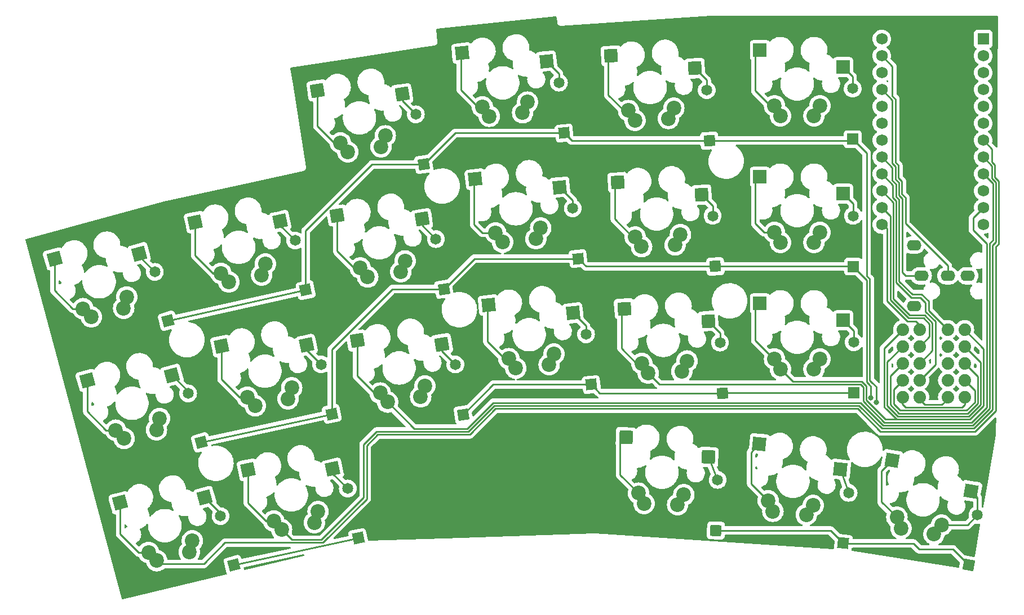
<source format=gtl>
%TF.GenerationSoftware,KiCad,Pcbnew,(6.0.0)*%
%TF.CreationDate,2022-02-06T13:06:22+07:00*%
%TF.ProjectId,kibod-01-mirrored-rev2,6b69626f-642d-4303-912d-6d6972726f72,rev?*%
%TF.SameCoordinates,Original*%
%TF.FileFunction,Copper,L1,Top*%
%TF.FilePolarity,Positive*%
%FSLAX46Y46*%
G04 Gerber Fmt 4.6, Leading zero omitted, Abs format (unit mm)*
G04 Created by KiCad (PCBNEW (6.0.0)) date 2022-02-06 13:06:22*
%MOMM*%
%LPD*%
G01*
G04 APERTURE LIST*
G04 Aperture macros list*
%AMRotRect*
0 Rectangle, with rotation*
0 The origin of the aperture is its center*
0 $1 length*
0 $2 width*
0 $3 Rotation angle, in degrees counterclockwise*
0 Add horizontal line*
21,1,$1,$2,0,0,$3*%
G04 Aperture macros list end*
%TA.AperFunction,ComponentPad*%
%ADD10RotRect,1.651000X1.651000X15.000000*%
%TD*%
%TA.AperFunction,ComponentPad*%
%ADD11C,1.651000*%
%TD*%
%TA.AperFunction,ComponentPad*%
%ADD12RotRect,1.651000X1.651000X12.000000*%
%TD*%
%TA.AperFunction,ComponentPad*%
%ADD13RotRect,1.651000X1.651000X9.000000*%
%TD*%
%TA.AperFunction,ComponentPad*%
%ADD14RotRect,1.651000X1.651000X6.000000*%
%TD*%
%TA.AperFunction,ComponentPad*%
%ADD15RotRect,1.651000X1.651000X3.000000*%
%TD*%
%TA.AperFunction,ComponentPad*%
%ADD16R,1.651000X1.651000*%
%TD*%
%TA.AperFunction,ComponentPad*%
%ADD17RotRect,1.651000X1.651000X358.000000*%
%TD*%
%TA.AperFunction,ComponentPad*%
%ADD18RotRect,1.651000X1.651000X354.000000*%
%TD*%
%TA.AperFunction,ComponentPad*%
%ADD19RotRect,1.651000X1.651000X350.000000*%
%TD*%
%TA.AperFunction,SMDPad,CuDef*%
%ADD20RotRect,2.000000X2.000000X195.000000*%
%TD*%
%TA.AperFunction,ComponentPad*%
%ADD21C,2.200000*%
%TD*%
%TA.AperFunction,SMDPad,CuDef*%
%ADD22RotRect,2.000000X2.000000X192.000000*%
%TD*%
%TA.AperFunction,SMDPad,CuDef*%
%ADD23RotRect,2.000000X2.000000X189.000000*%
%TD*%
%TA.AperFunction,SMDPad,CuDef*%
%ADD24RotRect,2.000000X2.000000X186.000000*%
%TD*%
%TA.AperFunction,SMDPad,CuDef*%
%ADD25RotRect,2.000000X2.000000X183.000000*%
%TD*%
%TA.AperFunction,SMDPad,CuDef*%
%ADD26R,2.000000X2.000000*%
%TD*%
%TA.AperFunction,SMDPad,CuDef*%
%ADD27RotRect,2.000000X2.000000X178.000000*%
%TD*%
%TA.AperFunction,SMDPad,CuDef*%
%ADD28RotRect,2.000000X2.000000X174.000000*%
%TD*%
%TA.AperFunction,SMDPad,CuDef*%
%ADD29RotRect,2.000000X2.000000X170.000000*%
%TD*%
%TA.AperFunction,ComponentPad*%
%ADD30C,1.879600*%
%TD*%
%TA.AperFunction,ComponentPad*%
%ADD31O,2.200000X1.600000*%
%TD*%
%TA.AperFunction,ComponentPad*%
%ADD32C,1.752600*%
%TD*%
%TA.AperFunction,ComponentPad*%
%ADD33R,1.752600X1.752600*%
%TD*%
%TA.AperFunction,ViaPad*%
%ADD34C,0.800000*%
%TD*%
%TA.AperFunction,Conductor*%
%ADD35C,0.250000*%
%TD*%
G04 APERTURE END LIST*
D10*
%TO.P,D-0-0,1*%
%TO.N,RL0*%
X34694752Y-66445897D03*
D11*
%TO.P,D-0-0,2*%
%TO.N,Net-(D-0-0-Pad2)*%
X32722550Y-59085543D03*
%TD*%
D12*
%TO.P,D-0-1,1*%
%TO.N,RL0*%
X55396489Y-61817172D03*
D11*
%TO.P,D-0-1,2*%
%TO.N,Net-(D-0-1-Pad2)*%
X53812201Y-54363688D03*
%TD*%
D13*
%TO.P,D-0-2,1*%
%TO.N,RL0*%
X73131355Y-42914445D03*
D11*
%TO.P,D-0-2,2*%
%TO.N,Net-(D-0-2-Pad2)*%
X71939325Y-35388259D03*
%TD*%
D14*
%TO.P,D-0-3,1*%
%TO.N,RL0*%
X94231046Y-38184238D03*
D11*
%TO.P,D-0-3,2*%
%TO.N,Net-(D-0-3-Pad2)*%
X93434540Y-30605982D03*
%TD*%
D15*
%TO.P,D-0-4,1*%
%TO.N,RL0*%
X116042906Y-39331604D03*
D11*
%TO.P,D-0-4,2*%
%TO.N,Net-(D-0-4-Pad2)*%
X115644106Y-31722046D03*
%TD*%
D16*
%TO.P,D-0-5,1*%
%TO.N,RL0*%
X137571593Y-39125342D03*
D11*
%TO.P,D-0-5,2*%
%TO.N,Net-(D-0-5-Pad2)*%
X137571593Y-31505342D03*
%TD*%
D10*
%TO.P,D-1-0,1*%
%TO.N,RL1*%
X39700199Y-84734840D03*
D11*
%TO.P,D-1-0,2*%
%TO.N,Net-(D-1-0-Pad2)*%
X37727997Y-77374486D03*
%TD*%
D12*
%TO.P,D-1-1,1*%
%TO.N,RL1*%
X59296961Y-80459988D03*
D11*
%TO.P,D-1-1,2*%
%TO.N,Net-(D-1-1-Pad2)*%
X57712673Y-73006504D03*
%TD*%
D13*
%TO.P,D-1-2,1*%
%TO.N,RL1*%
X76149200Y-61671200D03*
D11*
%TO.P,D-1-2,2*%
%TO.N,Net-(D-1-2-Pad2)*%
X74957170Y-54145014D03*
%TD*%
D14*
%TO.P,D-1-3,1*%
%TO.N,RL1*%
X96316506Y-57084001D03*
D11*
%TO.P,D-1-3,2*%
%TO.N,Net-(D-1-3-Pad2)*%
X95520000Y-49505745D03*
%TD*%
D15*
%TO.P,D-1-4,1*%
%TO.N,RL1*%
X116933127Y-58259353D03*
D11*
%TO.P,D-1-4,2*%
%TO.N,Net-(D-1-4-Pad2)*%
X116534327Y-50649795D03*
%TD*%
D16*
%TO.P,D-1-5,1*%
%TO.N,RL1*%
X137622393Y-58276942D03*
D11*
%TO.P,D-1-5,2*%
%TO.N,Net-(D-1-5-Pad2)*%
X137622393Y-50656942D03*
%TD*%
D10*
%TO.P,D-2-0,1*%
%TO.N,RL2*%
X44578963Y-103198148D03*
D11*
%TO.P,D-2-0,2*%
%TO.N,Net-(D-2-0-Pad2)*%
X42606761Y-95837794D03*
%TD*%
D12*
%TO.P,D-2-1,1*%
%TO.N,RL2*%
X63303786Y-99142706D03*
D11*
%TO.P,D-2-1,2*%
%TO.N,Net-(D-2-1-Pad2)*%
X61719498Y-91689222D03*
%TD*%
D13*
%TO.P,D-2-2,1*%
%TO.N,RL2*%
X79074682Y-80538018D03*
D11*
%TO.P,D-2-2,2*%
%TO.N,Net-(D-2-2-Pad2)*%
X77882652Y-73011832D03*
%TD*%
D14*
%TO.P,D-2-3,1*%
%TO.N,RL2*%
X98304160Y-76041529D03*
D11*
%TO.P,D-2-3,2*%
%TO.N,Net-(D-2-3-Pad2)*%
X97507654Y-68463273D03*
%TD*%
D15*
%TO.P,D-2-4,1*%
%TO.N,RL2*%
X118034247Y-77328658D03*
D11*
%TO.P,D-2-4,2*%
%TO.N,Net-(D-2-4-Pad2)*%
X117635447Y-69719100D03*
%TD*%
D16*
%TO.P,D-2-5,1*%
%TO.N,RL2*%
X137723993Y-77276142D03*
D11*
%TO.P,D-2-5,2*%
%TO.N,Net-(D-2-5-Pad2)*%
X137723993Y-69656142D03*
%TD*%
D17*
%TO.P,D-3-3,1*%
%TO.N,RL3*%
X117017026Y-98000221D03*
D11*
%TO.P,D-3-3,2*%
%TO.N,Net-(D-3-3-Pad2)*%
X117282960Y-90384863D03*
%TD*%
D18*
%TO.P,D-3-4,1*%
%TO.N,RL3*%
X136157340Y-99912070D03*
D11*
%TO.P,D-3-4,2*%
%TO.N,Net-(D-3-4-Pad2)*%
X136953846Y-92333814D03*
%TD*%
D19*
%TO.P,D-3-5,1*%
%TO.N,RL3*%
X154995993Y-103184142D03*
D11*
%TO.P,D-3-5,2*%
%TO.N,Net-(D-3-5-Pad2)*%
X156319193Y-95679906D03*
%TD*%
D20*
%TO.P,K-0-0,1*%
%TO.N,CL0*%
X17655235Y-57117812D03*
D21*
X23184830Y-65854338D03*
X21936581Y-64615185D03*
%TO.P,K-0-0,2*%
%TO.N,Net-(D-0-0-Pad2)*%
X28053096Y-64549890D03*
D20*
X30386708Y-56336026D03*
D21*
X28514536Y-62852628D03*
%TD*%
%TO.P,K-0-1,1*%
%TO.N,CL1*%
X42669758Y-59297712D03*
X43851444Y-60600494D03*
D22*
X38786661Y-51586546D03*
D21*
%TO.P,K-0-1,2*%
%TO.N,Net-(D-0-1-Pad2)*%
X48781308Y-59552620D03*
D22*
X51541602Y-51472144D03*
D21*
X49330943Y-57881833D03*
%TD*%
D23*
%TO.P,K-0-2,1*%
%TO.N,CL2*%
X57147064Y-31769856D03*
D21*
X60621268Y-39673680D03*
X61733152Y-41036522D03*
%TO.P,K-0-2,2*%
%TO.N,Net-(D-0-2-Pad2)*%
X66711102Y-40248092D03*
X67347426Y-38608362D03*
D23*
X69890512Y-32323154D03*
%TD*%
D21*
%TO.P,K-0-3,1*%
%TO.N,CL3*%
X81937237Y-34249748D03*
X82976272Y-35668914D03*
D24*
X78881449Y-26174930D03*
D21*
%TO.P,K-0-3,2*%
%TO.N,Net-(D-0-3-Pad2)*%
X88709931Y-33537909D03*
X87988663Y-35142090D03*
D24*
X91578475Y-27394410D03*
%TD*%
D21*
%TO.P,K-0-4,1*%
%TO.N,CL4*%
X104863736Y-36269679D03*
X103900398Y-34798080D03*
D25*
X101271401Y-26574400D03*
%TO.P,K-0-4,2*%
%TO.N,Net-(D-0-4-Pad2)*%
X113887203Y-28456720D03*
D21*
X109896829Y-36005906D03*
X110701065Y-34441672D03*
%TD*%
%TO.P,K-0-5,1*%
%TO.N,CL5*%
X126714704Y-35604881D03*
X125829704Y-34084881D03*
D26*
X123634704Y-25734881D03*
D21*
%TO.P,K-0-5,2*%
%TO.N,Net-(D-0-5-Pad2)*%
X131754704Y-35604881D03*
D26*
X136134704Y-28274881D03*
D21*
X132639704Y-34084881D03*
%TD*%
%TO.P,K-1-0,1*%
%TO.N,CL0*%
X28105626Y-84144292D03*
D20*
X22576031Y-75407766D03*
D21*
X26857377Y-82905139D03*
%TO.P,K-1-0,2*%
%TO.N,Net-(D-1-0-Pad2)*%
X33435332Y-81142582D03*
D20*
X35307504Y-74625980D03*
D21*
X32973892Y-82839844D03*
%TD*%
%TO.P,K-1-1,1*%
%TO.N,CL1*%
X47812158Y-79234206D03*
X46630472Y-77931424D03*
D22*
X42747375Y-70220258D03*
D21*
%TO.P,K-1-1,2*%
%TO.N,Net-(D-1-1-Pad2)*%
X53291657Y-76515545D03*
X52742022Y-78186332D03*
D22*
X55502316Y-70105856D03*
%TD*%
D21*
%TO.P,K-1-2,1*%
%TO.N,CL2*%
X64713226Y-59851984D03*
X63601342Y-58489142D03*
D23*
X60127138Y-50585318D03*
D21*
%TO.P,K-1-2,2*%
%TO.N,Net-(D-1-2-Pad2)*%
X69691176Y-59063554D03*
X70327500Y-57423824D03*
D23*
X72870586Y-51138616D03*
%TD*%
D24*
%TO.P,K-1-3,1*%
%TO.N,CL3*%
X80872717Y-45120570D03*
D21*
X84967540Y-54614554D03*
X83928505Y-53195388D03*
D24*
%TO.P,K-1-3,2*%
%TO.N,Net-(D-1-3-Pad2)*%
X93569743Y-46340050D03*
D21*
X89979931Y-54087730D03*
X90701199Y-52483549D03*
%TD*%
D25*
%TO.P,K-1-4,1*%
%TO.N,CL4*%
X102268400Y-45598292D03*
D21*
X105860735Y-55293571D03*
X104897397Y-53821972D03*
%TO.P,K-1-4,2*%
%TO.N,Net-(D-1-4-Pad2)*%
X110893828Y-55029798D03*
D25*
X114884202Y-47480612D03*
D21*
X111698064Y-53465564D03*
%TD*%
%TO.P,K-1-5,1*%
%TO.N,CL5*%
X126714704Y-54654881D03*
D26*
X123634704Y-44784881D03*
D21*
X125829704Y-53134881D03*
D26*
%TO.P,K-1-5,2*%
%TO.N,Net-(D-1-5-Pad2)*%
X136134704Y-47324881D03*
D21*
X131754704Y-54654881D03*
X132639704Y-53134881D03*
%TD*%
%TO.P,K-2-0,1*%
%TO.N,CL0*%
X31787881Y-101306025D03*
X33036130Y-102545178D03*
D20*
X27506535Y-93808652D03*
D21*
%TO.P,K-2-0,2*%
%TO.N,Net-(D-2-0-Pad2)*%
X38365836Y-99543468D03*
X37904396Y-101240730D03*
D20*
X40238008Y-93026866D03*
%TD*%
D22*
%TO.P,K-2-1,1*%
%TO.N,CL1*%
X46708096Y-88853969D03*
D21*
X50591193Y-96565135D03*
X51772879Y-97867917D03*
%TO.P,K-2-1,2*%
%TO.N,Net-(D-2-1-Pad2)*%
X57252378Y-95149256D03*
D22*
X59463037Y-88739567D03*
D21*
X56702743Y-96820043D03*
%TD*%
%TO.P,K-2-2,1*%
%TO.N,CL2*%
X66581419Y-77304604D03*
X67693303Y-78667446D03*
D23*
X63107215Y-69400780D03*
%TO.P,K-2-2,2*%
%TO.N,Net-(D-2-2-Pad2)*%
X75850663Y-69954078D03*
D21*
X72671253Y-77879016D03*
X73307577Y-76239286D03*
%TD*%
D24*
%TO.P,K-2-3,1*%
%TO.N,CL3*%
X82863983Y-64066213D03*
D21*
X85919771Y-72141031D03*
X86958806Y-73560197D03*
D24*
%TO.P,K-2-3,2*%
%TO.N,Net-(D-2-3-Pad2)*%
X95561009Y-65285693D03*
D21*
X91971197Y-73033373D03*
X92692465Y-71429192D03*
%TD*%
D25*
%TO.P,K-2-4,1*%
%TO.N,CL4*%
X103265401Y-64622185D03*
D21*
X105894398Y-72845865D03*
X106857736Y-74317464D03*
%TO.P,K-2-4,2*%
%TO.N,Net-(D-2-4-Pad2)*%
X112695065Y-72489457D03*
X111890829Y-74053691D03*
D25*
X115881203Y-66504505D03*
%TD*%
D21*
%TO.P,K-2-5,1*%
%TO.N,CL5*%
X126714704Y-73704881D03*
D26*
X123634704Y-63834881D03*
D21*
X125829704Y-72184881D03*
%TO.P,K-2-5,2*%
%TO.N,Net-(D-2-5-Pad2)*%
X131754704Y-73704881D03*
X132639704Y-72184881D03*
D26*
X136134704Y-66374881D03*
%TD*%
D27*
%TO.P,K-3-3,1*%
%TO.N,CL3*%
X103496178Y-83962538D03*
D21*
X105398430Y-92384056D03*
X106229844Y-93934016D03*
%TO.P,K-3-3,2*%
%TO.N,Net-(D-3-3-Pad2)*%
X112204281Y-92621722D03*
X111266773Y-94109910D03*
D27*
X115899918Y-86937235D03*
%TD*%
D21*
%TO.P,K-3-4,1*%
%TO.N,CL4*%
X124866232Y-93502648D03*
X125587500Y-95106829D03*
D28*
X123556069Y-84968950D03*
%TO.P,K-3-4,2*%
%TO.N,Net-(D-3-4-Pad2)*%
X135722090Y-88801642D03*
D21*
X131638926Y-94214487D03*
X130599891Y-95633653D03*
%TD*%
%TO.P,K-3-5,1*%
%TO.N,CL5*%
X144824503Y-97659378D03*
D29*
X143505202Y-87404489D03*
D21*
X144216893Y-96008791D03*
%TO.P,K-3-5,2*%
%TO.N,Net-(D-3-5-Pad2)*%
X149787934Y-98534565D03*
D29*
X155374233Y-92076503D03*
D21*
X150923434Y-97191335D03*
%TD*%
D30*
%TO.P,J1,1,Pin_1*%
%TO.N,CL5*%
X145084800Y-67767200D03*
%TO.P,J1,2,Pin_2*%
%TO.N,RC3*%
X147624800Y-67767200D03*
%TO.P,J1,3,Pin_3*%
%TO.N,CL4*%
X145084800Y-70307200D03*
%TO.P,J1,4,Pin_4*%
%TO.N,RC2*%
X147624800Y-70307200D03*
%TO.P,J1,5,Pin_5*%
%TO.N,CL3*%
X145084800Y-72847200D03*
%TO.P,J1,6,Pin_6*%
%TO.N,RC1*%
X147624800Y-72847200D03*
%TO.P,J1,7,Pin_7*%
%TO.N,CL2*%
X145084800Y-75387200D03*
%TO.P,J1,8,Pin_8*%
%TO.N,RC0*%
X147624800Y-75387200D03*
%TO.P,J1,9,Pin_9*%
%TO.N,CL1*%
X145084800Y-77927200D03*
%TO.P,J1,10,Pin_10*%
%TO.N,CL0*%
X147624800Y-77927200D03*
%TD*%
D31*
%TO.P,U2,1,SLEEVE*%
%TO.N,SDA*%
X146761200Y-64267200D03*
X146761200Y-55067200D03*
%TO.P,U2,2,TIP*%
%TO.N,VCC*%
X147861200Y-59667200D03*
%TO.P,U2,3,RING1*%
%TO.N,GND*%
X151861200Y-59667200D03*
%TO.P,U2,4,RING2*%
%TO.N,unconnected-(U2-Pad4)*%
X154861200Y-59667200D03*
%TD*%
D32*
%TO.P,U1,24,RAW*%
%TO.N,unconnected-(U1-Pad24)*%
X141935200Y-24033950D03*
%TO.P,U1,23,GND*%
%TO.N,GND*%
X141935200Y-26573950D03*
%TO.P,U1,22,RST*%
%TO.N,unconnected-(U1-Pad22)*%
X141935200Y-29113950D03*
%TO.P,U1,21,VCC*%
%TO.N,VCC*%
X141935200Y-31653950D03*
%TO.P,U1,20,F4*%
%TO.N,RL0*%
X141935200Y-34193950D03*
%TO.P,U1,19,F5*%
%TO.N,RL1*%
X141935200Y-36733950D03*
%TO.P,U1,18,F6*%
%TO.N,RL2*%
X141935200Y-39273950D03*
%TO.P,U1,17,F7*%
%TO.N,RL3*%
X141935200Y-41813950D03*
%TO.P,U1,16,B1*%
%TO.N,RC0*%
X141935200Y-44353950D03*
%TO.P,U1,15,B3*%
%TO.N,RC1*%
X141935200Y-46893950D03*
%TO.P,U1,14,B2*%
%TO.N,RC2*%
X141935200Y-49433950D03*
%TO.P,U1,13,B6*%
%TO.N,RC3*%
X141935200Y-51973950D03*
%TO.P,U1,12,B5*%
%TO.N,CL5*%
X157175200Y-51973950D03*
%TO.P,U1,11,B4*%
%TO.N,CL4*%
X157175200Y-49433950D03*
%TO.P,U1,10,E6*%
%TO.N,CL3*%
X157175200Y-46893950D03*
%TO.P,U1,9,D7*%
%TO.N,CL2*%
X157175200Y-44353950D03*
%TO.P,U1,8,C6*%
%TO.N,CL1*%
X157175200Y-41813950D03*
%TO.P,U1,7,D4*%
%TO.N,CL0*%
X157175200Y-39273950D03*
%TO.P,U1,6,SCL*%
%TO.N,unconnected-(U1-Pad6)*%
X157175200Y-36733950D03*
%TO.P,U1,5,SDA*%
%TO.N,SDA*%
X157175200Y-34193950D03*
%TO.P,U1,4,GND*%
%TO.N,unconnected-(U1-Pad4)*%
X157175200Y-31653950D03*
%TO.P,U1,3,GND*%
%TO.N,unconnected-(U1-Pad3)*%
X157175200Y-29113950D03*
%TO.P,U1,2,RX*%
%TO.N,unconnected-(U1-Pad2)*%
X157175200Y-26573950D03*
D33*
%TO.P,U1,1,TX*%
%TO.N,unconnected-(U1-Pad1)*%
X157175200Y-24033950D03*
%TD*%
D30*
%TO.P,J2,1,Pin_1*%
%TO.N,CL5*%
X154381200Y-67767200D03*
%TO.P,J2,2,Pin_2*%
%TO.N,RL3*%
X151841200Y-67767200D03*
%TO.P,J2,3,Pin_3*%
%TO.N,CL4*%
X154381200Y-70307200D03*
%TO.P,J2,4,Pin_4*%
%TO.N,RL2*%
X151841200Y-70307200D03*
%TO.P,J2,5,Pin_5*%
%TO.N,CL3*%
X154381200Y-72847200D03*
%TO.P,J2,6,Pin_6*%
%TO.N,RL1*%
X151841200Y-72847200D03*
%TO.P,J2,7,Pin_7*%
%TO.N,CL2*%
X154381200Y-75387200D03*
%TO.P,J2,8,Pin_8*%
%TO.N,RL0*%
X151841200Y-75387200D03*
%TO.P,J2,9,Pin_9*%
%TO.N,CL1*%
X154381200Y-77927200D03*
%TO.P,J2,10,Pin_10*%
%TO.N,CL0*%
X151841200Y-77927200D03*
%TD*%
D34*
%TO.N,RL0*%
X141126547Y-78725142D03*
%TO.N,RL1*%
X140315220Y-78000642D03*
%TD*%
D35*
%TO.N,GND*%
X151861200Y-58176886D02*
X151861200Y-59667200D01*
X145491200Y-51806886D02*
X151861200Y-58176886D01*
X145491200Y-47907080D02*
X145491200Y-51806886D01*
X144957385Y-45468981D02*
X144957385Y-47373265D01*
X144431665Y-43038979D02*
X144431665Y-44943262D01*
X143982145Y-42589461D02*
X144431665Y-43038979D01*
X143982145Y-33065177D02*
X143982145Y-42589461D01*
X144957385Y-47373265D02*
X145491200Y-47907080D01*
X143532625Y-28171375D02*
X143532625Y-32615657D01*
X144431665Y-44943262D02*
X144957385Y-45468981D01*
X141935200Y-26573950D02*
X143532625Y-28171375D01*
X143532625Y-32615657D02*
X143982145Y-33065177D01*
%TO.N,VCC*%
X143510000Y-33228750D02*
X141935200Y-31653950D01*
X143510000Y-42753032D02*
X143510000Y-33228750D01*
X143982145Y-43225178D02*
X143510000Y-42753032D01*
X144507865Y-47559463D02*
X144507865Y-45655179D01*
X145511280Y-59639200D02*
X145003280Y-59131200D01*
X145003280Y-59131200D02*
X145003280Y-48054878D01*
X144507865Y-45655179D02*
X143982145Y-45129459D01*
X148478200Y-59639200D02*
X145511280Y-59639200D01*
X145003280Y-48054878D02*
X144507865Y-47559463D01*
X143982145Y-45129459D02*
X143982145Y-43225178D01*
%TO.N,CL2*%
X158612960Y-45791710D02*
X157175200Y-44353950D01*
X158612960Y-54314546D02*
X158612960Y-45791710D01*
X158152800Y-54774706D02*
X158612960Y-54314546D01*
X158152800Y-79620120D02*
X158152800Y-54774706D01*
X155586191Y-82186729D02*
X158152800Y-79620120D01*
X152544720Y-82186720D02*
X152544729Y-82186729D01*
X152544729Y-82186729D02*
X155586191Y-82186729D01*
X142129284Y-82186720D02*
X152544720Y-82186720D01*
X83541323Y-78779213D02*
X138721777Y-78779213D01*
X138721777Y-78779213D02*
X142129284Y-82186720D01*
X79668264Y-82652272D02*
X83541323Y-78779213D01*
X71678128Y-82652272D02*
X79668264Y-82652272D01*
X67693303Y-78667446D02*
X71678128Y-82652272D01*
%TO.N,CL1*%
X53286784Y-99381822D02*
X51772879Y-97867917D01*
X64098295Y-93054295D02*
X57770767Y-99381822D01*
X57770767Y-99381822D02*
X53286784Y-99381822D01*
X64098295Y-85024388D02*
X64098295Y-93054295D01*
X66020891Y-83101792D02*
X64098295Y-85024388D01*
X79854462Y-83101792D02*
X66020891Y-83101792D01*
X83727522Y-79228733D02*
X79854462Y-83101792D01*
X138535579Y-79228733D02*
X83727522Y-79228733D01*
X141943077Y-82636231D02*
X138535579Y-79228733D01*
X158602320Y-55067200D02*
X158602320Y-79806304D01*
X159062480Y-45605512D02*
X159062480Y-54607040D01*
X158496000Y-45039032D02*
X159062480Y-45605512D01*
X155772393Y-82636231D02*
X141943077Y-82636231D01*
X158496000Y-43134750D02*
X158496000Y-45039032D01*
X159062480Y-54607040D02*
X158602320Y-55067200D01*
X158602320Y-79806304D02*
X155772393Y-82636231D01*
X157175200Y-41813950D02*
X158496000Y-43134750D01*
%TO.N,CL0*%
X158518625Y-40617375D02*
X157175200Y-39273950D01*
X158518625Y-42521657D02*
X158518625Y-40617375D01*
X158945520Y-42948553D02*
X158518625Y-42521657D01*
X158945520Y-44852834D02*
X158945520Y-42948553D01*
X159512000Y-45419314D02*
X158945520Y-44852834D01*
X159512000Y-54861040D02*
X159512000Y-45419314D01*
X159051840Y-55321200D02*
X159512000Y-54861040D01*
X155958591Y-83085751D02*
X159051840Y-79992500D01*
X141756879Y-83085751D02*
X155958591Y-83085751D01*
X138349381Y-79678253D02*
X141756879Y-83085751D01*
X83913719Y-79678253D02*
X138349381Y-79678253D01*
X64547815Y-85210585D02*
X66207088Y-83551312D01*
X159051840Y-79992500D02*
X159051840Y-55321200D01*
X43286793Y-99831342D02*
X57956965Y-99831342D01*
X40086393Y-103031742D02*
X43286793Y-99831342D01*
X57956965Y-99831342D02*
X64547815Y-93240491D01*
X33522694Y-103031742D02*
X40086393Y-103031742D01*
X64547815Y-93240491D02*
X64547815Y-85210585D01*
X66207088Y-83551312D02*
X80040660Y-83551312D01*
X80040660Y-83551312D02*
X83913719Y-79678253D01*
%TO.N,CL4*%
X155651200Y-50957950D02*
X157175200Y-49433950D01*
X155651200Y-52781200D02*
X155651200Y-50957950D01*
X157703280Y-54833280D02*
X155651200Y-52781200D01*
X157703280Y-79433950D02*
X157703280Y-54833280D01*
X155400021Y-81737209D02*
X157703280Y-79433950D01*
X139141200Y-78562918D02*
X142315482Y-81737200D01*
X138760200Y-76022200D02*
X139141200Y-76403200D01*
X139141200Y-76403200D02*
X139141200Y-78562918D01*
X108562472Y-76022200D02*
X138760200Y-76022200D01*
X142315482Y-81737200D02*
X153111200Y-81737200D01*
X153111200Y-81737200D02*
X153111209Y-81737209D01*
X153111209Y-81737209D02*
X155400021Y-81737209D01*
X106857736Y-74317464D02*
X108562472Y-76022200D01*
%TO.N,CL5*%
X128582503Y-75572680D02*
X126714704Y-73704881D01*
X138946398Y-75572680D02*
X128582503Y-75572680D01*
X139590720Y-78376720D02*
X139590720Y-76217002D01*
X142501671Y-81287671D02*
X139590720Y-78376720D01*
X139590720Y-76217002D02*
X138946398Y-75572680D01*
X144750111Y-81287671D02*
X142501671Y-81287671D01*
%TO.N,RL3*%
X136204346Y-99959076D02*
X136157340Y-99912070D01*
X146695076Y-99959076D02*
X136204346Y-99959076D01*
X147574000Y-100838000D02*
X146695076Y-99959076D01*
X154995993Y-103184142D02*
X152649851Y-100838000D01*
X152649851Y-100838000D02*
X147574000Y-100838000D01*
X143532625Y-43411375D02*
X141935200Y-41813950D01*
X143532625Y-45315657D02*
X143532625Y-43411375D01*
X144058345Y-45841377D02*
X143532625Y-45315657D01*
X146507200Y-62433200D02*
X144553760Y-60479760D01*
X147904917Y-62433200D02*
X146507200Y-62433200D01*
X144553760Y-60479760D02*
X144553760Y-48241075D01*
X144553760Y-48241075D02*
X144058345Y-47745660D01*
X144058345Y-47745660D02*
X144058345Y-45841377D01*
X148967671Y-63495955D02*
X147904917Y-62433200D01*
X148967671Y-64893671D02*
X148967671Y-63495955D01*
X151841200Y-67767200D02*
X148967671Y-64893671D01*
X117017026Y-98000221D02*
X134245491Y-98000221D01*
X134245491Y-98000221D02*
X136157340Y-99912070D01*
%TO.N,Net-(D-0-0-Pad2)*%
X30386708Y-56749701D02*
X30386708Y-56336026D01*
X32722550Y-59085543D02*
X30386708Y-56749701D01*
%TO.N,Net-(D-0-1-Pad2)*%
X53812201Y-54363688D02*
X51541602Y-52093089D01*
X51541602Y-52093089D02*
X51541602Y-51472144D01*
%TO.N,Net-(D-1-1-Pad2)*%
X55502316Y-70796147D02*
X55502316Y-70105856D01*
X57712673Y-73006504D02*
X55502316Y-70796147D01*
%TO.N,Net-(D-2-1-Pad2)*%
X59463037Y-89432761D02*
X59463037Y-88739567D01*
X61719498Y-91689222D02*
X59463037Y-89432761D01*
%TO.N,Net-(D-0-2-Pad2)*%
X69890512Y-33339446D02*
X69890512Y-32323154D01*
X71939325Y-35388259D02*
X69890512Y-33339446D01*
%TO.N,Net-(D-1-2-Pad2)*%
X72870586Y-52058430D02*
X72870586Y-51138616D01*
X74957170Y-54145014D02*
X72870586Y-52058430D01*
%TO.N,Net-(D-2-2-Pad2)*%
X75850663Y-70979843D02*
X77882652Y-73011832D01*
X75850663Y-69954078D02*
X75850663Y-70979843D01*
%TO.N,Net-(D-0-3-Pad2)*%
X93434540Y-29250475D02*
X91578475Y-27394410D01*
X93434540Y-30605982D02*
X93434540Y-29250475D01*
%TO.N,Net-(D-1-3-Pad2)*%
X95520000Y-49505745D02*
X95520000Y-48290307D01*
X95520000Y-48290307D02*
X93569743Y-46340050D01*
%TO.N,Net-(D-2-3-Pad2)*%
X97507654Y-67232338D02*
X95561009Y-65285693D01*
X97507654Y-68463273D02*
X97507654Y-67232338D01*
%TO.N,Net-(D-1-4-Pad2)*%
X116534327Y-49130737D02*
X114884202Y-47480612D01*
X116534327Y-50649795D02*
X116534327Y-49130737D01*
%TO.N,Net-(D-0-4-Pad2)*%
X115644106Y-31722046D02*
X115644106Y-30213623D01*
X115644106Y-30213623D02*
X113887203Y-28456720D01*
%TO.N,Net-(D-0-5-Pad2)*%
X137571593Y-29711770D02*
X136134704Y-28274881D01*
X137571593Y-31505342D02*
X137571593Y-29711770D01*
%TO.N,Net-(D-1-5-Pad2)*%
X137622393Y-48812570D02*
X136134704Y-47324881D01*
X137622393Y-50656942D02*
X137622393Y-48812570D01*
%TO.N,Net-(D-2-5-Pad2)*%
X137723993Y-67964170D02*
X136134704Y-66374881D01*
X137723993Y-69656142D02*
X137723993Y-67964170D01*
%TO.N,Net-(D-2-4-Pad2)*%
X117635447Y-68258749D02*
X115881203Y-66504505D01*
X117635447Y-69719100D02*
X117635447Y-68258749D01*
%TO.N,Net-(D-3-5-Pad2)*%
X154807764Y-97191335D02*
X156319193Y-95679906D01*
X150923434Y-97191335D02*
X154807764Y-97191335D01*
X156319193Y-93021463D02*
X155374233Y-92076503D01*
X156319193Y-95679906D02*
X156319193Y-93021463D01*
%TO.N,Net-(D-1-0-Pad2)*%
X37727997Y-77046473D02*
X37727997Y-77374486D01*
X35307504Y-74625980D02*
X37727997Y-77046473D01*
%TO.N,Net-(D-2-0-Pad2)*%
X42606761Y-95395619D02*
X42606761Y-95837794D01*
X40238008Y-93026866D02*
X42606761Y-95395619D01*
%TO.N,RL2*%
X99591289Y-77328658D02*
X98304160Y-76041529D01*
X118034247Y-77328658D02*
X99591289Y-77328658D01*
X83571171Y-76041529D02*
X79074682Y-80538018D01*
X98304160Y-76041529D02*
X83571171Y-76041529D01*
X118086763Y-77276142D02*
X118034247Y-77328658D01*
X137723993Y-77276142D02*
X118086763Y-77276142D01*
%TO.N,CL5*%
X142306160Y-70545840D02*
X145084800Y-67767200D01*
X142306160Y-79443285D02*
X142306160Y-70545840D01*
X142632644Y-79769756D02*
X142632631Y-79769756D01*
X144150577Y-81287689D02*
X142632644Y-79769756D01*
X155213823Y-81287689D02*
X144150577Y-81287689D01*
X157253760Y-79247752D02*
X155213823Y-81287689D01*
X142632631Y-79769756D02*
X142306160Y-79443285D01*
X157253760Y-70639760D02*
X157253760Y-79247752D01*
X154381200Y-67767200D02*
X157253760Y-70639760D01*
%TO.N,CL4*%
X156804240Y-72730240D02*
X154381200Y-70307200D01*
X156804240Y-79061568D02*
X156804240Y-72730240D01*
X155027630Y-80838178D02*
X156804240Y-79061568D01*
X144844729Y-80838151D02*
X144844756Y-80838178D01*
X142755680Y-79257088D02*
X144336743Y-80838151D01*
X144844756Y-80838178D02*
X155027630Y-80838178D01*
X142755680Y-72636320D02*
X142755680Y-79257088D01*
X145084800Y-70307200D02*
X142755680Y-72636320D01*
X144336743Y-80838151D02*
X144844729Y-80838151D01*
%TO.N,CL3*%
X143205200Y-74726800D02*
X145084800Y-72847200D01*
X145030963Y-80388667D02*
X145030927Y-80388631D01*
X145030927Y-80388631D02*
X144522927Y-80388631D01*
X144522927Y-80388631D02*
X143205200Y-79070904D01*
X143205200Y-79070904D02*
X143205200Y-74726800D01*
X156354720Y-74820720D02*
X156354720Y-78875384D01*
X154381200Y-72847200D02*
X156354720Y-74820720D01*
X156354720Y-78875384D02*
X154841437Y-80388667D01*
X154841437Y-80388667D02*
X145030963Y-80388667D01*
%TO.N,CL2*%
X143713200Y-76758800D02*
X145084800Y-75387200D01*
X154655244Y-79939156D02*
X145308749Y-79939156D01*
X143713200Y-78943200D02*
X143713200Y-76758800D01*
X155905200Y-78689200D02*
X154655244Y-79939156D01*
X145308749Y-79939156D02*
X145308704Y-79939111D01*
X155905200Y-76911200D02*
X155905200Y-78689200D01*
X145308704Y-79939111D02*
X144709111Y-79939111D01*
X144709111Y-79939111D02*
X143713200Y-78943200D01*
X154381200Y-75387200D02*
X155905200Y-76911200D01*
%TO.N,RL1*%
X139697926Y-60352474D02*
X137622393Y-58276942D01*
X140040240Y-76030805D02*
X139697926Y-75688491D01*
X139697926Y-75688491D02*
X139697926Y-60352474D01*
X140040240Y-76032240D02*
X140040240Y-76030805D01*
X140315220Y-76307220D02*
X140040240Y-76032240D01*
X140315220Y-78000642D02*
X140315220Y-76307220D01*
%TO.N,RL0*%
X141126547Y-76356547D02*
X141126547Y-78725142D01*
X140480006Y-75719760D02*
X140489760Y-75719760D01*
X140147446Y-60166277D02*
X140147446Y-75387200D01*
X140489760Y-75719760D02*
X141126547Y-76356547D01*
X139649200Y-59668030D02*
X140147446Y-60166277D01*
X137571593Y-39125342D02*
X139649200Y-41202949D01*
X139649200Y-41202949D02*
X139649200Y-59668030D01*
X140147446Y-75387200D02*
X140480006Y-75719760D01*
%TO.N,RC2*%
X143205200Y-63322918D02*
X145929963Y-66047680D01*
%TO.N,RC1*%
X147624800Y-72847200D02*
X149549821Y-70922179D01*
X146116160Y-65598160D02*
X143654720Y-63136720D01*
X143654720Y-48613470D02*
X141935200Y-46893950D01*
X149549821Y-70922179D02*
X149549821Y-66747256D01*
X149549821Y-66747256D02*
X148400725Y-65598160D01*
X148400725Y-65598160D02*
X146116160Y-65598160D01*
X143654720Y-63136720D02*
X143654720Y-48613470D01*
%TO.N,RC0*%
X141935200Y-44353950D02*
X143608825Y-46027575D01*
X143608825Y-46027575D02*
X143608825Y-47931858D01*
X143608825Y-47931858D02*
X144104240Y-48427273D01*
X144104240Y-48427273D02*
X144104240Y-60665958D01*
X144104240Y-60665958D02*
X146379482Y-62941200D01*
X146379482Y-62941200D02*
X147735102Y-62941200D01*
X147735102Y-62941200D02*
X148518151Y-63724249D01*
X148518151Y-63724249D02*
X148518151Y-65079868D01*
X148518151Y-65079868D02*
X149999341Y-66561059D01*
X149999341Y-66561059D02*
X149999341Y-73012659D01*
X149999341Y-73012659D02*
X147624800Y-75387200D01*
%TO.N,RC2*%
X148214527Y-66047680D02*
X149100301Y-66933454D01*
X149100301Y-68831699D02*
X147624800Y-70307200D01*
X141935200Y-49433950D02*
X143205200Y-50703950D01*
X143205200Y-50703950D02*
X143205200Y-63322918D01*
X149100301Y-66933454D02*
X149100301Y-68831699D01*
X145929963Y-66047680D02*
X148214527Y-66047680D01*
%TO.N,RC3*%
X145743765Y-66497200D02*
X142755680Y-63509115D01*
X147624800Y-67106800D02*
X147015200Y-66497200D01*
X147015200Y-66497200D02*
X145743765Y-66497200D01*
X142755680Y-63509115D02*
X142755680Y-52585680D01*
X142755680Y-52585680D02*
X142143950Y-51973950D01*
%TO.N,Net-(D-3-3-Pad2)*%
X115899918Y-86937235D02*
X117282960Y-90384863D01*
%TO.N,Net-(D-3-4-Pad2)*%
X135722090Y-88801642D02*
X136953846Y-92333814D01*
%TO.N,RL0*%
X95378412Y-39331604D02*
X94231046Y-38184238D01*
X116042906Y-39331604D02*
X137365331Y-39331604D01*
X34694752Y-66445897D02*
X55396489Y-61817172D01*
X55396489Y-61817172D02*
X55396489Y-52881649D01*
X116042906Y-39331604D02*
X95378412Y-39331604D01*
X77861562Y-38184238D02*
X73131355Y-42914445D01*
X65363693Y-42914445D02*
X73131355Y-42914445D01*
X94231046Y-38184238D02*
X77861562Y-38184238D01*
X55396489Y-52881649D02*
X65363693Y-42914445D01*
%TO.N,RL1*%
X116933127Y-58259353D02*
X97491858Y-58259353D01*
X80736399Y-57084001D02*
X76149200Y-61671200D01*
X116933127Y-58259353D02*
X137604804Y-58259353D01*
X59296961Y-70776716D02*
X68402477Y-61671200D01*
X59296961Y-80459988D02*
X59296961Y-70776716D01*
X97491858Y-58259353D02*
X96316506Y-57084001D01*
X68402477Y-61671200D02*
X76149200Y-61671200D01*
X96316506Y-57084001D02*
X80736399Y-57084001D01*
X39700199Y-84734840D02*
X59296961Y-80459988D01*
%TO.N,RL2*%
X44578963Y-103198148D02*
X63303786Y-99142706D01*
%TO.N,CL0*%
X22576031Y-75407766D02*
X22576031Y-80094737D01*
X151841200Y-78181200D02*
X150982284Y-79040116D01*
X17655235Y-61889473D02*
X20380947Y-64615185D01*
X27506535Y-93808652D02*
X27506535Y-98495623D01*
X25386433Y-82905139D02*
X26857377Y-82905139D01*
X20380947Y-64615185D02*
X21936581Y-64615185D01*
X147624800Y-78282800D02*
X148382116Y-79040116D01*
X17655235Y-57117812D02*
X17655235Y-61889473D01*
X27506535Y-98495623D02*
X30316937Y-101306025D01*
X148382116Y-79040116D02*
X150982284Y-79040116D01*
X30316937Y-101306025D02*
X31787881Y-101306025D01*
X22576031Y-80094737D02*
X25386433Y-82905139D01*
%TO.N,CL1*%
X38786661Y-51586546D02*
X38786661Y-56614328D01*
X42747375Y-75248040D02*
X45430759Y-77931424D01*
X38786661Y-56614328D02*
X41470045Y-59297712D01*
X154381200Y-79079489D02*
X153971053Y-79489636D01*
X45430759Y-77931424D02*
X46630472Y-77931424D01*
X144983200Y-78977889D02*
X144983200Y-78028800D01*
X145494956Y-79489645D02*
X144983200Y-78977889D01*
X46708096Y-93881751D02*
X49391480Y-96565135D01*
X150609654Y-79489636D02*
X150609645Y-79489645D01*
X154381200Y-77927200D02*
X154381200Y-79079489D01*
X49391480Y-96565135D02*
X50591193Y-96565135D01*
X150609645Y-79489645D02*
X145494956Y-79489645D01*
X42747375Y-70220258D02*
X42747375Y-75248040D01*
X41470045Y-59297712D02*
X42669758Y-59297712D01*
X46708096Y-88853969D02*
X46708096Y-93881751D01*
X153971053Y-79489636D02*
X150609654Y-79489636D01*
%TO.N,CL2*%
X57147064Y-37129417D02*
X59691327Y-39673680D01*
X63107215Y-69400780D02*
X63107215Y-74760341D01*
X57147064Y-31769856D02*
X57147064Y-37129417D01*
X60127138Y-50585318D02*
X60127138Y-55944879D01*
X63107215Y-74760341D02*
X65651478Y-77304604D01*
X60127138Y-55944879D02*
X62671401Y-58489142D01*
%TO.N,CL3*%
X78705084Y-31679961D02*
X81274871Y-34249748D01*
X102614051Y-89599677D02*
X105398430Y-92384056D01*
X80696352Y-45296935D02*
X80696352Y-51947701D01*
X78705084Y-26351295D02*
X78705084Y-31679961D01*
X102614051Y-89599677D02*
X102614051Y-84547684D01*
X80696352Y-51947701D02*
X81944039Y-53195388D01*
X82687618Y-64242578D02*
X82687618Y-69571244D01*
X81944039Y-53195388D02*
X83928505Y-53195388D01*
X103496178Y-83962538D02*
X102614051Y-84844665D01*
X82687618Y-69571244D02*
X85257405Y-72141031D01*
%TO.N,CL4*%
X102826034Y-65061552D02*
X102826034Y-70572183D01*
X100832034Y-32459383D02*
X103170731Y-34798080D01*
X102826034Y-70572183D02*
X105099716Y-72845865D01*
X101829033Y-51151330D02*
X104499675Y-53821972D01*
X100832034Y-27013767D02*
X100832034Y-32459383D01*
X123556069Y-84968950D02*
X122317695Y-86207324D01*
X122317695Y-86207324D02*
X122317695Y-90954111D01*
X122317695Y-90954111D02*
X124866232Y-93502648D01*
X101829033Y-46037659D02*
X101829033Y-51151330D01*
%TO.N,CL5*%
X141910649Y-88999042D02*
X141910649Y-93702547D01*
X143505202Y-87404489D02*
X141910649Y-88999042D01*
X122930183Y-64539402D02*
X122930183Y-69422095D01*
X122930183Y-69422095D02*
X125692969Y-72184881D01*
X122930183Y-31820360D02*
X125194704Y-34084881D01*
X141910649Y-93702547D02*
X144216893Y-96008791D01*
X124274070Y-53134881D02*
X125829704Y-53134881D01*
X122930183Y-51790994D02*
X124274070Y-53134881D01*
X122930183Y-26439402D02*
X122930183Y-31820360D01*
X122930183Y-45489402D02*
X122930183Y-51790994D01*
%TD*%
%TA.AperFunction,NonConductor*%
G36*
X142836036Y-30262940D02*
G01*
X142885071Y-30314282D01*
X142899125Y-30372110D01*
X142899125Y-30391620D01*
X142879123Y-30459741D01*
X142825467Y-30506234D01*
X142755193Y-30516338D01*
X142704881Y-30497135D01*
X142704163Y-30496568D01*
X142697535Y-30492909D01*
X142696850Y-30492218D01*
X142695333Y-30491210D01*
X142695541Y-30490897D01*
X142647563Y-30442483D01*
X142632785Y-30373041D01*
X142657896Y-30306634D01*
X142685251Y-30280021D01*
X142697107Y-30271564D01*
X142699955Y-30269533D01*
X142767027Y-30246258D01*
X142836036Y-30262940D01*
G37*
%TD.AperFunction*%
%TA.AperFunction,NonConductor*%
G36*
X145845292Y-53057336D02*
G01*
X145851875Y-53063465D01*
X146344537Y-53556127D01*
X146378563Y-53618439D01*
X146373498Y-53689254D01*
X146330951Y-53746090D01*
X146266423Y-53770743D01*
X146260877Y-53771228D01*
X146238594Y-53773177D01*
X146238589Y-53773178D01*
X146233113Y-53773657D01*
X146227800Y-53775081D01*
X146227798Y-53775081D01*
X146017267Y-53831493D01*
X146017265Y-53831494D01*
X146011957Y-53832916D01*
X146006976Y-53835239D01*
X146006975Y-53835239D01*
X145966613Y-53854060D01*
X145816029Y-53924278D01*
X145745838Y-53934939D01*
X145681025Y-53905959D01*
X145642169Y-53846539D01*
X145636780Y-53810083D01*
X145636780Y-53152560D01*
X145656782Y-53084439D01*
X145710438Y-53037946D01*
X145780712Y-53027842D01*
X145845292Y-53057336D01*
G37*
%TD.AperFunction*%
%TA.AperFunction,NonConductor*%
G36*
X157933359Y-53226681D02*
G01*
X157973349Y-53285344D01*
X157979460Y-53324109D01*
X157979460Y-53909365D01*
X157959458Y-53977486D01*
X157905802Y-54023979D01*
X157835528Y-54034083D01*
X157770948Y-54004589D01*
X157764365Y-53998460D01*
X157321957Y-53556052D01*
X157287931Y-53493740D01*
X157292996Y-53422925D01*
X157335543Y-53366089D01*
X157395042Y-53341978D01*
X157464103Y-53333131D01*
X157469052Y-53331646D01*
X157469058Y-53331645D01*
X157611963Y-53288771D01*
X157682213Y-53267695D01*
X157798027Y-53210958D01*
X157868001Y-53198951D01*
X157933359Y-53226681D01*
G37*
%TD.AperFunction*%
%TA.AperFunction,NonConductor*%
G36*
X148405568Y-55620935D02*
G01*
X148425705Y-55637295D01*
X148861184Y-56072774D01*
X148895210Y-56135086D01*
X148890145Y-56205901D01*
X148847598Y-56262737D01*
X148826333Y-56275595D01*
X148825391Y-56276044D01*
X148823042Y-56277164D01*
X148823038Y-56277167D01*
X148817982Y-56279578D01*
X148635546Y-56410671D01*
X148592066Y-56455539D01*
X148485547Y-56565458D01*
X148479208Y-56571999D01*
X148353910Y-56758462D01*
X148263612Y-56964167D01*
X148262303Y-56969618D01*
X148262302Y-56969622D01*
X148216299Y-57161237D01*
X148211168Y-57182611D01*
X148206974Y-57255357D01*
X148200304Y-57371047D01*
X148198237Y-57406890D01*
X148225225Y-57629915D01*
X148291282Y-57844635D01*
X148293852Y-57849615D01*
X148293854Y-57849619D01*
X148391184Y-58038192D01*
X148394318Y-58044264D01*
X148397734Y-58048716D01*
X148397736Y-58048719D01*
X148491297Y-58170650D01*
X148516898Y-58236870D01*
X148502633Y-58306419D01*
X148453032Y-58357215D01*
X148380354Y-58372875D01*
X148221053Y-58358938D01*
X148221042Y-58358938D01*
X148218327Y-58358700D01*
X147504073Y-58358700D01*
X147501356Y-58358938D01*
X147501349Y-58358938D01*
X147432680Y-58364946D01*
X147333113Y-58373657D01*
X147327800Y-58375081D01*
X147327798Y-58375081D01*
X147117267Y-58431493D01*
X147117265Y-58431494D01*
X147111957Y-58432916D01*
X147106976Y-58435239D01*
X147106975Y-58435239D01*
X146909438Y-58527351D01*
X146909433Y-58527354D01*
X146904451Y-58529677D01*
X146831503Y-58580756D01*
X146721411Y-58657843D01*
X146721408Y-58657845D01*
X146716900Y-58661002D01*
X146555002Y-58822900D01*
X146551847Y-58827406D01*
X146551843Y-58827411D01*
X146464625Y-58951971D01*
X146409168Y-58996299D01*
X146361412Y-59005700D01*
X145825875Y-59005700D01*
X145757754Y-58985698D01*
X145736780Y-58968795D01*
X145673685Y-58905700D01*
X145639659Y-58843388D01*
X145636780Y-58816605D01*
X145636780Y-56324317D01*
X145656782Y-56256196D01*
X145710438Y-56209703D01*
X145780712Y-56199599D01*
X145816028Y-56210121D01*
X145906901Y-56252496D01*
X145985998Y-56289379D01*
X146011957Y-56301484D01*
X146017265Y-56302906D01*
X146017267Y-56302907D01*
X146227798Y-56359319D01*
X146227800Y-56359319D01*
X146233113Y-56360743D01*
X146332680Y-56369454D01*
X146401349Y-56375462D01*
X146401356Y-56375462D01*
X146404073Y-56375700D01*
X147118327Y-56375700D01*
X147121044Y-56375462D01*
X147121051Y-56375462D01*
X147189720Y-56369454D01*
X147289287Y-56360743D01*
X147294600Y-56359319D01*
X147294602Y-56359319D01*
X147505133Y-56302907D01*
X147505135Y-56302906D01*
X147510443Y-56301484D01*
X147530683Y-56292046D01*
X147712962Y-56207049D01*
X147712967Y-56207046D01*
X147717949Y-56204723D01*
X147849051Y-56112924D01*
X147900989Y-56076557D01*
X147900992Y-56076555D01*
X147905500Y-56073398D01*
X148067398Y-55911500D01*
X148080552Y-55892715D01*
X148135527Y-55814202D01*
X148198723Y-55723949D01*
X148201047Y-55718964D01*
X148201051Y-55718958D01*
X148222415Y-55673141D01*
X148269331Y-55619856D01*
X148337608Y-55600394D01*
X148405568Y-55620935D01*
G37*
%TD.AperFunction*%
%TA.AperFunction,NonConductor*%
G36*
X157032959Y-58580756D02*
G01*
X157066925Y-58643100D01*
X157069780Y-58669768D01*
X157069780Y-60668924D01*
X157049778Y-60737045D01*
X156996122Y-60783538D01*
X156925848Y-60793642D01*
X156896789Y-60785833D01*
X156826417Y-60757544D01*
X156606433Y-60711987D01*
X156601822Y-60711721D01*
X156601821Y-60711721D01*
X156551248Y-60708805D01*
X156551244Y-60708805D01*
X156549425Y-60708700D01*
X156404201Y-60708700D01*
X156401414Y-60708949D01*
X156401408Y-60708949D01*
X156339327Y-60714490D01*
X156272422Y-60720461D01*
X156202794Y-60706594D01*
X156151715Y-60657284D01*
X156135404Y-60588186D01*
X156159040Y-60521239D01*
X156163897Y-60515001D01*
X156167398Y-60511500D01*
X156170550Y-60506999D01*
X156170553Y-60506995D01*
X156261953Y-60376462D01*
X156298723Y-60323949D01*
X156301046Y-60318967D01*
X156301049Y-60318962D01*
X156393161Y-60121425D01*
X156393161Y-60121424D01*
X156395484Y-60116443D01*
X156398715Y-60104387D01*
X156453319Y-59900602D01*
X156453319Y-59900600D01*
X156454743Y-59895287D01*
X156474698Y-59667200D01*
X156454743Y-59439113D01*
X156453319Y-59433798D01*
X156396907Y-59223267D01*
X156396906Y-59223265D01*
X156395484Y-59217957D01*
X156389433Y-59204981D01*
X156301049Y-59015438D01*
X156301046Y-59015433D01*
X156298723Y-59010451D01*
X156167398Y-58822900D01*
X156164790Y-58820292D01*
X156136550Y-58755766D01*
X156147767Y-58685661D01*
X156195105Y-58632749D01*
X156263534Y-58613830D01*
X156287084Y-58616432D01*
X156315967Y-58622413D01*
X156320578Y-58622679D01*
X156320579Y-58622679D01*
X156371152Y-58625595D01*
X156371156Y-58625595D01*
X156372975Y-58625700D01*
X156518199Y-58625700D01*
X156520986Y-58625451D01*
X156520992Y-58625451D01*
X156598258Y-58618555D01*
X156684962Y-58610817D01*
X156690376Y-58609336D01*
X156690381Y-58609335D01*
X156867097Y-58560990D01*
X156901651Y-58551537D01*
X156901653Y-58551544D01*
X156970678Y-58546673D01*
X157032959Y-58580756D01*
G37*
%TD.AperFunction*%
%TA.AperFunction,NonConductor*%
G36*
X146390322Y-60292702D02*
G01*
X146425413Y-60326428D01*
X146481666Y-60406766D01*
X146549105Y-60503078D01*
X146555002Y-60511500D01*
X146716900Y-60673398D01*
X146721408Y-60676555D01*
X146721411Y-60676557D01*
X146783437Y-60719988D01*
X146904451Y-60804723D01*
X146909433Y-60807046D01*
X146909438Y-60807049D01*
X147035704Y-60865927D01*
X147111957Y-60901484D01*
X147117265Y-60902906D01*
X147117267Y-60902907D01*
X147327798Y-60959319D01*
X147327800Y-60959319D01*
X147333113Y-60960743D01*
X147432680Y-60969454D01*
X147501349Y-60975462D01*
X147501356Y-60975462D01*
X147504073Y-60975700D01*
X148218327Y-60975700D01*
X148221042Y-60975462D01*
X148221053Y-60975462D01*
X148375163Y-60961979D01*
X148444767Y-60975968D01*
X148495760Y-61025368D01*
X148511950Y-61094494D01*
X148484063Y-61166796D01*
X148483112Y-61167970D01*
X148479208Y-61171999D01*
X148353910Y-61358462D01*
X148263612Y-61564167D01*
X148262303Y-61569618D01*
X148262302Y-61569622D01*
X148247168Y-61632662D01*
X148227284Y-61715486D01*
X148225014Y-61724940D01*
X148189662Y-61786509D01*
X148126635Y-61819192D01*
X148082782Y-61819974D01*
X148039393Y-61813101D01*
X148027773Y-61810695D01*
X147992628Y-61801672D01*
X147992627Y-61801672D01*
X147984947Y-61799700D01*
X147964693Y-61799700D01*
X147944982Y-61798149D01*
X147932803Y-61796220D01*
X147924974Y-61794980D01*
X147917082Y-61795726D01*
X147880956Y-61799141D01*
X147869098Y-61799700D01*
X146821795Y-61799700D01*
X146753674Y-61779698D01*
X146732700Y-61762795D01*
X145457726Y-60487821D01*
X145423700Y-60425509D01*
X145428765Y-60354694D01*
X145471312Y-60297858D01*
X145534744Y-60273306D01*
X145535014Y-60273280D01*
X145547091Y-60272700D01*
X146322201Y-60272700D01*
X146390322Y-60292702D01*
G37*
%TD.AperFunction*%
%TA.AperFunction,NonConductor*%
G36*
X144496732Y-61954808D02*
G01*
X144503313Y-61960935D01*
X145066511Y-62524134D01*
X145621407Y-63079030D01*
X145655433Y-63141342D01*
X145650368Y-63212158D01*
X145616301Y-63260403D01*
X145616900Y-63261002D01*
X145455002Y-63422900D01*
X145451845Y-63427408D01*
X145451843Y-63427411D01*
X145414328Y-63480988D01*
X145323677Y-63610451D01*
X145321354Y-63615433D01*
X145321351Y-63615438D01*
X145304537Y-63651497D01*
X145257620Y-63704782D01*
X145189343Y-63724243D01*
X145121383Y-63703701D01*
X145101247Y-63687342D01*
X144325125Y-62911220D01*
X144291099Y-62848908D01*
X144288220Y-62822125D01*
X144288220Y-62050032D01*
X144308222Y-61981911D01*
X144361878Y-61935418D01*
X144432152Y-61925314D01*
X144496732Y-61954808D01*
G37*
%TD.AperFunction*%
%TA.AperFunction,NonConductor*%
G36*
X150839325Y-68817904D02*
G01*
X150944767Y-68905444D01*
X150988760Y-68941968D01*
X151028395Y-69000871D01*
X151029893Y-69071852D01*
X150992778Y-69132374D01*
X150983928Y-69139672D01*
X150898979Y-69203454D01*
X150876340Y-69220452D01*
X150872768Y-69224190D01*
X150849934Y-69248084D01*
X150788410Y-69283513D01*
X150717498Y-69280056D01*
X150659712Y-69238810D01*
X150633398Y-69172869D01*
X150632841Y-69161032D01*
X150632841Y-68914849D01*
X150652843Y-68846728D01*
X150706499Y-68800235D01*
X150776773Y-68790131D01*
X150839325Y-68817904D01*
G37*
%TD.AperFunction*%
%TA.AperFunction,NonConductor*%
G36*
X150755480Y-57967070D02*
G01*
X151059303Y-58270893D01*
X151093329Y-58333205D01*
X151088264Y-58404020D01*
X151045717Y-58460856D01*
X151023458Y-58474183D01*
X150909438Y-58527351D01*
X150909433Y-58527354D01*
X150904451Y-58529677D01*
X150831503Y-58580756D01*
X150721411Y-58657843D01*
X150721408Y-58657845D01*
X150716900Y-58661002D01*
X150555002Y-58822900D01*
X150551847Y-58827406D01*
X150551843Y-58827411D01*
X150503238Y-58896827D01*
X150423677Y-59010451D01*
X150421354Y-59015433D01*
X150421351Y-59015438D01*
X150332967Y-59204981D01*
X150326916Y-59217957D01*
X150325494Y-59223265D01*
X150325493Y-59223267D01*
X150269081Y-59433798D01*
X150267657Y-59439113D01*
X150247702Y-59667200D01*
X150267657Y-59895287D01*
X150269081Y-59900600D01*
X150269081Y-59900602D01*
X150323686Y-60104387D01*
X150326916Y-60116443D01*
X150329239Y-60121424D01*
X150329239Y-60121425D01*
X150421351Y-60318962D01*
X150421354Y-60318967D01*
X150423677Y-60323949D01*
X150481666Y-60406766D01*
X150549105Y-60503078D01*
X150555002Y-60511500D01*
X150716900Y-60673398D01*
X150721408Y-60676555D01*
X150721411Y-60676557D01*
X150783437Y-60719988D01*
X150904451Y-60804723D01*
X150909433Y-60807046D01*
X150909438Y-60807049D01*
X151035704Y-60865927D01*
X151111957Y-60901484D01*
X151117265Y-60902906D01*
X151117267Y-60902907D01*
X151327798Y-60959319D01*
X151327800Y-60959319D01*
X151333113Y-60960743D01*
X151432680Y-60969454D01*
X151501349Y-60975462D01*
X151501356Y-60975462D01*
X151504073Y-60975700D01*
X152218327Y-60975700D01*
X152221044Y-60975462D01*
X152221051Y-60975462D01*
X152289720Y-60969454D01*
X152389287Y-60960743D01*
X152394600Y-60959319D01*
X152394602Y-60959319D01*
X152605133Y-60902907D01*
X152605135Y-60902906D01*
X152610443Y-60901484D01*
X152686696Y-60865927D01*
X152812962Y-60807049D01*
X152812967Y-60807046D01*
X152817949Y-60804723D01*
X152938963Y-60719988D01*
X153000989Y-60676557D01*
X153000992Y-60676555D01*
X153005500Y-60673398D01*
X153167398Y-60511500D01*
X153173296Y-60503078D01*
X153257987Y-60382126D01*
X153313444Y-60337798D01*
X153384064Y-60330489D01*
X153447424Y-60362520D01*
X153464413Y-60382126D01*
X153549105Y-60503078D01*
X153555002Y-60511500D01*
X153716900Y-60673398D01*
X153721408Y-60676555D01*
X153721411Y-60676557D01*
X153783437Y-60719988D01*
X153904451Y-60804723D01*
X153909433Y-60807046D01*
X153909438Y-60807049D01*
X154035704Y-60865927D01*
X154111957Y-60901484D01*
X154117265Y-60902906D01*
X154117267Y-60902907D01*
X154327798Y-60959319D01*
X154327800Y-60959319D01*
X154333113Y-60960743D01*
X154432680Y-60969454D01*
X154501349Y-60975462D01*
X154501356Y-60975462D01*
X154504073Y-60975700D01*
X155218327Y-60975700D01*
X155221042Y-60975462D01*
X155221053Y-60975462D01*
X155375163Y-60961979D01*
X155444767Y-60975968D01*
X155495760Y-61025368D01*
X155511950Y-61094494D01*
X155484063Y-61166796D01*
X155483112Y-61167970D01*
X155479208Y-61171999D01*
X155353910Y-61358462D01*
X155263612Y-61564167D01*
X155262303Y-61569618D01*
X155262302Y-61569622D01*
X155221913Y-61737856D01*
X155211168Y-61782611D01*
X155207745Y-61841983D01*
X155199248Y-61989362D01*
X155198237Y-62006890D01*
X155225225Y-62229915D01*
X155291282Y-62444635D01*
X155293852Y-62449615D01*
X155293854Y-62449619D01*
X155376001Y-62608775D01*
X155394318Y-62644264D01*
X155531077Y-62822492D01*
X155697236Y-62973685D01*
X155701983Y-62976663D01*
X155701986Y-62976665D01*
X155858325Y-63074735D01*
X155887544Y-63093064D01*
X156095983Y-63176856D01*
X156315967Y-63222413D01*
X156320578Y-63222679D01*
X156320579Y-63222679D01*
X156371152Y-63225595D01*
X156371156Y-63225595D01*
X156372975Y-63225700D01*
X156518199Y-63225700D01*
X156520986Y-63225451D01*
X156520992Y-63225451D01*
X156591154Y-63219189D01*
X156684962Y-63210817D01*
X156690376Y-63209336D01*
X156690381Y-63209335D01*
X156833670Y-63170135D01*
X156901651Y-63151537D01*
X156901653Y-63151544D01*
X156970678Y-63146673D01*
X157032959Y-63180756D01*
X157066925Y-63243100D01*
X157069780Y-63269768D01*
X157069780Y-69255685D01*
X157049778Y-69323806D01*
X156996122Y-69370299D01*
X156925848Y-69380403D01*
X156861268Y-69350909D01*
X156854685Y-69344780D01*
X155804405Y-68294500D01*
X155770379Y-68232188D01*
X155772942Y-68168776D01*
X155774744Y-68162847D01*
X155791549Y-68107534D01*
X155800139Y-68079263D01*
X155800140Y-68079257D01*
X155801643Y-68074311D01*
X155823281Y-67909955D01*
X155832292Y-67841513D01*
X155832292Y-67841509D01*
X155832729Y-67838192D01*
X155832811Y-67834840D01*
X155834382Y-67770565D01*
X155834382Y-67770561D01*
X155834464Y-67767200D01*
X155814950Y-67529844D01*
X155756931Y-67298863D01*
X155684573Y-67132449D01*
X155664027Y-67085196D01*
X155664025Y-67085193D01*
X155661967Y-67080459D01*
X155653945Y-67068058D01*
X155578768Y-66951854D01*
X155532606Y-66880498D01*
X155511812Y-66857645D01*
X155477914Y-66820392D01*
X155372324Y-66704350D01*
X155368273Y-66701151D01*
X155368269Y-66701147D01*
X155189478Y-66559947D01*
X155189473Y-66559944D01*
X155185424Y-66556746D01*
X155180908Y-66554253D01*
X155180905Y-66554251D01*
X154981450Y-66444146D01*
X154981446Y-66444144D01*
X154976926Y-66441649D01*
X154972057Y-66439925D01*
X154972053Y-66439923D01*
X154757305Y-66363876D01*
X154757301Y-66363875D01*
X154752430Y-66362150D01*
X154747340Y-66361243D01*
X154747335Y-66361242D01*
X154620005Y-66338562D01*
X154517964Y-66320386D01*
X154428837Y-66319297D01*
X154284995Y-66317539D01*
X154284993Y-66317539D01*
X154279825Y-66317476D01*
X154044409Y-66353500D01*
X153818038Y-66427489D01*
X153775723Y-66449517D01*
X153641270Y-66519509D01*
X153606790Y-66537458D01*
X153602657Y-66540561D01*
X153602654Y-66540563D01*
X153421923Y-66676260D01*
X153416340Y-66680452D01*
X153378421Y-66720132D01*
X153284585Y-66818326D01*
X153251802Y-66852631D01*
X153218258Y-66901805D01*
X153216386Y-66904549D01*
X153161474Y-66949551D01*
X153090949Y-66957722D01*
X153027202Y-66926467D01*
X153006506Y-66901984D01*
X152995417Y-66884842D01*
X152995412Y-66884836D01*
X152992606Y-66880498D01*
X152971812Y-66857645D01*
X152937914Y-66820392D01*
X152832324Y-66704350D01*
X152828273Y-66701151D01*
X152828269Y-66701147D01*
X152649478Y-66559947D01*
X152649473Y-66559944D01*
X152645424Y-66556746D01*
X152640908Y-66554253D01*
X152640905Y-66554251D01*
X152441450Y-66444146D01*
X152441446Y-66444144D01*
X152436926Y-66441649D01*
X152432057Y-66439925D01*
X152432053Y-66439923D01*
X152217305Y-66363876D01*
X152217301Y-66363875D01*
X152212430Y-66362150D01*
X152207340Y-66361243D01*
X152207335Y-66361242D01*
X152080005Y-66338562D01*
X151977964Y-66320386D01*
X151888837Y-66319297D01*
X151744995Y-66317539D01*
X151744993Y-66317539D01*
X151739825Y-66317476D01*
X151504409Y-66353500D01*
X151447824Y-66371995D01*
X151441527Y-66374053D01*
X151370563Y-66376204D01*
X151313287Y-66343383D01*
X150480991Y-65511086D01*
X149638076Y-64668171D01*
X149604050Y-64605859D01*
X149601171Y-64579076D01*
X149601171Y-63574723D01*
X149601698Y-63563540D01*
X149603373Y-63556047D01*
X149601233Y-63487956D01*
X149601171Y-63483999D01*
X149601171Y-63456099D01*
X149600667Y-63452108D01*
X149599734Y-63440266D01*
X149599423Y-63430348D01*
X149598345Y-63396066D01*
X149592692Y-63376607D01*
X149588684Y-63357257D01*
X149587658Y-63349138D01*
X149598965Y-63279050D01*
X149646371Y-63226199D01*
X149685108Y-63211350D01*
X149684962Y-63210817D01*
X149901651Y-63151537D01*
X149906709Y-63149125D01*
X149906713Y-63149123D01*
X150019854Y-63095157D01*
X150104418Y-63054822D01*
X150286854Y-62923729D01*
X150375619Y-62832131D01*
X150439289Y-62766429D01*
X150439291Y-62766426D01*
X150443192Y-62762401D01*
X150568490Y-62575938D01*
X150658788Y-62370233D01*
X150662677Y-62354037D01*
X150709922Y-62157246D01*
X150709922Y-62157245D01*
X150711232Y-62151789D01*
X150716554Y-62059477D01*
X150723840Y-61933117D01*
X150723840Y-61933114D01*
X150724163Y-61927510D01*
X150697175Y-61704485D01*
X150631118Y-61489765D01*
X150618573Y-61465458D01*
X150530654Y-61295119D01*
X150530654Y-61295118D01*
X150528082Y-61290136D01*
X150391323Y-61111908D01*
X150225164Y-60960715D01*
X150220417Y-60957737D01*
X150220414Y-60957735D01*
X150039605Y-60844315D01*
X150034856Y-60841336D01*
X149826417Y-60757544D01*
X149606433Y-60711987D01*
X149601822Y-60711721D01*
X149601821Y-60711721D01*
X149551248Y-60708805D01*
X149551244Y-60708805D01*
X149549425Y-60708700D01*
X149404201Y-60708700D01*
X149401414Y-60708949D01*
X149401408Y-60708949D01*
X149339327Y-60714490D01*
X149272422Y-60720461D01*
X149202794Y-60706594D01*
X149151715Y-60657284D01*
X149135404Y-60588186D01*
X149159040Y-60521239D01*
X149163897Y-60515001D01*
X149167398Y-60511500D01*
X149170550Y-60506999D01*
X149170553Y-60506995D01*
X149261953Y-60376462D01*
X149298723Y-60323949D01*
X149301046Y-60318967D01*
X149301049Y-60318962D01*
X149393161Y-60121425D01*
X149393161Y-60121424D01*
X149395484Y-60116443D01*
X149398715Y-60104387D01*
X149453319Y-59900602D01*
X149453319Y-59900600D01*
X149454743Y-59895287D01*
X149474698Y-59667200D01*
X149454743Y-59439113D01*
X149453319Y-59433798D01*
X149396907Y-59223267D01*
X149396906Y-59223265D01*
X149395484Y-59217957D01*
X149389433Y-59204981D01*
X149301049Y-59015438D01*
X149301046Y-59015433D01*
X149298723Y-59010451D01*
X149167398Y-58822900D01*
X149164790Y-58820292D01*
X149136550Y-58755766D01*
X149147767Y-58685661D01*
X149195105Y-58632749D01*
X149263534Y-58613830D01*
X149287084Y-58616432D01*
X149315967Y-58622413D01*
X149320578Y-58622679D01*
X149320579Y-58622679D01*
X149371152Y-58625595D01*
X149371156Y-58625595D01*
X149372975Y-58625700D01*
X149518199Y-58625700D01*
X149520986Y-58625451D01*
X149520992Y-58625451D01*
X149598258Y-58618555D01*
X149684962Y-58610817D01*
X149690376Y-58609336D01*
X149690381Y-58609335D01*
X149818112Y-58574391D01*
X149901651Y-58551537D01*
X149906709Y-58549125D01*
X149906713Y-58549123D01*
X150024242Y-58493064D01*
X150104418Y-58454822D01*
X150286854Y-58323729D01*
X150362373Y-58245800D01*
X150439289Y-58166429D01*
X150439291Y-58166426D01*
X150443192Y-58162401D01*
X150561803Y-57985889D01*
X150616399Y-57940504D01*
X150686865Y-57931841D01*
X150755480Y-57967070D01*
G37*
%TD.AperFunction*%
%TA.AperFunction,NonConductor*%
G36*
X146439440Y-68610716D02*
G01*
X146451382Y-68624376D01*
X146452074Y-68625506D01*
X146608004Y-68805517D01*
X146728367Y-68905444D01*
X146772360Y-68941968D01*
X146811995Y-69000871D01*
X146813493Y-69071851D01*
X146776378Y-69132374D01*
X146767528Y-69139672D01*
X146682579Y-69203454D01*
X146659940Y-69220452D01*
X146626271Y-69255685D01*
X146517095Y-69369931D01*
X146495402Y-69392631D01*
X146464028Y-69438623D01*
X146459986Y-69444549D01*
X146405074Y-69489551D01*
X146334549Y-69497722D01*
X146270802Y-69466467D01*
X146250106Y-69441984D01*
X146239017Y-69424842D01*
X146239012Y-69424836D01*
X146236206Y-69420498D01*
X146199723Y-69380403D01*
X146174017Y-69352153D01*
X146075924Y-69244350D01*
X146071873Y-69241151D01*
X146071869Y-69241147D01*
X145970899Y-69161407D01*
X145938147Y-69135541D01*
X145897085Y-69077625D01*
X145893853Y-69006702D01*
X145929478Y-68945291D01*
X145943071Y-68934082D01*
X146018614Y-68880198D01*
X146018621Y-68880192D01*
X146022820Y-68877197D01*
X146191516Y-68709089D01*
X146201800Y-68694778D01*
X146221564Y-68667273D01*
X146249779Y-68628007D01*
X146305772Y-68584360D01*
X146376476Y-68577914D01*
X146439440Y-68610716D01*
G37*
%TD.AperFunction*%
%TA.AperFunction,NonConductor*%
G36*
X153195840Y-68610716D02*
G01*
X153207782Y-68624376D01*
X153208474Y-68625506D01*
X153364404Y-68805517D01*
X153484767Y-68905444D01*
X153528760Y-68941968D01*
X153568395Y-69000871D01*
X153569893Y-69071851D01*
X153532778Y-69132374D01*
X153523928Y-69139672D01*
X153438979Y-69203454D01*
X153416340Y-69220452D01*
X153382671Y-69255685D01*
X153273495Y-69369931D01*
X153251802Y-69392631D01*
X153220428Y-69438623D01*
X153216386Y-69444549D01*
X153161474Y-69489551D01*
X153090949Y-69497722D01*
X153027202Y-69466467D01*
X153006506Y-69441984D01*
X152995417Y-69424842D01*
X152995412Y-69424836D01*
X152992606Y-69420498D01*
X152956123Y-69380403D01*
X152930417Y-69352153D01*
X152832324Y-69244350D01*
X152828273Y-69241151D01*
X152828269Y-69241147D01*
X152727299Y-69161407D01*
X152694547Y-69135541D01*
X152653485Y-69077625D01*
X152650253Y-69006702D01*
X152685878Y-68945291D01*
X152699471Y-68934082D01*
X152775014Y-68880198D01*
X152775021Y-68880192D01*
X152779220Y-68877197D01*
X152947916Y-68709089D01*
X152958200Y-68694778D01*
X152977964Y-68667273D01*
X153006179Y-68628007D01*
X153062172Y-68584360D01*
X153132876Y-68577914D01*
X153195840Y-68610716D01*
G37*
%TD.AperFunction*%
%TA.AperFunction,NonConductor*%
G36*
X143557896Y-70294174D02*
G01*
X143614732Y-70336721D01*
X143639655Y-70404977D01*
X143642402Y-70452612D01*
X143645002Y-70497705D01*
X143645679Y-70509455D01*
X143646818Y-70514508D01*
X143646818Y-70514510D01*
X143693126Y-70719996D01*
X143688590Y-70790847D01*
X143659304Y-70836791D01*
X143154755Y-71341340D01*
X143092443Y-71375366D01*
X143021628Y-71370301D01*
X142964792Y-71327754D01*
X142939981Y-71261234D01*
X142939660Y-71252245D01*
X142939660Y-70860434D01*
X142959662Y-70792313D01*
X142976565Y-70771339D01*
X143424769Y-70323135D01*
X143487081Y-70289109D01*
X143557896Y-70294174D01*
G37*
%TD.AperFunction*%
%TA.AperFunction,NonConductor*%
G36*
X156044058Y-70325962D02*
G01*
X156583355Y-70865259D01*
X156617381Y-70927571D01*
X156620260Y-70954354D01*
X156620260Y-71346166D01*
X156600258Y-71414287D01*
X156546602Y-71460780D01*
X156476328Y-71470884D01*
X156411748Y-71441390D01*
X156405165Y-71435261D01*
X155804406Y-70834502D01*
X155770380Y-70772190D01*
X155772942Y-70708779D01*
X155800141Y-70619255D01*
X155800141Y-70619254D01*
X155801643Y-70614311D01*
X155804010Y-70596336D01*
X155830041Y-70398610D01*
X155858764Y-70333683D01*
X155918029Y-70294592D01*
X155989020Y-70293747D01*
X156044058Y-70325962D01*
G37*
%TD.AperFunction*%
%TA.AperFunction,NonConductor*%
G36*
X150839325Y-71357904D02*
G01*
X150929837Y-71433049D01*
X150988760Y-71481968D01*
X151028395Y-71540871D01*
X151029893Y-71611852D01*
X150992778Y-71672374D01*
X150983928Y-71679672D01*
X150880475Y-71757347D01*
X150876340Y-71760452D01*
X150872768Y-71764190D01*
X150849934Y-71788084D01*
X150788410Y-71823513D01*
X150717498Y-71820056D01*
X150659712Y-71778810D01*
X150633398Y-71712869D01*
X150632841Y-71701032D01*
X150632841Y-71454849D01*
X150652843Y-71386728D01*
X150706499Y-71340235D01*
X150776773Y-71330131D01*
X150839325Y-71357904D01*
G37*
%TD.AperFunction*%
%TA.AperFunction,NonConductor*%
G36*
X153195840Y-71150716D02*
G01*
X153207782Y-71164376D01*
X153208474Y-71165506D01*
X153364404Y-71345517D01*
X153469837Y-71433049D01*
X153528760Y-71481968D01*
X153568395Y-71540871D01*
X153569893Y-71611851D01*
X153532778Y-71672374D01*
X153523928Y-71679672D01*
X153420475Y-71757347D01*
X153416340Y-71760452D01*
X153367037Y-71812045D01*
X153256548Y-71927665D01*
X153251802Y-71932631D01*
X153218136Y-71981984D01*
X153216386Y-71984549D01*
X153161474Y-72029551D01*
X153090949Y-72037722D01*
X153027202Y-72006467D01*
X153006506Y-71981984D01*
X152995417Y-71964842D01*
X152995412Y-71964836D01*
X152992606Y-71960498D01*
X152983684Y-71950692D01*
X152922830Y-71883815D01*
X152832324Y-71784350D01*
X152828273Y-71781151D01*
X152828269Y-71781147D01*
X152730766Y-71704145D01*
X152694547Y-71675541D01*
X152653485Y-71617625D01*
X152650253Y-71546702D01*
X152685878Y-71485291D01*
X152699471Y-71474082D01*
X152775014Y-71420198D01*
X152775021Y-71420192D01*
X152779220Y-71417197D01*
X152947916Y-71249089D01*
X152953931Y-71240719D01*
X152985897Y-71196233D01*
X153006179Y-71168007D01*
X153062172Y-71124360D01*
X153132876Y-71117914D01*
X153195840Y-71150716D01*
G37*
%TD.AperFunction*%
%TA.AperFunction,NonConductor*%
G36*
X146439440Y-71150716D02*
G01*
X146451382Y-71164376D01*
X146452074Y-71165506D01*
X146608004Y-71345517D01*
X146713437Y-71433049D01*
X146772360Y-71481968D01*
X146811995Y-71540871D01*
X146813493Y-71611851D01*
X146776378Y-71672374D01*
X146767528Y-71679672D01*
X146664075Y-71757347D01*
X146659940Y-71760452D01*
X146610637Y-71812045D01*
X146500148Y-71927665D01*
X146495402Y-71932631D01*
X146461736Y-71981984D01*
X146459986Y-71984549D01*
X146405074Y-72029551D01*
X146334549Y-72037722D01*
X146270802Y-72006467D01*
X146250106Y-71981984D01*
X146239017Y-71964842D01*
X146239012Y-71964836D01*
X146236206Y-71960498D01*
X146227284Y-71950692D01*
X146166430Y-71883815D01*
X146075924Y-71784350D01*
X146071873Y-71781151D01*
X146071869Y-71781147D01*
X145974366Y-71704145D01*
X145938147Y-71675541D01*
X145897085Y-71617625D01*
X145893853Y-71546702D01*
X145929478Y-71485291D01*
X145943071Y-71474082D01*
X146018614Y-71420198D01*
X146018621Y-71420192D01*
X146022820Y-71417197D01*
X146191516Y-71249089D01*
X146197531Y-71240719D01*
X146229497Y-71196233D01*
X146249779Y-71168007D01*
X146305772Y-71124360D01*
X146376476Y-71117914D01*
X146439440Y-71150716D01*
G37*
%TD.AperFunction*%
%TA.AperFunction,NonConductor*%
G36*
X149283873Y-72188198D02*
G01*
X149340709Y-72230745D01*
X149365520Y-72297265D01*
X149365841Y-72306254D01*
X149365841Y-72698064D01*
X149345839Y-72766185D01*
X149328936Y-72787159D01*
X149284940Y-72831155D01*
X149222628Y-72865181D01*
X149151813Y-72860116D01*
X149094977Y-72817569D01*
X149070269Y-72752384D01*
X149062520Y-72658131D01*
X149058550Y-72609844D01*
X149017385Y-72445960D01*
X149015627Y-72438961D01*
X149018431Y-72368019D01*
X149048735Y-72319170D01*
X149150745Y-72217159D01*
X149213057Y-72183134D01*
X149283873Y-72188198D01*
G37*
%TD.AperFunction*%
%TA.AperFunction,NonConductor*%
G36*
X143597692Y-72879831D02*
G01*
X143636076Y-72939557D01*
X143640971Y-72967802D01*
X143645679Y-73049455D01*
X143646818Y-73054508D01*
X143646818Y-73054510D01*
X143693126Y-73259996D01*
X143688590Y-73330847D01*
X143659304Y-73376791D01*
X143604275Y-73431820D01*
X143541963Y-73465846D01*
X143471148Y-73460781D01*
X143414312Y-73418234D01*
X143389501Y-73351714D01*
X143389180Y-73342725D01*
X143389180Y-72975055D01*
X143409182Y-72906934D01*
X143462838Y-72860441D01*
X143533112Y-72850337D01*
X143597692Y-72879831D01*
G37*
%TD.AperFunction*%
%TA.AperFunction,NonConductor*%
G36*
X156044057Y-72865962D02*
G01*
X156133836Y-72955741D01*
X156167861Y-73018053D01*
X156170740Y-73044836D01*
X156170740Y-73436646D01*
X156150738Y-73504767D01*
X156097082Y-73551260D01*
X156026808Y-73561364D01*
X155962228Y-73531870D01*
X155955645Y-73525741D01*
X155804406Y-73374502D01*
X155770380Y-73312190D01*
X155772942Y-73248779D01*
X155800141Y-73159255D01*
X155800141Y-73159254D01*
X155801643Y-73154311D01*
X155803511Y-73140128D01*
X155830041Y-72938611D01*
X155858764Y-72873684D01*
X155918029Y-72834593D01*
X155989021Y-72833748D01*
X156044057Y-72865962D01*
G37*
%TD.AperFunction*%
%TA.AperFunction,NonConductor*%
G36*
X146439440Y-73690716D02*
G01*
X146451382Y-73704376D01*
X146452074Y-73705506D01*
X146608004Y-73885517D01*
X146730258Y-73987014D01*
X146772360Y-74021968D01*
X146811995Y-74080871D01*
X146813493Y-74151851D01*
X146776378Y-74212374D01*
X146767528Y-74219672D01*
X146664075Y-74297347D01*
X146659940Y-74300452D01*
X146623388Y-74338701D01*
X146516106Y-74450966D01*
X146495402Y-74472631D01*
X146473759Y-74504359D01*
X146459986Y-74524549D01*
X146405074Y-74569551D01*
X146334549Y-74577722D01*
X146270802Y-74546467D01*
X146250106Y-74521984D01*
X146239017Y-74504842D01*
X146239012Y-74504836D01*
X146236206Y-74500498D01*
X146217443Y-74479877D01*
X146174614Y-74432809D01*
X146075924Y-74324350D01*
X146071873Y-74321151D01*
X146071869Y-74321147D01*
X145980711Y-74249156D01*
X145938147Y-74215541D01*
X145897085Y-74157625D01*
X145893853Y-74086702D01*
X145929478Y-74025291D01*
X145943071Y-74014082D01*
X146018614Y-73960198D01*
X146018621Y-73960192D01*
X146022820Y-73957197D01*
X146191516Y-73789089D01*
X146195358Y-73783743D01*
X146206644Y-73768036D01*
X146249779Y-73708007D01*
X146305772Y-73664360D01*
X146376476Y-73657914D01*
X146439440Y-73690716D01*
G37*
%TD.AperFunction*%
%TA.AperFunction,NonConductor*%
G36*
X153195840Y-73690716D02*
G01*
X153207782Y-73704376D01*
X153208474Y-73705506D01*
X153364404Y-73885517D01*
X153486658Y-73987014D01*
X153528760Y-74021968D01*
X153568395Y-74080871D01*
X153569893Y-74151851D01*
X153532778Y-74212374D01*
X153523928Y-74219672D01*
X153420475Y-74297347D01*
X153416340Y-74300452D01*
X153379788Y-74338701D01*
X153272506Y-74450966D01*
X153251802Y-74472631D01*
X153230159Y-74504359D01*
X153216386Y-74524549D01*
X153161474Y-74569551D01*
X153090949Y-74577722D01*
X153027202Y-74546467D01*
X153006506Y-74521984D01*
X152995417Y-74504842D01*
X152995412Y-74504836D01*
X152992606Y-74500498D01*
X152973843Y-74479877D01*
X152931014Y-74432809D01*
X152832324Y-74324350D01*
X152828273Y-74321151D01*
X152828269Y-74321147D01*
X152737111Y-74249156D01*
X152694547Y-74215541D01*
X152653485Y-74157625D01*
X152650253Y-74086702D01*
X152685878Y-74025291D01*
X152699471Y-74014082D01*
X152775014Y-73960198D01*
X152775021Y-73960192D01*
X152779220Y-73957197D01*
X152947916Y-73789089D01*
X152951758Y-73783743D01*
X152963044Y-73768036D01*
X153006179Y-73708007D01*
X153062172Y-73664360D01*
X153132876Y-73657914D01*
X153195840Y-73690716D01*
G37*
%TD.AperFunction*%
%TA.AperFunction,NonConductor*%
G36*
X136763230Y-67903383D02*
G01*
X136784204Y-67920286D01*
X137053588Y-68189670D01*
X137087614Y-68251982D01*
X137090493Y-68278765D01*
X137090493Y-68405618D01*
X137070491Y-68473739D01*
X137036764Y-68508831D01*
X136867750Y-68627176D01*
X136867747Y-68627178D01*
X136863239Y-68630335D01*
X136698186Y-68795388D01*
X136695029Y-68799896D01*
X136695027Y-68799899D01*
X136569544Y-68979107D01*
X136564302Y-68986594D01*
X136561979Y-68991576D01*
X136561976Y-68991581D01*
X136482960Y-69161032D01*
X136465654Y-69198144D01*
X136464232Y-69203452D01*
X136464231Y-69203454D01*
X136413928Y-69391189D01*
X136405241Y-69423610D01*
X136384897Y-69656142D01*
X136405241Y-69888674D01*
X136406665Y-69893987D01*
X136406665Y-69893989D01*
X136463525Y-70106193D01*
X136465654Y-70114140D01*
X136467976Y-70119120D01*
X136467977Y-70119122D01*
X136561976Y-70320703D01*
X136561979Y-70320708D01*
X136564302Y-70325690D01*
X136567458Y-70330197D01*
X136567459Y-70330199D01*
X136692976Y-70509455D01*
X136698186Y-70516896D01*
X136863239Y-70681949D01*
X136867747Y-70685106D01*
X136867750Y-70685108D01*
X137049482Y-70812358D01*
X137054445Y-70815833D01*
X137059427Y-70818156D01*
X137059432Y-70818159D01*
X137239581Y-70902164D01*
X137265995Y-70914481D01*
X137271303Y-70915903D01*
X137271305Y-70915904D01*
X137486146Y-70973470D01*
X137486148Y-70973470D01*
X137491461Y-70974894D01*
X137723993Y-70995238D01*
X137956525Y-70974894D01*
X137961838Y-70973470D01*
X137961840Y-70973470D01*
X138176681Y-70915904D01*
X138176683Y-70915903D01*
X138181991Y-70914481D01*
X138208405Y-70902164D01*
X138388554Y-70818159D01*
X138388559Y-70818156D01*
X138393541Y-70815833D01*
X138398504Y-70812358D01*
X138580236Y-70685108D01*
X138580239Y-70685106D01*
X138584747Y-70681949D01*
X138749800Y-70516896D01*
X138755011Y-70509455D01*
X138835213Y-70394914D01*
X138890670Y-70350586D01*
X138961290Y-70343277D01*
X139024650Y-70375308D01*
X139060635Y-70436509D01*
X139064426Y-70467185D01*
X139064426Y-74810548D01*
X139044424Y-74878669D01*
X138990768Y-74925162D01*
X138950283Y-74935989D01*
X138937797Y-74937169D01*
X138922435Y-74938621D01*
X138910579Y-74939180D01*
X133089146Y-74939180D01*
X133021025Y-74919178D01*
X132974532Y-74865522D01*
X132964428Y-74795248D01*
X132993335Y-74731349D01*
X133013126Y-74708177D01*
X133060032Y-74653257D01*
X133192320Y-74437383D01*
X133210051Y-74394578D01*
X133287315Y-74208045D01*
X133287316Y-74208043D01*
X133289209Y-74203472D01*
X133312606Y-74106017D01*
X133347158Y-73962097D01*
X133347159Y-73962091D01*
X133348313Y-73957284D01*
X133368178Y-73704881D01*
X133367790Y-73699951D01*
X133367790Y-73695767D01*
X133387792Y-73627646D01*
X133427955Y-73588334D01*
X133483121Y-73554528D01*
X133588080Y-73490209D01*
X133780602Y-73325779D01*
X133788127Y-73316969D01*
X133818982Y-73280842D01*
X133945032Y-73133257D01*
X134066494Y-72935049D01*
X134074734Y-72921603D01*
X134077320Y-72917383D01*
X134079222Y-72912793D01*
X134172315Y-72688045D01*
X134172316Y-72688043D01*
X134174209Y-72683472D01*
X134207798Y-72543563D01*
X134232158Y-72442097D01*
X134232159Y-72442091D01*
X134233313Y-72437284D01*
X134253178Y-72184881D01*
X134233313Y-71932478D01*
X134231858Y-71926414D01*
X134189064Y-71748165D01*
X134174209Y-71686290D01*
X134168445Y-71672374D01*
X134079215Y-71456953D01*
X134079213Y-71456949D01*
X134077320Y-71452379D01*
X133945032Y-71236505D01*
X133780602Y-71043983D01*
X133588080Y-70879553D01*
X133372206Y-70747265D01*
X133367636Y-70745372D01*
X133367632Y-70745370D01*
X133142868Y-70652270D01*
X133142866Y-70652269D01*
X133138295Y-70650376D01*
X133008666Y-70619255D01*
X132896920Y-70592427D01*
X132896914Y-70592426D01*
X132892107Y-70591272D01*
X132639704Y-70571407D01*
X132387301Y-70591272D01*
X132382494Y-70592426D01*
X132382488Y-70592427D01*
X132270742Y-70619255D01*
X132141113Y-70650376D01*
X132136542Y-70652269D01*
X132136540Y-70652270D01*
X131911776Y-70745370D01*
X131911772Y-70745372D01*
X131907202Y-70747265D01*
X131691328Y-70879553D01*
X131498806Y-71043983D01*
X131334376Y-71236505D01*
X131202088Y-71452379D01*
X131200195Y-71456949D01*
X131200193Y-71456953D01*
X131110963Y-71672374D01*
X131105199Y-71686290D01*
X131090344Y-71748165D01*
X131047551Y-71926414D01*
X131046095Y-71932478D01*
X131026230Y-72184881D01*
X131026618Y-72189811D01*
X131026618Y-72193995D01*
X131006616Y-72262116D01*
X130966453Y-72301428D01*
X130806328Y-72399553D01*
X130697340Y-72492638D01*
X130628243Y-72551653D01*
X130613806Y-72563983D01*
X130449376Y-72756505D01*
X130317088Y-72972379D01*
X130315195Y-72976949D01*
X130315193Y-72976953D01*
X130232511Y-73176566D01*
X130220199Y-73206290D01*
X130207193Y-73260466D01*
X130163335Y-73443148D01*
X130161095Y-73452478D01*
X130141230Y-73704881D01*
X130161095Y-73957284D01*
X130162249Y-73962091D01*
X130162250Y-73962097D01*
X130196802Y-74106017D01*
X130220199Y-74203472D01*
X130222092Y-74208043D01*
X130222093Y-74208045D01*
X130299358Y-74394578D01*
X130317088Y-74437383D01*
X130449376Y-74653257D01*
X130496282Y-74708177D01*
X130516073Y-74731349D01*
X130545104Y-74796139D01*
X130534499Y-74866339D01*
X130487624Y-74919662D01*
X130420262Y-74939180D01*
X128897097Y-74939180D01*
X128828976Y-74919178D01*
X128808002Y-74902275D01*
X128267733Y-74362006D01*
X128233707Y-74299694D01*
X128240419Y-74224693D01*
X128247315Y-74208045D01*
X128247316Y-74208043D01*
X128249209Y-74203472D01*
X128272606Y-74106017D01*
X128307158Y-73962097D01*
X128307159Y-73962091D01*
X128308313Y-73957284D01*
X128328178Y-73704881D01*
X128308313Y-73452478D01*
X128306074Y-73443148D01*
X128262215Y-73260466D01*
X128249209Y-73206290D01*
X128236897Y-73176566D01*
X128154215Y-72976953D01*
X128154213Y-72976949D01*
X128152320Y-72972379D01*
X128020032Y-72756505D01*
X127855602Y-72563983D01*
X127841166Y-72551653D01*
X127772068Y-72492638D01*
X127663080Y-72399553D01*
X127502955Y-72301428D01*
X127455324Y-72248780D01*
X127442790Y-72193995D01*
X127442790Y-72189811D01*
X127443178Y-72184881D01*
X127423313Y-71932478D01*
X127421858Y-71926414D01*
X127379064Y-71748165D01*
X127364209Y-71686290D01*
X127358445Y-71672374D01*
X127269215Y-71456953D01*
X127269213Y-71456949D01*
X127267320Y-71452379D01*
X127135032Y-71236505D01*
X126970602Y-71043983D01*
X126778080Y-70879553D01*
X126562206Y-70747265D01*
X126557636Y-70745372D01*
X126557632Y-70745370D01*
X126332868Y-70652270D01*
X126332866Y-70652269D01*
X126328295Y-70650376D01*
X126198666Y-70619255D01*
X126086920Y-70592427D01*
X126086914Y-70592426D01*
X126082107Y-70591272D01*
X125829704Y-70571407D01*
X125577301Y-70591272D01*
X125572494Y-70592426D01*
X125572488Y-70592427D01*
X125460742Y-70619255D01*
X125331113Y-70650376D01*
X125326546Y-70652268D01*
X125326539Y-70652270D01*
X125213206Y-70699214D01*
X125142616Y-70706803D01*
X125075893Y-70671900D01*
X124734745Y-70330752D01*
X124700719Y-70268440D01*
X124705784Y-70197625D01*
X124748331Y-70140789D01*
X124772088Y-70126776D01*
X124812904Y-70108389D01*
X124812906Y-70108388D01*
X124817779Y-70106193D01*
X125009023Y-69977440D01*
X125013766Y-69972916D01*
X125108015Y-69883006D01*
X125175839Y-69818305D01*
X125184526Y-69806630D01*
X125292212Y-69661895D01*
X125313458Y-69633339D01*
X125316414Y-69627526D01*
X125377599Y-69507182D01*
X125417944Y-69427830D01*
X125427549Y-69396899D01*
X125484728Y-69212752D01*
X125486311Y-69207654D01*
X125488917Y-69187994D01*
X125515902Y-68984392D01*
X125515902Y-68984387D01*
X125516602Y-68979107D01*
X125515333Y-68945291D01*
X125511308Y-68838079D01*
X125507953Y-68748723D01*
X125461902Y-68529243D01*
X125467490Y-68458467D01*
X125510454Y-68401947D01*
X125576427Y-68377677D01*
X125622235Y-68374474D01*
X125704916Y-68368692D01*
X125979674Y-68310290D01*
X125983803Y-68308787D01*
X125983807Y-68308786D01*
X126239485Y-68215727D01*
X126239489Y-68215725D01*
X126243630Y-68214218D01*
X126491646Y-68082345D01*
X126506531Y-68071531D01*
X126607448Y-67998210D01*
X126666821Y-67955074D01*
X126733688Y-67931215D01*
X126802839Y-67947296D01*
X126852320Y-67998210D01*
X126866419Y-68067793D01*
X126858033Y-68103393D01*
X126845716Y-68134503D01*
X126844261Y-68138179D01*
X126765764Y-68443906D01*
X126726204Y-68757060D01*
X126726204Y-69072702D01*
X126765764Y-69385856D01*
X126844261Y-69691583D01*
X126845714Y-69695252D01*
X126845714Y-69695253D01*
X126958058Y-69979000D01*
X126960457Y-69985060D01*
X126962363Y-69988528D01*
X126962364Y-69988529D01*
X127109047Y-70255342D01*
X127112520Y-70261660D01*
X127255263Y-70458129D01*
X127281837Y-70494705D01*
X127298050Y-70517021D01*
X127459554Y-70689005D01*
X127504883Y-70737275D01*
X127514122Y-70747114D01*
X127517173Y-70749638D01*
X127517174Y-70749639D01*
X127625089Y-70838914D01*
X127757329Y-70948313D01*
X128023835Y-71117443D01*
X128027414Y-71119127D01*
X128027421Y-71119131D01*
X128305848Y-71250148D01*
X128305852Y-71250150D01*
X128309438Y-71251837D01*
X128313210Y-71253063D01*
X128313211Y-71253063D01*
X128358752Y-71267860D01*
X128609632Y-71349376D01*
X128919684Y-71408522D01*
X129155866Y-71423381D01*
X129313542Y-71423381D01*
X129549724Y-71408522D01*
X129859776Y-71349376D01*
X130110656Y-71267860D01*
X130156197Y-71253063D01*
X130156198Y-71253063D01*
X130159970Y-71251837D01*
X130163556Y-71250150D01*
X130163560Y-71250148D01*
X130441987Y-71119131D01*
X130441994Y-71119127D01*
X130445573Y-71117443D01*
X130712079Y-70948313D01*
X130844319Y-70838914D01*
X130952234Y-70749639D01*
X130952235Y-70749638D01*
X130955286Y-70747114D01*
X130964526Y-70737275D01*
X131009854Y-70689005D01*
X131171358Y-70517021D01*
X131187572Y-70494705D01*
X131214145Y-70458129D01*
X131356888Y-70261660D01*
X131360362Y-70255342D01*
X131507044Y-69988529D01*
X131507045Y-69988528D01*
X131508951Y-69985060D01*
X131511351Y-69979000D01*
X131623694Y-69695253D01*
X131623694Y-69695252D01*
X131625147Y-69691583D01*
X131703644Y-69385856D01*
X131743204Y-69072702D01*
X131743204Y-68757060D01*
X131703644Y-68443906D01*
X131625147Y-68138179D01*
X131623692Y-68134503D01*
X131623690Y-68134497D01*
X131611292Y-68103182D01*
X131604813Y-68032482D01*
X131637586Y-67969502D01*
X131699206Y-67934239D01*
X131770109Y-67937888D01*
X131809434Y-67960278D01*
X131826395Y-67974510D01*
X131857882Y-68000931D01*
X131857886Y-68000934D01*
X131861254Y-68003760D01*
X132099468Y-68152612D01*
X132241226Y-68215727D01*
X132325001Y-68253026D01*
X132356079Y-68266863D01*
X132467154Y-68298713D01*
X132602481Y-68337517D01*
X132626094Y-68344288D01*
X132630444Y-68344899D01*
X132630447Y-68344900D01*
X132904090Y-68383358D01*
X132968764Y-68412646D01*
X133007337Y-68472250D01*
X133006886Y-68545495D01*
X132983097Y-68622108D01*
X132982396Y-68627397D01*
X132954473Y-68838079D01*
X132952806Y-68850655D01*
X132961455Y-69081039D01*
X133008797Y-69306672D01*
X133010755Y-69311631D01*
X133010756Y-69311633D01*
X133088568Y-69508663D01*
X133093480Y-69521102D01*
X133096247Y-69525661D01*
X133096248Y-69525664D01*
X133171226Y-69649224D01*
X133213081Y-69718198D01*
X133216578Y-69722228D01*
X133359189Y-69886573D01*
X133364181Y-69892326D01*
X133376965Y-69902808D01*
X133538331Y-70035121D01*
X133538337Y-70035125D01*
X133542459Y-70038505D01*
X133547095Y-70041144D01*
X133547098Y-70041146D01*
X133665948Y-70108799D01*
X133742818Y-70152556D01*
X133959529Y-70231218D01*
X133964778Y-70232167D01*
X133964781Y-70232168D01*
X134182312Y-70271504D01*
X134182319Y-70271505D01*
X134186396Y-70272242D01*
X134203826Y-70273064D01*
X134209060Y-70273311D01*
X134209067Y-70273311D01*
X134210548Y-70273381D01*
X134372594Y-70273381D01*
X134439513Y-70267703D01*
X134539113Y-70259252D01*
X134539117Y-70259251D01*
X134544424Y-70258801D01*
X134549579Y-70257463D01*
X134549585Y-70257462D01*
X134762407Y-70202224D01*
X134762411Y-70202223D01*
X134767576Y-70200882D01*
X134772442Y-70198690D01*
X134772445Y-70198689D01*
X134944282Y-70121282D01*
X134977779Y-70106193D01*
X135169023Y-69977440D01*
X135173766Y-69972916D01*
X135268015Y-69883006D01*
X135335839Y-69818305D01*
X135344526Y-69806630D01*
X135452212Y-69661895D01*
X135473458Y-69633339D01*
X135476414Y-69627526D01*
X135537599Y-69507182D01*
X135577944Y-69427830D01*
X135587549Y-69396899D01*
X135644728Y-69212752D01*
X135646311Y-69207654D01*
X135648917Y-69187994D01*
X135675902Y-68984392D01*
X135675902Y-68984387D01*
X135676602Y-68979107D01*
X135675333Y-68945291D01*
X135671308Y-68838079D01*
X135667953Y-68748723D01*
X135620611Y-68523090D01*
X135607128Y-68488948D01*
X135537889Y-68313625D01*
X135537888Y-68313623D01*
X135535928Y-68308660D01*
X135528932Y-68297130D01*
X135419094Y-68116124D01*
X135416327Y-68111564D01*
X135399317Y-68091961D01*
X135369778Y-68027403D01*
X135379830Y-67957122D01*
X135426284Y-67903432D01*
X135494482Y-67883381D01*
X136695109Y-67883381D01*
X136763230Y-67903383D01*
G37*
%TD.AperFunction*%
%TA.AperFunction,NonConductor*%
G36*
X146439440Y-76230716D02*
G01*
X146451382Y-76244376D01*
X146452074Y-76245506D01*
X146608004Y-76425517D01*
X146719693Y-76518243D01*
X146772360Y-76561968D01*
X146811995Y-76620871D01*
X146813493Y-76691851D01*
X146776378Y-76752374D01*
X146767528Y-76759672D01*
X146705808Y-76806013D01*
X146659940Y-76840452D01*
X146495402Y-77012631D01*
X146472344Y-77046433D01*
X146459986Y-77064549D01*
X146405074Y-77109551D01*
X146334549Y-77117722D01*
X146270802Y-77086467D01*
X146250106Y-77061984D01*
X146239017Y-77044842D01*
X146239012Y-77044836D01*
X146236206Y-77040498D01*
X146232060Y-77035941D01*
X146144486Y-76939699D01*
X146075924Y-76864350D01*
X146071873Y-76861151D01*
X146071869Y-76861147D01*
X145959955Y-76772764D01*
X145938147Y-76755541D01*
X145897085Y-76697625D01*
X145893853Y-76626702D01*
X145929478Y-76565291D01*
X145943071Y-76554082D01*
X146018614Y-76500198D01*
X146018621Y-76500192D01*
X146022820Y-76497197D01*
X146191516Y-76329089D01*
X146249779Y-76248007D01*
X146305772Y-76204360D01*
X146376476Y-76197914D01*
X146439440Y-76230716D01*
G37*
%TD.AperFunction*%
%TA.AperFunction,NonConductor*%
G36*
X153195840Y-76230716D02*
G01*
X153207782Y-76244376D01*
X153208474Y-76245506D01*
X153364404Y-76425517D01*
X153476093Y-76518243D01*
X153528760Y-76561968D01*
X153568395Y-76620871D01*
X153569893Y-76691851D01*
X153532778Y-76752374D01*
X153523928Y-76759672D01*
X153462208Y-76806013D01*
X153416340Y-76840452D01*
X153251802Y-77012631D01*
X153228744Y-77046433D01*
X153216386Y-77064549D01*
X153161474Y-77109551D01*
X153090949Y-77117722D01*
X153027202Y-77086467D01*
X153006506Y-77061984D01*
X152995417Y-77044842D01*
X152995412Y-77044836D01*
X152992606Y-77040498D01*
X152988460Y-77035941D01*
X152900886Y-76939699D01*
X152832324Y-76864350D01*
X152828273Y-76861151D01*
X152828269Y-76861147D01*
X152716355Y-76772764D01*
X152694547Y-76755541D01*
X152653485Y-76697625D01*
X152650253Y-76626702D01*
X152685878Y-76565291D01*
X152699471Y-76554082D01*
X152775014Y-76500198D01*
X152775021Y-76500192D01*
X152779220Y-76497197D01*
X152947916Y-76329089D01*
X153006179Y-76248007D01*
X153062172Y-76204360D01*
X153132876Y-76197914D01*
X153195840Y-76230716D01*
G37*
%TD.AperFunction*%
%TA.AperFunction,NonConductor*%
G36*
X150511494Y-73500578D02*
G01*
X150568329Y-73543125D01*
X150574893Y-73552799D01*
X150665771Y-73701096D01*
X150665774Y-73701101D01*
X150668474Y-73705506D01*
X150824404Y-73885517D01*
X150946658Y-73987014D01*
X150988760Y-74021968D01*
X151028395Y-74080871D01*
X151029893Y-74151851D01*
X150992778Y-74212374D01*
X150983928Y-74219672D01*
X150880475Y-74297347D01*
X150876340Y-74300452D01*
X150839788Y-74338701D01*
X150732506Y-74450966D01*
X150711802Y-74472631D01*
X150708891Y-74476899D01*
X150708887Y-74476904D01*
X150676386Y-74524549D01*
X150577594Y-74669372D01*
X150539183Y-74752123D01*
X150485470Y-74867838D01*
X150477322Y-74885391D01*
X150413677Y-75114885D01*
X150413128Y-75120019D01*
X150413128Y-75120021D01*
X150409239Y-75156417D01*
X150388370Y-75351694D01*
X150388667Y-75356846D01*
X150388667Y-75356850D01*
X150396695Y-75496074D01*
X150402079Y-75589455D01*
X150403216Y-75594501D01*
X150403217Y-75594507D01*
X150429382Y-75710607D01*
X150454437Y-75821785D01*
X150456379Y-75826567D01*
X150456380Y-75826571D01*
X150542093Y-76037657D01*
X150544037Y-76042444D01*
X150668474Y-76245506D01*
X150824404Y-76425517D01*
X150936093Y-76518243D01*
X150988760Y-76561968D01*
X151028395Y-76620871D01*
X151029893Y-76691851D01*
X150992778Y-76752374D01*
X150983928Y-76759672D01*
X150922208Y-76806013D01*
X150876340Y-76840452D01*
X150711802Y-77012631D01*
X150708891Y-77016899D01*
X150708887Y-77016904D01*
X150661434Y-77086467D01*
X150577594Y-77209372D01*
X150562370Y-77242170D01*
X150480462Y-77418627D01*
X150477322Y-77425391D01*
X150413677Y-77654885D01*
X150413128Y-77660019D01*
X150413128Y-77660021D01*
X150409186Y-77696910D01*
X150388370Y-77891694D01*
X150388667Y-77896846D01*
X150388667Y-77896850D01*
X150396754Y-78037106D01*
X150402079Y-78129455D01*
X150403216Y-78134501D01*
X150403217Y-78134507D01*
X150429902Y-78252915D01*
X150425366Y-78323767D01*
X150383244Y-78380918D01*
X150316911Y-78406224D01*
X150306985Y-78406616D01*
X149162862Y-78406616D01*
X149094741Y-78386614D01*
X149048248Y-78332958D01*
X149038144Y-78262684D01*
X149042303Y-78243989D01*
X149043740Y-78239259D01*
X149043741Y-78239255D01*
X149045243Y-78234311D01*
X149055427Y-78156958D01*
X149075892Y-78001513D01*
X149075892Y-78001509D01*
X149076329Y-77998192D01*
X149077271Y-77959646D01*
X149077982Y-77930565D01*
X149077982Y-77930561D01*
X149078064Y-77927200D01*
X149058550Y-77689844D01*
X149002746Y-77467680D01*
X149001790Y-77463875D01*
X149001790Y-77463874D01*
X149000531Y-77458863D01*
X148921515Y-77277137D01*
X148907627Y-77245196D01*
X148907625Y-77245193D01*
X148905567Y-77240459D01*
X148888494Y-77214067D01*
X148823378Y-77113415D01*
X148776206Y-77040498D01*
X148772060Y-77035941D01*
X148684486Y-76939699D01*
X148615924Y-76864350D01*
X148611873Y-76861151D01*
X148611869Y-76861147D01*
X148499955Y-76772764D01*
X148478147Y-76755541D01*
X148437085Y-76697625D01*
X148433853Y-76626702D01*
X148469478Y-76565291D01*
X148483071Y-76554082D01*
X148558614Y-76500198D01*
X148558621Y-76500192D01*
X148562820Y-76497197D01*
X148731516Y-76329089D01*
X148870490Y-76135686D01*
X148886279Y-76103741D01*
X148973717Y-75926824D01*
X148973718Y-75926822D01*
X148976011Y-75922182D01*
X149045243Y-75694311D01*
X149045918Y-75689185D01*
X149075892Y-75461513D01*
X149075892Y-75461509D01*
X149076329Y-75458192D01*
X149076926Y-75433762D01*
X149077982Y-75390565D01*
X149077982Y-75390561D01*
X149078064Y-75387200D01*
X149058550Y-75149844D01*
X149015626Y-74978958D01*
X149018430Y-74908019D01*
X149048735Y-74859169D01*
X149699657Y-74208248D01*
X150378366Y-73529539D01*
X150440678Y-73495513D01*
X150511494Y-73500578D01*
G37*
%TD.AperFunction*%
%TA.AperFunction,NonConductor*%
G36*
X96984065Y-76695031D02*
G01*
X97030558Y-76748687D01*
X97041254Y-76787857D01*
X97049695Y-76868173D01*
X97067025Y-77033050D01*
X97068787Y-77049818D01*
X97082005Y-77110953D01*
X97092768Y-77132492D01*
X97143099Y-77233221D01*
X97143101Y-77233224D01*
X97147112Y-77241251D01*
X97167420Y-77263143D01*
X97239191Y-77340512D01*
X97246171Y-77348037D01*
X97253876Y-77352639D01*
X97253877Y-77352640D01*
X97362239Y-77417365D01*
X97371219Y-77422729D01*
X97379909Y-77424985D01*
X97379910Y-77424985D01*
X97413175Y-77433619D01*
X97512205Y-77459323D01*
X97520103Y-77459351D01*
X97520107Y-77459351D01*
X97562091Y-77459497D01*
X97574753Y-77459541D01*
X97578137Y-77459185D01*
X97578144Y-77459185D01*
X98647470Y-77346794D01*
X98717309Y-77359566D01*
X98749736Y-77383009D01*
X99087632Y-77720905D01*
X99095176Y-77729195D01*
X99099289Y-77735676D01*
X99105066Y-77741101D01*
X99148956Y-77782316D01*
X99151798Y-77785071D01*
X99171519Y-77804792D01*
X99174714Y-77807270D01*
X99183736Y-77814976D01*
X99215968Y-77845244D01*
X99222917Y-77849064D01*
X99233721Y-77855004D01*
X99250245Y-77865857D01*
X99266248Y-77878271D01*
X99306832Y-77895834D01*
X99317478Y-77901050D01*
X99332484Y-77909300D01*
X99382542Y-77959646D01*
X99397434Y-78029063D01*
X99372432Y-78095512D01*
X99315474Y-78137895D01*
X99271781Y-78145713D01*
X83620091Y-78145713D01*
X83608908Y-78145186D01*
X83601415Y-78143511D01*
X83593489Y-78143760D01*
X83593488Y-78143760D01*
X83533325Y-78145651D01*
X83529367Y-78145713D01*
X83501467Y-78145713D01*
X83497477Y-78146217D01*
X83485643Y-78147149D01*
X83441434Y-78148539D01*
X83433818Y-78150752D01*
X83433816Y-78150752D01*
X83421975Y-78154192D01*
X83402616Y-78158201D01*
X83401306Y-78158367D01*
X83382526Y-78160739D01*
X83375160Y-78163655D01*
X83375154Y-78163657D01*
X83341421Y-78177013D01*
X83330191Y-78180858D01*
X83295340Y-78190983D01*
X83287730Y-78193194D01*
X83280907Y-78197229D01*
X83270289Y-78203508D01*
X83252536Y-78212205D01*
X83244891Y-78215232D01*
X83233706Y-78219661D01*
X83218472Y-78230729D01*
X83197935Y-78245650D01*
X83188018Y-78252164D01*
X83149961Y-78274671D01*
X83135640Y-78288992D01*
X83120607Y-78301832D01*
X83104216Y-78313741D01*
X83099165Y-78319847D01*
X83076025Y-78347818D01*
X83068035Y-78356597D01*
X80663244Y-80761387D01*
X80600932Y-80795413D01*
X80530116Y-80790348D01*
X80473281Y-80747801D01*
X80449700Y-80692003D01*
X80373180Y-80208876D01*
X80382280Y-80138465D01*
X80408534Y-80100070D01*
X82098375Y-78410230D01*
X83796671Y-76711934D01*
X83858983Y-76677908D01*
X83885766Y-76675029D01*
X96915944Y-76675029D01*
X96984065Y-76695031D01*
G37*
%TD.AperFunction*%
%TA.AperFunction,NonConductor*%
G36*
X94996411Y-57737503D02*
G01*
X95042904Y-57791159D01*
X95053600Y-57830329D01*
X95063759Y-57926988D01*
X95080359Y-58084923D01*
X95081133Y-58092290D01*
X95094351Y-58153425D01*
X95116336Y-58197424D01*
X95155445Y-58275693D01*
X95155447Y-58275696D01*
X95159458Y-58283723D01*
X95207605Y-58335626D01*
X95251537Y-58382984D01*
X95258517Y-58390509D01*
X95266222Y-58395111D01*
X95266223Y-58395112D01*
X95366189Y-58454822D01*
X95383565Y-58465201D01*
X95392255Y-58467457D01*
X95392256Y-58467457D01*
X95407228Y-58471343D01*
X95524551Y-58501795D01*
X95532449Y-58501823D01*
X95532453Y-58501823D01*
X95574437Y-58501969D01*
X95587099Y-58502013D01*
X95590483Y-58501657D01*
X95590490Y-58501657D01*
X96659815Y-58389266D01*
X96729654Y-58402038D01*
X96762081Y-58425481D01*
X96988206Y-58651606D01*
X96995746Y-58659892D01*
X96999858Y-58666371D01*
X97005635Y-58671796D01*
X97049509Y-58712996D01*
X97052351Y-58715751D01*
X97072088Y-58735488D01*
X97075285Y-58737968D01*
X97084305Y-58745671D01*
X97116537Y-58775939D01*
X97123483Y-58779758D01*
X97123486Y-58779760D01*
X97134292Y-58785701D01*
X97150811Y-58796552D01*
X97166817Y-58808967D01*
X97174086Y-58812112D01*
X97174090Y-58812115D01*
X97207395Y-58826527D01*
X97218045Y-58831744D01*
X97256798Y-58853048D01*
X97264473Y-58855019D01*
X97264474Y-58855019D01*
X97276420Y-58858086D01*
X97295124Y-58864490D01*
X97305073Y-58868795D01*
X97313713Y-58872534D01*
X97321536Y-58873773D01*
X97321546Y-58873776D01*
X97357382Y-58879452D01*
X97369002Y-58881858D01*
X97404147Y-58890881D01*
X97411828Y-58892853D01*
X97432082Y-58892853D01*
X97451792Y-58894404D01*
X97471801Y-58897573D01*
X97479693Y-58896827D01*
X97515819Y-58893412D01*
X97527677Y-58892853D01*
X115510928Y-58892853D01*
X115579049Y-58912855D01*
X115625542Y-58966511D01*
X115636755Y-59012258D01*
X115646678Y-59201606D01*
X115656678Y-59263349D01*
X115659836Y-59270594D01*
X115697206Y-59356333D01*
X115714876Y-59396875D01*
X115720624Y-59403762D01*
X115720626Y-59403765D01*
X115764548Y-59456388D01*
X115808210Y-59508700D01*
X115929178Y-59589834D01*
X116068056Y-59633756D01*
X116075944Y-59634197D01*
X116127103Y-59637057D01*
X116127107Y-59637057D01*
X116130506Y-59637247D01*
X117875380Y-59545802D01*
X117937123Y-59535802D01*
X118015408Y-59501681D01*
X118062420Y-59481191D01*
X118062422Y-59481190D01*
X118070649Y-59477604D01*
X118077536Y-59471856D01*
X118077539Y-59471854D01*
X118156887Y-59405626D01*
X118182474Y-59384270D01*
X118263608Y-59263302D01*
X118307530Y-59124424D01*
X118309210Y-59094370D01*
X118310831Y-59065377D01*
X118310831Y-59065373D01*
X118311021Y-59061974D01*
X118309695Y-59036663D01*
X118309107Y-59025446D01*
X118325517Y-58956372D01*
X118376666Y-58907135D01*
X118434934Y-58892853D01*
X136162393Y-58892853D01*
X136230514Y-58912855D01*
X136277007Y-58966511D01*
X136288393Y-59018853D01*
X136288393Y-59150576D01*
X136295148Y-59212758D01*
X136346278Y-59349147D01*
X136433632Y-59465703D01*
X136550188Y-59553057D01*
X136686577Y-59604187D01*
X136748759Y-59610942D01*
X138008298Y-59610942D01*
X138076419Y-59630944D01*
X138097388Y-59647842D01*
X139027522Y-60577975D01*
X139061546Y-60640286D01*
X139064426Y-60667069D01*
X139064426Y-68845099D01*
X139044424Y-68913220D01*
X138990768Y-68959713D01*
X138920494Y-68969817D01*
X138855914Y-68940323D01*
X138835213Y-68917370D01*
X138752959Y-68799899D01*
X138752957Y-68799896D01*
X138749800Y-68795388D01*
X138584747Y-68630335D01*
X138580239Y-68627178D01*
X138580236Y-68627176D01*
X138411222Y-68508831D01*
X138366894Y-68453374D01*
X138357493Y-68405618D01*
X138357493Y-68042937D01*
X138358020Y-68031754D01*
X138359695Y-68024261D01*
X138359095Y-68005156D01*
X138357555Y-67956184D01*
X138357493Y-67952225D01*
X138357493Y-67924314D01*
X138356988Y-67920314D01*
X138356055Y-67908471D01*
X138355968Y-67905680D01*
X138354666Y-67864281D01*
X138349014Y-67844827D01*
X138345006Y-67825470D01*
X138343461Y-67813240D01*
X138343461Y-67813239D01*
X138342467Y-67805373D01*
X138337214Y-67792105D01*
X138326189Y-67764258D01*
X138322344Y-67753028D01*
X138312222Y-67718187D01*
X138312222Y-67718186D01*
X138310011Y-67710577D01*
X138305978Y-67703758D01*
X138305976Y-67703753D01*
X138299700Y-67693142D01*
X138291005Y-67675394D01*
X138283545Y-67656553D01*
X138257557Y-67620783D01*
X138251041Y-67610863D01*
X138232573Y-67579635D01*
X138232571Y-67579632D01*
X138228535Y-67572808D01*
X138214214Y-67558487D01*
X138201373Y-67543453D01*
X138194124Y-67533476D01*
X138189465Y-67527063D01*
X138155388Y-67498872D01*
X138146609Y-67490882D01*
X137680109Y-67024382D01*
X137646083Y-66962070D01*
X137643204Y-66935287D01*
X137643204Y-65326747D01*
X137636449Y-65264565D01*
X137585319Y-65128176D01*
X137497965Y-65011620D01*
X137381409Y-64924266D01*
X137245020Y-64873136D01*
X137182838Y-64866381D01*
X135086570Y-64866381D01*
X135024388Y-64873136D01*
X134887999Y-64924266D01*
X134771443Y-65011620D01*
X134750045Y-65040172D01*
X134749101Y-65041431D01*
X134692242Y-65083946D01*
X134621424Y-65088972D01*
X134554639Y-65050176D01*
X134446277Y-64929828D01*
X134446273Y-64929824D01*
X134443333Y-64926559D01*
X134228154Y-64746002D01*
X133989940Y-64597150D01*
X133784725Y-64505782D01*
X133730629Y-64459802D01*
X133709980Y-64391874D01*
X133713717Y-64360193D01*
X133756457Y-64188774D01*
X133756458Y-64188769D01*
X133757521Y-64184505D01*
X133758560Y-64174627D01*
X133786423Y-63909517D01*
X133786423Y-63909514D01*
X133786882Y-63905148D01*
X133786719Y-63900477D01*
X133777233Y-63628820D01*
X133777232Y-63628814D01*
X133777079Y-63624423D01*
X133774616Y-63610451D01*
X133737310Y-63398880D01*
X133728302Y-63347794D01*
X133641501Y-63080646D01*
X133638309Y-63074100D01*
X133577326Y-62949069D01*
X133518364Y-62828179D01*
X133515909Y-62824540D01*
X133515906Y-62824534D01*
X133424321Y-62688754D01*
X133361289Y-62595305D01*
X133347101Y-62579547D01*
X133243421Y-62464400D01*
X133173333Y-62386559D01*
X133163560Y-62378358D01*
X133012450Y-62251562D01*
X132958154Y-62206002D01*
X132719940Y-62057150D01*
X132477088Y-61949025D01*
X132467343Y-61944686D01*
X132467341Y-61944685D01*
X132463329Y-61942899D01*
X132193314Y-61865474D01*
X132188964Y-61864863D01*
X132188961Y-61864862D01*
X132086014Y-61850394D01*
X131915152Y-61826381D01*
X131704558Y-61826381D01*
X131702372Y-61826534D01*
X131702368Y-61826534D01*
X131498877Y-61840763D01*
X131498872Y-61840764D01*
X131494492Y-61841070D01*
X131219734Y-61899472D01*
X131215605Y-61900975D01*
X131215601Y-61900976D01*
X130959923Y-61994035D01*
X130959919Y-61994037D01*
X130955778Y-61995544D01*
X130707762Y-62127417D01*
X130704203Y-62130003D01*
X130704201Y-62130004D01*
X130505996Y-62274008D01*
X130480512Y-62292523D01*
X130477348Y-62295579D01*
X130477345Y-62295581D01*
X130413916Y-62356834D01*
X130278452Y-62487650D01*
X130156092Y-62644264D01*
X130131098Y-62676256D01*
X130105516Y-62708999D01*
X130103320Y-62712803D01*
X130103315Y-62712810D01*
X130025947Y-62846816D01*
X129965068Y-62952262D01*
X129859842Y-63212705D01*
X129858777Y-63216978D01*
X129858776Y-63216980D01*
X129793526Y-63478684D01*
X129791887Y-63485257D01*
X129791428Y-63489625D01*
X129791427Y-63489630D01*
X129764125Y-63749399D01*
X129762526Y-63764614D01*
X129762679Y-63769002D01*
X129762679Y-63769008D01*
X129771601Y-64024484D01*
X129772329Y-64045339D01*
X129773091Y-64049662D01*
X129773092Y-64049669D01*
X129803488Y-64222053D01*
X129821106Y-64321968D01*
X129907907Y-64589116D01*
X129909835Y-64593069D01*
X129909837Y-64593074D01*
X129943330Y-64661743D01*
X130031044Y-64841583D01*
X130033499Y-64845222D01*
X130033502Y-64845228D01*
X130092111Y-64932119D01*
X130188119Y-65074457D01*
X130191064Y-65077728D01*
X130191065Y-65077729D01*
X130230140Y-65121126D01*
X130376075Y-65283203D01*
X130591254Y-65463760D01*
X130829468Y-65612612D01*
X130987658Y-65683043D01*
X131034683Y-65703980D01*
X131088779Y-65749960D01*
X131109428Y-65817888D01*
X131105691Y-65849569D01*
X131073364Y-65979227D01*
X131061887Y-66025257D01*
X131061428Y-66029625D01*
X131061427Y-66029630D01*
X131033770Y-66292776D01*
X131032526Y-66304614D01*
X131032679Y-66309002D01*
X131032679Y-66309008D01*
X131041925Y-66573758D01*
X131042329Y-66585339D01*
X131043091Y-66589662D01*
X131043092Y-66589669D01*
X131066868Y-66724505D01*
X131091106Y-66861968D01*
X131099873Y-66888951D01*
X131105077Y-66904967D01*
X131107104Y-66975935D01*
X131070442Y-67036733D01*
X131006729Y-67068058D01*
X130936195Y-67059964D01*
X130904928Y-67040988D01*
X130733432Y-66899114D01*
X130712079Y-66881449D01*
X130445573Y-66712319D01*
X130441994Y-66710635D01*
X130441987Y-66710631D01*
X130163560Y-66579614D01*
X130163556Y-66579612D01*
X130159970Y-66577925D01*
X130147146Y-66573758D01*
X129863552Y-66481613D01*
X129863554Y-66481613D01*
X129859776Y-66480386D01*
X129549724Y-66421240D01*
X129313542Y-66406381D01*
X129155866Y-66406381D01*
X128919684Y-66421240D01*
X128609632Y-66480386D01*
X128605854Y-66481613D01*
X128605856Y-66481613D01*
X128322263Y-66573758D01*
X128309438Y-66577925D01*
X128305852Y-66579612D01*
X128305848Y-66579614D01*
X128027421Y-66710631D01*
X128027414Y-66710635D01*
X128023835Y-66712319D01*
X127757329Y-66881449D01*
X127735976Y-66899114D01*
X127562605Y-67042539D01*
X127497367Y-67070549D01*
X127427342Y-67058842D01*
X127374762Y-67011135D01*
X127356322Y-66942576D01*
X127360032Y-66914972D01*
X127361646Y-66908501D01*
X127378172Y-66842219D01*
X127406457Y-66728774D01*
X127406458Y-66728769D01*
X127407521Y-66724505D01*
X127408980Y-66710631D01*
X127436423Y-66449517D01*
X127436423Y-66449514D01*
X127436882Y-66445148D01*
X127436349Y-66429876D01*
X127427233Y-66168820D01*
X127427232Y-66168814D01*
X127427079Y-66164423D01*
X127425839Y-66157385D01*
X127382910Y-65913928D01*
X127378302Y-65887794D01*
X127369532Y-65860802D01*
X127368157Y-65856570D01*
X127366131Y-65785602D01*
X127402795Y-65724805D01*
X127444897Y-65699235D01*
X127509486Y-65675727D01*
X127509495Y-65675723D01*
X127513630Y-65674218D01*
X127761646Y-65542345D01*
X127830580Y-65492262D01*
X127985333Y-65379828D01*
X127985336Y-65379825D01*
X127988896Y-65377239D01*
X128048481Y-65319699D01*
X128087113Y-65282392D01*
X128190956Y-65182112D01*
X128363892Y-64960763D01*
X128366088Y-64956959D01*
X128366093Y-64956952D01*
X128502139Y-64721312D01*
X128504340Y-64717500D01*
X128609566Y-64457057D01*
X128611212Y-64450454D01*
X128676457Y-64188774D01*
X128676458Y-64188769D01*
X128677521Y-64184505D01*
X128678560Y-64174627D01*
X128706423Y-63909517D01*
X128706423Y-63909514D01*
X128706882Y-63905148D01*
X128706719Y-63900477D01*
X128697233Y-63628820D01*
X128697232Y-63628814D01*
X128697079Y-63624423D01*
X128694616Y-63610451D01*
X128657310Y-63398880D01*
X128648302Y-63347794D01*
X128561501Y-63080646D01*
X128558309Y-63074100D01*
X128497326Y-62949069D01*
X128438364Y-62828179D01*
X128435909Y-62824540D01*
X128435906Y-62824534D01*
X128344321Y-62688754D01*
X128281289Y-62595305D01*
X128267101Y-62579547D01*
X128163421Y-62464400D01*
X128093333Y-62386559D01*
X128083560Y-62378358D01*
X127932450Y-62251562D01*
X127878154Y-62206002D01*
X127639940Y-62057150D01*
X127397088Y-61949025D01*
X127387343Y-61944686D01*
X127387341Y-61944685D01*
X127383329Y-61942899D01*
X127113314Y-61865474D01*
X127108964Y-61864863D01*
X127108961Y-61864862D01*
X127006014Y-61850394D01*
X126835152Y-61826381D01*
X126624558Y-61826381D01*
X126622372Y-61826534D01*
X126622368Y-61826534D01*
X126418877Y-61840763D01*
X126418872Y-61840764D01*
X126414492Y-61841070D01*
X126139734Y-61899472D01*
X126135605Y-61900975D01*
X126135601Y-61900976D01*
X125879923Y-61994035D01*
X125879919Y-61994037D01*
X125875778Y-61995544D01*
X125627762Y-62127417D01*
X125624203Y-62130003D01*
X125624201Y-62130004D01*
X125425996Y-62274008D01*
X125400512Y-62292523D01*
X125397348Y-62295579D01*
X125397345Y-62295581D01*
X125270121Y-62418440D01*
X125198452Y-62487650D01*
X125197673Y-62488647D01*
X125137893Y-62525481D01*
X125066909Y-62524134D01*
X125010590Y-62484256D01*
X125009696Y-62485150D01*
X125004466Y-62479920D01*
X125003869Y-62479497D01*
X124997965Y-62471620D01*
X124881409Y-62384266D01*
X124745020Y-62333136D01*
X124682838Y-62326381D01*
X122586570Y-62326381D01*
X122524388Y-62333136D01*
X122387999Y-62384266D01*
X122271443Y-62471620D01*
X122184089Y-62588176D01*
X122132959Y-62724565D01*
X122126204Y-62786747D01*
X122126204Y-64883015D01*
X122132959Y-64945197D01*
X122184089Y-65081586D01*
X122246454Y-65164799D01*
X122271443Y-65198142D01*
X122268383Y-65200436D01*
X122293804Y-65246990D01*
X122296683Y-65273773D01*
X122296683Y-69343328D01*
X122296156Y-69354511D01*
X122294481Y-69362004D01*
X122294730Y-69369930D01*
X122294730Y-69369931D01*
X122296621Y-69430081D01*
X122296683Y-69434040D01*
X122296683Y-69461951D01*
X122297180Y-69465885D01*
X122297180Y-69465886D01*
X122297188Y-69465951D01*
X122298121Y-69477788D01*
X122299510Y-69521984D01*
X122304222Y-69538203D01*
X122305161Y-69541434D01*
X122309170Y-69560795D01*
X122310285Y-69569617D01*
X122311709Y-69580892D01*
X122314628Y-69588263D01*
X122314628Y-69588265D01*
X122327987Y-69622007D01*
X122331832Y-69633237D01*
X122339044Y-69658060D01*
X122344165Y-69675688D01*
X122348198Y-69682507D01*
X122348200Y-69682512D01*
X122354476Y-69693123D01*
X122363171Y-69710871D01*
X122370631Y-69729712D01*
X122375293Y-69736128D01*
X122375293Y-69736129D01*
X122396619Y-69765482D01*
X122403135Y-69775402D01*
X122425641Y-69813457D01*
X122439962Y-69827778D01*
X122452802Y-69842811D01*
X122464711Y-69859202D01*
X122493485Y-69883006D01*
X122498788Y-69887393D01*
X122507567Y-69895383D01*
X124245937Y-71633753D01*
X124279963Y-71696065D01*
X124279361Y-71752261D01*
X124277136Y-71761529D01*
X124237551Y-71926414D01*
X124236095Y-71932478D01*
X124216230Y-72184881D01*
X124236095Y-72437284D01*
X124237249Y-72442091D01*
X124237250Y-72442097D01*
X124261610Y-72543563D01*
X124295199Y-72683472D01*
X124297092Y-72688043D01*
X124297093Y-72688045D01*
X124390187Y-72912793D01*
X124392088Y-72917383D01*
X124394674Y-72921603D01*
X124402914Y-72935049D01*
X124524376Y-73133257D01*
X124650426Y-73280842D01*
X124681282Y-73316969D01*
X124688806Y-73325779D01*
X124881328Y-73490209D01*
X124986287Y-73554528D01*
X125041453Y-73588334D01*
X125089084Y-73640982D01*
X125101618Y-73695767D01*
X125101618Y-73699951D01*
X125101230Y-73704881D01*
X125121095Y-73957284D01*
X125122249Y-73962091D01*
X125122250Y-73962097D01*
X125156802Y-74106017D01*
X125180199Y-74203472D01*
X125182092Y-74208043D01*
X125182093Y-74208045D01*
X125259358Y-74394578D01*
X125277088Y-74437383D01*
X125409376Y-74653257D01*
X125573806Y-74845779D01*
X125577562Y-74848987D01*
X125597389Y-74865921D01*
X125766328Y-75010209D01*
X125982202Y-75142497D01*
X125991361Y-75146291D01*
X126046642Y-75190837D01*
X126069064Y-75258200D01*
X126051507Y-75326992D01*
X125999546Y-75375371D01*
X125943144Y-75388700D01*
X113139256Y-75388700D01*
X113071135Y-75368698D01*
X113024642Y-75315042D01*
X113014538Y-75244768D01*
X113043445Y-75180869D01*
X113066559Y-75153806D01*
X113196157Y-75002067D01*
X113328445Y-74786193D01*
X113334206Y-74772286D01*
X113423440Y-74556855D01*
X113423441Y-74556853D01*
X113425334Y-74552282D01*
X113451379Y-74443795D01*
X113483283Y-74310907D01*
X113483284Y-74310901D01*
X113484438Y-74306094D01*
X113504303Y-74053691D01*
X113497324Y-73965013D01*
X113511920Y-73895533D01*
X113557101Y-73847694D01*
X113589084Y-73828095D01*
X113643441Y-73794785D01*
X113835963Y-73630355D01*
X114000393Y-73437833D01*
X114122309Y-73238884D01*
X114130095Y-73226179D01*
X114132681Y-73221959D01*
X114139172Y-73206290D01*
X114227676Y-72992621D01*
X114227677Y-72992619D01*
X114229570Y-72988048D01*
X114251072Y-72898484D01*
X114287519Y-72746673D01*
X114287520Y-72746667D01*
X114288674Y-72741860D01*
X114308539Y-72489457D01*
X114288674Y-72237054D01*
X114287160Y-72230745D01*
X114230725Y-71995678D01*
X114229570Y-71990866D01*
X114227565Y-71986025D01*
X114134576Y-71761529D01*
X114134574Y-71761525D01*
X114132681Y-71756955D01*
X114000393Y-71541081D01*
X113856105Y-71372142D01*
X113839171Y-71352315D01*
X113835963Y-71348559D01*
X113828010Y-71341766D01*
X113791056Y-71310205D01*
X113643441Y-71184129D01*
X113436544Y-71057342D01*
X113431787Y-71054427D01*
X113427567Y-71051841D01*
X113422997Y-71049948D01*
X113422993Y-71049946D01*
X113198229Y-70956846D01*
X113198227Y-70956845D01*
X113193656Y-70954952D01*
X113070937Y-70925490D01*
X112952281Y-70897003D01*
X112952275Y-70897002D01*
X112947468Y-70895848D01*
X112695065Y-70875983D01*
X112442662Y-70895848D01*
X112437855Y-70897002D01*
X112437849Y-70897003D01*
X112319193Y-70925490D01*
X112196474Y-70954952D01*
X112191903Y-70956845D01*
X112191901Y-70956846D01*
X111967137Y-71049946D01*
X111967133Y-71049948D01*
X111962563Y-71051841D01*
X111958343Y-71054427D01*
X111953586Y-71057342D01*
X111746689Y-71184129D01*
X111599074Y-71310205D01*
X111562121Y-71341766D01*
X111554167Y-71348559D01*
X111550959Y-71352315D01*
X111534025Y-71372142D01*
X111389737Y-71541081D01*
X111257449Y-71756955D01*
X111255556Y-71761525D01*
X111255554Y-71761529D01*
X111162565Y-71986025D01*
X111160560Y-71990866D01*
X111159405Y-71995678D01*
X111102971Y-72230745D01*
X111101456Y-72237054D01*
X111081591Y-72489457D01*
X111081979Y-72494387D01*
X111088570Y-72578135D01*
X111073974Y-72647615D01*
X111028794Y-72695453D01*
X110942453Y-72748363D01*
X110785480Y-72882431D01*
X110759612Y-72904525D01*
X110749931Y-72912793D01*
X110746723Y-72916549D01*
X110735606Y-72929565D01*
X110585501Y-73105315D01*
X110453213Y-73321189D01*
X110451320Y-73325759D01*
X110451318Y-73325763D01*
X110358382Y-73550132D01*
X110356324Y-73555100D01*
X110340802Y-73619755D01*
X110298912Y-73794241D01*
X110297220Y-73801288D01*
X110277355Y-74053691D01*
X110297220Y-74306094D01*
X110298374Y-74310901D01*
X110298375Y-74310907D01*
X110330279Y-74443795D01*
X110356324Y-74552282D01*
X110358217Y-74556853D01*
X110358218Y-74556855D01*
X110447453Y-74772286D01*
X110453213Y-74786193D01*
X110585501Y-75002067D01*
X110715099Y-75153806D01*
X110738213Y-75180869D01*
X110767244Y-75245659D01*
X110756639Y-75315859D01*
X110709764Y-75369181D01*
X110642402Y-75388700D01*
X108877066Y-75388700D01*
X108808945Y-75368698D01*
X108787971Y-75351795D01*
X108410765Y-74974589D01*
X108376739Y-74912277D01*
X108383451Y-74837276D01*
X108390347Y-74820628D01*
X108390348Y-74820626D01*
X108392241Y-74816055D01*
X108421409Y-74694561D01*
X108450190Y-74574680D01*
X108450191Y-74574674D01*
X108451345Y-74569867D01*
X108471210Y-74317464D01*
X108451345Y-74065061D01*
X108449932Y-74059172D01*
X108405921Y-73875854D01*
X108392241Y-73818873D01*
X108387599Y-73807666D01*
X108297247Y-73589536D01*
X108297245Y-73589532D01*
X108295352Y-73584962D01*
X108163064Y-73369088D01*
X107998634Y-73176566D01*
X107806112Y-73012136D01*
X107590238Y-72879848D01*
X107585673Y-72877957D01*
X107585665Y-72877953D01*
X107579195Y-72875273D01*
X107523915Y-72830724D01*
X107501803Y-72768751D01*
X107496350Y-72699467D01*
X107488007Y-72593462D01*
X107486598Y-72587589D01*
X107447096Y-72423055D01*
X107428903Y-72347274D01*
X107426836Y-72342284D01*
X107333909Y-72117937D01*
X107333907Y-72117933D01*
X107332014Y-72113363D01*
X107199726Y-71897489D01*
X107055007Y-71728045D01*
X107038504Y-71708723D01*
X107035296Y-71704967D01*
X106842774Y-71540537D01*
X106626900Y-71408249D01*
X106622330Y-71406356D01*
X106622326Y-71406354D01*
X106397562Y-71313254D01*
X106397560Y-71313253D01*
X106392989Y-71311360D01*
X106305313Y-71290311D01*
X106151614Y-71253411D01*
X106151608Y-71253410D01*
X106146801Y-71252256D01*
X105894398Y-71232391D01*
X105641995Y-71252256D01*
X105637188Y-71253410D01*
X105637182Y-71253411D01*
X105483483Y-71290311D01*
X105395807Y-71311360D01*
X105391236Y-71313253D01*
X105391234Y-71313254D01*
X105166470Y-71406354D01*
X105166466Y-71406356D01*
X105161896Y-71408249D01*
X104946022Y-71540537D01*
X104942265Y-71543745D01*
X104942255Y-71543753D01*
X104896661Y-71582695D01*
X104831872Y-71611727D01*
X104761672Y-71601122D01*
X104725735Y-71575980D01*
X104341848Y-71192093D01*
X104307822Y-71129781D01*
X104312887Y-71058966D01*
X104355434Y-71002130D01*
X104399289Y-70981039D01*
X104498258Y-70955352D01*
X104498262Y-70955351D01*
X104503427Y-70954010D01*
X104508293Y-70951818D01*
X104508296Y-70951817D01*
X104675780Y-70876371D01*
X104713630Y-70859321D01*
X104904874Y-70730568D01*
X104915957Y-70719996D01*
X104994164Y-70645389D01*
X105071690Y-70571433D01*
X105209309Y-70386467D01*
X105213517Y-70378192D01*
X105267488Y-70272038D01*
X105313795Y-70180958D01*
X105316643Y-70171788D01*
X105377440Y-69975989D01*
X105382162Y-69960782D01*
X105384436Y-69943622D01*
X105411753Y-69737520D01*
X105411753Y-69737515D01*
X105412453Y-69732235D01*
X105412166Y-69724575D01*
X105406214Y-69566049D01*
X105403804Y-69501851D01*
X105356462Y-69276218D01*
X105352590Y-69266412D01*
X105339044Y-69232113D01*
X105332626Y-69161407D01*
X105365453Y-69098455D01*
X105427104Y-69063245D01*
X105447446Y-69060138D01*
X105461709Y-69059141D01*
X105461715Y-69059140D01*
X105466093Y-69058834D01*
X105740851Y-69000432D01*
X105744980Y-68998929D01*
X105744984Y-68998928D01*
X106000662Y-68905869D01*
X106000666Y-68905867D01*
X106004807Y-68904360D01*
X106252823Y-68772487D01*
X106264843Y-68763754D01*
X106476510Y-68609970D01*
X106476513Y-68609967D01*
X106480073Y-68607381D01*
X106483240Y-68604323D01*
X106483248Y-68604316D01*
X106502450Y-68585773D01*
X106565346Y-68552841D01*
X106636063Y-68559141D01*
X106692147Y-68602674D01*
X106715793Y-68669617D01*
X106712017Y-68707745D01*
X106655641Y-68927317D01*
X106655640Y-68927325D01*
X106654653Y-68931167D01*
X106615093Y-69244321D01*
X106615093Y-69559963D01*
X106654653Y-69873117D01*
X106733150Y-70178844D01*
X106734603Y-70182513D01*
X106734603Y-70182514D01*
X106847313Y-70467185D01*
X106849346Y-70472321D01*
X106851252Y-70475789D01*
X106851253Y-70475790D01*
X106998515Y-70743656D01*
X107001409Y-70748921D01*
X107132044Y-70928725D01*
X107183925Y-71000133D01*
X107186939Y-71004282D01*
X107358842Y-71187340D01*
X107399906Y-71231068D01*
X107403011Y-71234375D01*
X107406062Y-71236899D01*
X107406063Y-71236900D01*
X107473246Y-71292479D01*
X107646218Y-71435574D01*
X107912724Y-71604704D01*
X107916303Y-71606388D01*
X107916310Y-71606392D01*
X108194737Y-71737409D01*
X108194741Y-71737411D01*
X108198327Y-71739098D01*
X108202099Y-71740324D01*
X108202100Y-71740324D01*
X108327740Y-71781147D01*
X108498521Y-71836637D01*
X108808573Y-71895783D01*
X109044755Y-71910642D01*
X109202431Y-71910642D01*
X109438613Y-71895783D01*
X109748665Y-71836637D01*
X109919446Y-71781147D01*
X110045086Y-71740324D01*
X110045087Y-71740324D01*
X110048859Y-71739098D01*
X110052445Y-71737411D01*
X110052449Y-71737409D01*
X110330876Y-71606392D01*
X110330883Y-71606388D01*
X110334462Y-71604704D01*
X110600968Y-71435574D01*
X110773940Y-71292479D01*
X110841123Y-71236900D01*
X110841124Y-71236899D01*
X110844175Y-71234375D01*
X110847281Y-71231068D01*
X110888344Y-71187340D01*
X111060247Y-71004282D01*
X111063262Y-71000133D01*
X111115142Y-70928725D01*
X111245777Y-70748921D01*
X111248672Y-70743656D01*
X111395933Y-70475790D01*
X111395934Y-70475789D01*
X111397840Y-70472321D01*
X111399874Y-70467185D01*
X111512583Y-70182514D01*
X111512583Y-70182513D01*
X111514036Y-70178844D01*
X111592533Y-69873117D01*
X111632093Y-69559963D01*
X111632093Y-69244321D01*
X111592533Y-68931167D01*
X111514036Y-68625440D01*
X111498331Y-68585773D01*
X111449128Y-68461501D01*
X111442649Y-68390800D01*
X111475421Y-68327820D01*
X111537041Y-68292557D01*
X111607944Y-68296205D01*
X111633050Y-68308263D01*
X111800843Y-68413111D01*
X111850202Y-68443954D01*
X111964523Y-68494853D01*
X112075506Y-68544266D01*
X112106813Y-68558205D01*
X112198027Y-68584360D01*
X112371953Y-68634232D01*
X112376828Y-68635630D01*
X112381178Y-68636241D01*
X112381181Y-68636242D01*
X112484128Y-68650710D01*
X112654990Y-68674723D01*
X112746372Y-68674723D01*
X112814493Y-68694725D01*
X112860986Y-68748381D01*
X112871090Y-68818655D01*
X112866707Y-68838079D01*
X112866608Y-68838399D01*
X112866607Y-68838405D01*
X112865024Y-68843502D01*
X112864323Y-68848788D01*
X112864323Y-68848790D01*
X112835900Y-69063245D01*
X112834733Y-69072049D01*
X112834933Y-69077378D01*
X112834933Y-69077380D01*
X112838074Y-69161032D01*
X112843382Y-69302433D01*
X112844477Y-69307652D01*
X112851583Y-69341520D01*
X112890724Y-69528066D01*
X112892682Y-69533025D01*
X112892683Y-69533027D01*
X112972893Y-69736129D01*
X112975407Y-69742496D01*
X112978174Y-69747055D01*
X112978175Y-69747058D01*
X113043514Y-69854733D01*
X113095008Y-69939592D01*
X113098505Y-69943622D01*
X113241865Y-70108830D01*
X113246108Y-70113720D01*
X113272262Y-70135165D01*
X113420258Y-70256515D01*
X113420264Y-70256519D01*
X113424386Y-70259899D01*
X113429022Y-70262538D01*
X113429025Y-70262540D01*
X113557716Y-70335795D01*
X113624745Y-70373950D01*
X113841456Y-70452612D01*
X113846705Y-70453561D01*
X113846708Y-70453562D01*
X114064239Y-70492898D01*
X114064246Y-70492899D01*
X114068323Y-70493636D01*
X114086045Y-70494472D01*
X114090987Y-70494705D01*
X114090994Y-70494705D01*
X114092475Y-70494775D01*
X114254521Y-70494775D01*
X114321440Y-70489097D01*
X114421040Y-70480646D01*
X114421044Y-70480645D01*
X114426351Y-70480195D01*
X114431506Y-70478857D01*
X114431512Y-70478856D01*
X114644334Y-70423618D01*
X114644338Y-70423617D01*
X114649503Y-70422276D01*
X114654369Y-70420084D01*
X114654372Y-70420083D01*
X114853457Y-70330402D01*
X114859706Y-70327587D01*
X115050950Y-70198834D01*
X115064705Y-70185713D01*
X115145331Y-70108799D01*
X115217766Y-70039699D01*
X115355385Y-69854733D01*
X115361721Y-69842272D01*
X115417666Y-69732235D01*
X115459871Y-69649224D01*
X115464154Y-69635433D01*
X115526655Y-69434146D01*
X115528238Y-69429048D01*
X115534685Y-69380403D01*
X115557829Y-69205786D01*
X115557829Y-69205781D01*
X115558529Y-69200501D01*
X115558254Y-69193162D01*
X115553098Y-69055823D01*
X115549880Y-68970117D01*
X115539471Y-68920505D01*
X115507871Y-68769900D01*
X115502538Y-68744484D01*
X115500542Y-68739429D01*
X115419816Y-68535019D01*
X115419815Y-68535017D01*
X115417855Y-68530054D01*
X115409529Y-68516332D01*
X115343110Y-68406878D01*
X115298254Y-68332958D01*
X115294552Y-68328692D01*
X115228893Y-68253026D01*
X115199354Y-68188466D01*
X115209408Y-68118185D01*
X115255863Y-68064496D01*
X115317464Y-68044619D01*
X116232928Y-67996642D01*
X116409239Y-67987402D01*
X116478313Y-68003811D01*
X116504928Y-68024134D01*
X116903422Y-68422628D01*
X116937448Y-68484940D01*
X116932383Y-68555755D01*
X116886598Y-68614936D01*
X116779204Y-68690134D01*
X116779201Y-68690136D01*
X116774693Y-68693293D01*
X116609640Y-68858346D01*
X116606483Y-68862854D01*
X116606481Y-68862857D01*
X116499603Y-69015495D01*
X116475756Y-69049552D01*
X116473433Y-69054534D01*
X116473430Y-69054539D01*
X116379634Y-69255685D01*
X116377108Y-69261102D01*
X116375686Y-69266410D01*
X116375685Y-69266412D01*
X116325342Y-69454295D01*
X116316695Y-69486568D01*
X116296351Y-69719100D01*
X116316695Y-69951632D01*
X116318119Y-69956945D01*
X116318119Y-69956947D01*
X116372277Y-70159067D01*
X116377108Y-70177098D01*
X116379430Y-70182078D01*
X116379431Y-70182080D01*
X116473430Y-70383661D01*
X116473433Y-70383666D01*
X116475756Y-70388648D01*
X116478912Y-70393155D01*
X116478913Y-70393157D01*
X116606320Y-70575112D01*
X116609640Y-70579854D01*
X116774693Y-70744907D01*
X116779201Y-70748064D01*
X116779204Y-70748066D01*
X116961390Y-70875634D01*
X116965899Y-70878791D01*
X116970881Y-70881114D01*
X116970886Y-70881117D01*
X117171991Y-70974894D01*
X117177449Y-70977439D01*
X117182757Y-70978861D01*
X117182759Y-70978862D01*
X117397600Y-71036428D01*
X117397602Y-71036428D01*
X117402915Y-71037852D01*
X117635447Y-71058196D01*
X117867979Y-71037852D01*
X117873292Y-71036428D01*
X117873294Y-71036428D01*
X118088135Y-70978862D01*
X118088137Y-70978861D01*
X118093445Y-70977439D01*
X118098903Y-70974894D01*
X118300008Y-70881117D01*
X118300013Y-70881114D01*
X118304995Y-70878791D01*
X118309504Y-70875634D01*
X118491690Y-70748066D01*
X118491693Y-70748064D01*
X118496201Y-70744907D01*
X118661254Y-70579854D01*
X118664575Y-70575112D01*
X118791981Y-70393157D01*
X118791982Y-70393155D01*
X118795138Y-70388648D01*
X118797461Y-70383666D01*
X118797464Y-70383661D01*
X118891463Y-70182080D01*
X118891464Y-70182078D01*
X118893786Y-70177098D01*
X118898618Y-70159067D01*
X118952775Y-69956947D01*
X118952775Y-69956945D01*
X118954199Y-69951632D01*
X118974543Y-69719100D01*
X118954199Y-69486568D01*
X118945552Y-69454295D01*
X118895209Y-69266412D01*
X118895208Y-69266410D01*
X118893786Y-69261102D01*
X118891260Y-69255685D01*
X118797464Y-69054539D01*
X118797461Y-69054534D01*
X118795138Y-69049552D01*
X118771291Y-69015495D01*
X118664413Y-68862857D01*
X118664411Y-68862854D01*
X118661254Y-68858346D01*
X118496201Y-68693293D01*
X118491693Y-68690136D01*
X118491690Y-68690134D01*
X118322676Y-68571789D01*
X118278348Y-68516332D01*
X118268947Y-68468576D01*
X118268947Y-68337517D01*
X118269474Y-68326334D01*
X118271149Y-68318841D01*
X118270702Y-68304599D01*
X118269009Y-68250751D01*
X118268947Y-68246793D01*
X118268947Y-68218893D01*
X118268443Y-68214902D01*
X118267510Y-68203060D01*
X118267052Y-68188466D01*
X118266121Y-68158860D01*
X118260468Y-68139401D01*
X118256459Y-68120042D01*
X118255787Y-68114723D01*
X118253921Y-68099952D01*
X118251005Y-68092586D01*
X118251003Y-68092580D01*
X118237647Y-68058847D01*
X118233802Y-68047617D01*
X118223677Y-68012766D01*
X118223677Y-68012765D01*
X118221466Y-68005156D01*
X118211152Y-67987715D01*
X118202455Y-67969962D01*
X118197919Y-67958507D01*
X118194999Y-67951132D01*
X118172656Y-67920379D01*
X118169010Y-67915361D01*
X118162494Y-67905441D01*
X118160221Y-67901597D01*
X118139989Y-67867387D01*
X118125668Y-67853066D01*
X118112827Y-67838032D01*
X118110508Y-67834840D01*
X118100919Y-67821642D01*
X118066842Y-67793451D01*
X118058063Y-67785461D01*
X117459969Y-67187367D01*
X117425943Y-67125055D01*
X117423237Y-67104866D01*
X117351577Y-65737517D01*
X117367986Y-65668443D01*
X117419135Y-65619206D01*
X117488784Y-65605438D01*
X117552352Y-65629637D01*
X117624526Y-65683043D01*
X117726097Y-65740509D01*
X117904219Y-65841286D01*
X117904223Y-65841288D01*
X117907576Y-65843185D01*
X117911137Y-65844660D01*
X117911139Y-65844661D01*
X117946404Y-65859268D01*
X118208032Y-65967638D01*
X118261778Y-65982543D01*
X118517700Y-66053517D01*
X118517708Y-66053519D01*
X118521416Y-66054547D01*
X118843056Y-66102616D01*
X118846354Y-66102760D01*
X118958118Y-66107640D01*
X118958122Y-66107640D01*
X118959494Y-66107700D01*
X119157798Y-66107700D01*
X119399805Y-66092898D01*
X119403588Y-66092197D01*
X119403595Y-66092196D01*
X119570207Y-66061316D01*
X119719572Y-66033633D01*
X119928882Y-65967638D01*
X120026060Y-65936998D01*
X120026063Y-65936997D01*
X120029732Y-65935840D01*
X120033229Y-65934246D01*
X120033235Y-65934244D01*
X120322154Y-65802576D01*
X120322158Y-65802574D01*
X120325662Y-65800977D01*
X120379828Y-65767784D01*
X120599673Y-65633063D01*
X120599676Y-65633061D01*
X120602951Y-65631054D01*
X120605955Y-65628664D01*
X120605960Y-65628661D01*
X120753771Y-65511086D01*
X120857464Y-65428605D01*
X120860158Y-65425864D01*
X120860162Y-65425860D01*
X121082713Y-65199390D01*
X121082717Y-65199385D01*
X121085408Y-65196647D01*
X121243999Y-64989968D01*
X121281035Y-64941702D01*
X121281037Y-64941698D01*
X121283385Y-64938639D01*
X121412361Y-64719680D01*
X121446489Y-64661743D01*
X121446491Y-64661740D01*
X121448442Y-64658427D01*
X121578120Y-64360188D01*
X121589442Y-64321968D01*
X121636502Y-64163092D01*
X121670485Y-64048369D01*
X121724161Y-63727617D01*
X121738346Y-63402715D01*
X121723127Y-63209335D01*
X121713132Y-63082340D01*
X121713132Y-63082337D01*
X121712830Y-63078505D01*
X121647994Y-62759822D01*
X121544802Y-62451416D01*
X121509744Y-62377914D01*
X121474579Y-62304189D01*
X121404795Y-62157884D01*
X121399703Y-62149890D01*
X121302692Y-61997614D01*
X121230059Y-61883603D01*
X121214610Y-61864862D01*
X121025642Y-61635625D01*
X121025638Y-61635620D01*
X121023199Y-61632662D01*
X120787298Y-61408801D01*
X120525874Y-61215357D01*
X120328447Y-61103658D01*
X120246181Y-61057114D01*
X120246177Y-61057112D01*
X120242824Y-61055215D01*
X120237627Y-61053062D01*
X120039641Y-60971054D01*
X119942368Y-60930762D01*
X119828418Y-60899161D01*
X119632700Y-60844883D01*
X119632692Y-60844881D01*
X119628984Y-60843853D01*
X119307344Y-60795784D01*
X119304046Y-60795640D01*
X119192282Y-60790760D01*
X119192278Y-60790760D01*
X119190906Y-60790700D01*
X118992602Y-60790700D01*
X118750595Y-60805502D01*
X118746812Y-60806203D01*
X118746805Y-60806204D01*
X118606453Y-60832217D01*
X118430828Y-60864767D01*
X118288354Y-60909689D01*
X118124340Y-60961402D01*
X118124337Y-60961403D01*
X118120668Y-60962560D01*
X118117171Y-60964154D01*
X118117165Y-60964156D01*
X117828246Y-61095824D01*
X117828242Y-61095826D01*
X117824738Y-61097423D01*
X117821459Y-61099433D01*
X117821456Y-61099434D01*
X117559153Y-61260174D01*
X117547449Y-61267346D01*
X117544445Y-61269736D01*
X117544440Y-61269739D01*
X117474772Y-61325156D01*
X117292936Y-61469795D01*
X117290242Y-61472536D01*
X117290238Y-61472540D01*
X117067687Y-61699010D01*
X117067683Y-61699015D01*
X117064992Y-61701753D01*
X116946510Y-61856161D01*
X116870816Y-61954808D01*
X116867015Y-61959761D01*
X116773030Y-62119316D01*
X116707883Y-62229915D01*
X116701958Y-62239973D01*
X116572280Y-62538212D01*
X116571186Y-62541906D01*
X116571184Y-62541911D01*
X116530927Y-62677817D01*
X116479915Y-62850031D01*
X116426239Y-63170783D01*
X116412054Y-63495685D01*
X116418554Y-63578270D01*
X116437041Y-63813168D01*
X116437570Y-63819895D01*
X116502406Y-64138578D01*
X116605598Y-64446984D01*
X116607252Y-64450453D01*
X116607253Y-64450454D01*
X116628707Y-64495433D01*
X116745605Y-64740516D01*
X116747668Y-64743754D01*
X116757821Y-64759691D01*
X116777552Y-64827891D01*
X116757279Y-64895931D01*
X116703439Y-64942211D01*
X116658149Y-64953217D01*
X115341807Y-65022203D01*
X114758970Y-65052748D01*
X114758968Y-65052748D01*
X114755557Y-65052927D01*
X114752186Y-65053473D01*
X114701608Y-65061665D01*
X114701605Y-65061666D01*
X114693813Y-65062928D01*
X114686577Y-65066082D01*
X114686573Y-65066083D01*
X114568518Y-65117538D01*
X114568515Y-65117540D01*
X114560287Y-65121126D01*
X114448463Y-65214460D01*
X114443463Y-65221915D01*
X114443462Y-65221916D01*
X114428612Y-65244056D01*
X114374055Y-65289488D01*
X114303597Y-65298212D01*
X114239607Y-65267459D01*
X114230346Y-65258193D01*
X114194067Y-65217901D01*
X113978888Y-65037344D01*
X113740674Y-64888492D01*
X113484063Y-64774241D01*
X113448006Y-64763902D01*
X113388038Y-64725898D01*
X113358136Y-64661505D01*
X113360480Y-64612301D01*
X113375998Y-64550064D01*
X113375999Y-64550059D01*
X113377062Y-64545795D01*
X113381268Y-64505782D01*
X113405964Y-64270807D01*
X113405964Y-64270804D01*
X113406423Y-64266438D01*
X113406058Y-64255976D01*
X113396774Y-63990110D01*
X113396773Y-63990104D01*
X113396620Y-63985713D01*
X113395485Y-63979273D01*
X113362813Y-63793981D01*
X113347843Y-63709084D01*
X113261042Y-63441936D01*
X113255391Y-63430348D01*
X113186772Y-63289660D01*
X113137905Y-63189469D01*
X113135450Y-63185830D01*
X113135447Y-63185824D01*
X113034039Y-63035481D01*
X112980830Y-62956595D01*
X112962365Y-62936087D01*
X112860083Y-62822492D01*
X112792874Y-62747849D01*
X112787818Y-62743606D01*
X112646194Y-62624770D01*
X112577695Y-62567292D01*
X112400257Y-62456417D01*
X112343205Y-62420767D01*
X112339481Y-62418440D01*
X112118757Y-62320167D01*
X112086884Y-62305976D01*
X112086882Y-62305975D01*
X112082870Y-62304189D01*
X111899337Y-62251562D01*
X111817082Y-62227976D01*
X111817081Y-62227976D01*
X111812855Y-62226764D01*
X111808505Y-62226153D01*
X111808502Y-62226152D01*
X111705555Y-62211684D01*
X111534693Y-62187671D01*
X111324099Y-62187671D01*
X111321913Y-62187824D01*
X111321909Y-62187824D01*
X111118418Y-62202053D01*
X111118413Y-62202054D01*
X111114033Y-62202360D01*
X110839275Y-62260762D01*
X110835146Y-62262265D01*
X110835142Y-62262266D01*
X110579464Y-62355325D01*
X110579460Y-62355327D01*
X110575319Y-62356834D01*
X110327303Y-62488707D01*
X110323744Y-62491293D01*
X110323742Y-62491294D01*
X110107074Y-62648712D01*
X110100053Y-62653813D01*
X110096889Y-62656869D01*
X110096886Y-62656871D01*
X110011426Y-62739399D01*
X109897993Y-62848940D01*
X109772297Y-63009824D01*
X109729667Y-63064389D01*
X109725057Y-63070289D01*
X109722861Y-63074093D01*
X109722856Y-63074100D01*
X109618361Y-63255091D01*
X109584609Y-63313552D01*
X109479383Y-63573995D01*
X109478318Y-63578268D01*
X109478317Y-63578270D01*
X109415316Y-63830955D01*
X109411428Y-63846547D01*
X109410969Y-63850915D01*
X109410968Y-63850920D01*
X109382539Y-64121409D01*
X109382067Y-64125904D01*
X109382220Y-64130292D01*
X109382220Y-64130298D01*
X109391483Y-64395535D01*
X109391870Y-64406629D01*
X109392632Y-64410952D01*
X109392633Y-64410959D01*
X109417131Y-64549890D01*
X109440647Y-64683258D01*
X109527448Y-64950406D01*
X109529376Y-64954359D01*
X109529378Y-64954364D01*
X109557304Y-65011620D01*
X109650585Y-65202873D01*
X109653040Y-65206512D01*
X109653043Y-65206518D01*
X109714892Y-65298212D01*
X109807660Y-65435747D01*
X109810605Y-65439018D01*
X109810606Y-65439019D01*
X109821604Y-65451233D01*
X109995616Y-65644493D01*
X110210795Y-65825050D01*
X110449009Y-65973902D01*
X110615507Y-66048032D01*
X110699774Y-66085550D01*
X110705620Y-66088153D01*
X110709842Y-66089364D01*
X110709843Y-66089364D01*
X110741677Y-66098492D01*
X110801645Y-66136496D01*
X110831547Y-66200889D01*
X110829203Y-66250093D01*
X110813968Y-66311197D01*
X110812621Y-66316599D01*
X110812162Y-66320967D01*
X110812161Y-66320972D01*
X110783725Y-66591534D01*
X110783260Y-66595956D01*
X110783413Y-66600344D01*
X110783413Y-66600350D01*
X110792291Y-66854565D01*
X110793063Y-66876681D01*
X110793825Y-66881004D01*
X110793826Y-66881011D01*
X110820526Y-67032430D01*
X110841840Y-67153310D01*
X110888249Y-67296143D01*
X110892083Y-67307943D01*
X110894110Y-67378911D01*
X110857448Y-67439709D01*
X110793736Y-67471034D01*
X110723202Y-67462940D01*
X110691934Y-67443963D01*
X110604030Y-67371242D01*
X110604019Y-67371234D01*
X110600968Y-67368710D01*
X110354917Y-67212561D01*
X110337809Y-67201704D01*
X110337808Y-67201704D01*
X110334462Y-67199580D01*
X110330883Y-67197896D01*
X110330876Y-67197892D01*
X110052449Y-67066875D01*
X110052445Y-67066873D01*
X110048859Y-67065186D01*
X110032788Y-67059964D01*
X109865909Y-67005742D01*
X109748665Y-66967647D01*
X109438613Y-66908501D01*
X109202431Y-66893642D01*
X109044755Y-66893642D01*
X108808573Y-66908501D01*
X108498521Y-66967647D01*
X108381277Y-67005742D01*
X108214399Y-67059964D01*
X108198327Y-67065186D01*
X108194741Y-67066873D01*
X108194737Y-67066875D01*
X107916310Y-67197892D01*
X107916303Y-67197896D01*
X107912724Y-67199580D01*
X107909378Y-67201704D01*
X107909377Y-67201704D01*
X107892269Y-67212561D01*
X107646218Y-67368710D01*
X107606009Y-67401974D01*
X107445203Y-67535005D01*
X107403011Y-67569909D01*
X107400297Y-67572799D01*
X107400296Y-67572800D01*
X107362423Y-67613131D01*
X107301211Y-67649096D01*
X107230271Y-67646259D01*
X107172127Y-67605518D01*
X107145238Y-67539810D01*
X107148316Y-67496396D01*
X107167634Y-67418916D01*
X107167635Y-67418911D01*
X107168698Y-67414647D01*
X107169630Y-67405785D01*
X107197600Y-67139659D01*
X107197600Y-67139656D01*
X107198059Y-67135290D01*
X107197906Y-67130896D01*
X107188410Y-66858962D01*
X107188409Y-66858956D01*
X107188256Y-66854565D01*
X107187257Y-66848894D01*
X107142303Y-66593951D01*
X107139479Y-66577936D01*
X107095624Y-66442963D01*
X107093597Y-66371995D01*
X107130259Y-66311197D01*
X107156303Y-66292776D01*
X107388149Y-66169501D01*
X107391710Y-66166914D01*
X107611836Y-66006984D01*
X107611839Y-66006981D01*
X107615399Y-66004395D01*
X107638028Y-65982543D01*
X107765682Y-65859268D01*
X107817459Y-65809268D01*
X107990395Y-65587919D01*
X107992591Y-65584115D01*
X107992596Y-65584108D01*
X108121661Y-65360559D01*
X108130843Y-65344656D01*
X108236069Y-65084213D01*
X108237686Y-65077729D01*
X108302960Y-64815930D01*
X108302961Y-64815925D01*
X108304024Y-64811661D01*
X108305528Y-64797359D01*
X108332926Y-64536673D01*
X108332926Y-64536670D01*
X108333385Y-64532304D01*
X108332459Y-64505782D01*
X108323736Y-64255976D01*
X108323735Y-64255970D01*
X108323582Y-64251579D01*
X108319019Y-64225698D01*
X108283539Y-64024484D01*
X108274805Y-63974950D01*
X108188004Y-63707802D01*
X108183280Y-63698115D01*
X108118264Y-63564814D01*
X108064867Y-63455335D01*
X108062412Y-63451696D01*
X108062409Y-63451690D01*
X107966662Y-63309740D01*
X107907792Y-63222461D01*
X107894454Y-63207647D01*
X107774207Y-63074100D01*
X107719836Y-63013715D01*
X107677235Y-62977968D01*
X107627323Y-62936087D01*
X107504657Y-62833158D01*
X107336791Y-62728264D01*
X107270167Y-62686633D01*
X107266443Y-62684306D01*
X107077595Y-62600225D01*
X107013846Y-62571842D01*
X107013844Y-62571841D01*
X107009832Y-62570055D01*
X106789164Y-62506780D01*
X106744044Y-62493842D01*
X106744043Y-62493842D01*
X106739817Y-62492630D01*
X106735467Y-62492019D01*
X106735464Y-62492018D01*
X106632517Y-62477550D01*
X106461655Y-62453537D01*
X106251061Y-62453537D01*
X106248875Y-62453690D01*
X106248871Y-62453690D01*
X106045380Y-62467919D01*
X106045375Y-62467920D01*
X106040995Y-62468226D01*
X105766237Y-62526628D01*
X105762108Y-62528131D01*
X105762104Y-62528132D01*
X105506426Y-62621191D01*
X105506422Y-62621193D01*
X105502281Y-62622700D01*
X105254265Y-62754573D01*
X105250706Y-62757159D01*
X105250704Y-62757160D01*
X105031260Y-62916595D01*
X105027015Y-62919679D01*
X105023851Y-62922735D01*
X105023848Y-62922737D01*
X104984813Y-62960433D01*
X104824955Y-63114806D01*
X104769470Y-63185824D01*
X104760583Y-63197199D01*
X104702882Y-63238565D01*
X104631977Y-63242168D01*
X104570379Y-63206865D01*
X104564562Y-63200367D01*
X104561198Y-63196337D01*
X104555446Y-63189445D01*
X104434478Y-63108311D01*
X104295600Y-63064389D01*
X104233150Y-63060897D01*
X104120056Y-63066824D01*
X102143168Y-63170428D01*
X102143166Y-63170428D01*
X102139755Y-63170607D01*
X102136384Y-63171153D01*
X102085806Y-63179345D01*
X102085803Y-63179346D01*
X102078011Y-63180608D01*
X102070775Y-63183762D01*
X102070771Y-63183763D01*
X101952716Y-63235218D01*
X101952713Y-63235220D01*
X101944485Y-63238806D01*
X101937591Y-63244560D01*
X101917892Y-63261002D01*
X101832661Y-63332140D01*
X101751527Y-63453108D01*
X101707605Y-63591986D01*
X101704113Y-63654436D01*
X101707771Y-63724243D01*
X101810834Y-65690788D01*
X101813823Y-65747831D01*
X101814369Y-65751202D01*
X101822106Y-65798966D01*
X101823824Y-65809575D01*
X101826978Y-65816811D01*
X101826979Y-65816815D01*
X101878434Y-65934870D01*
X101882022Y-65943101D01*
X101887776Y-65949995D01*
X101905788Y-65971575D01*
X101975356Y-66054925D01*
X102096324Y-66136059D01*
X102104883Y-66138766D01*
X102112970Y-66142658D01*
X102112362Y-66143921D01*
X102163447Y-66178267D01*
X102191596Y-66243445D01*
X102192534Y-66258789D01*
X102192534Y-70493416D01*
X102192007Y-70504599D01*
X102190332Y-70512092D01*
X102190581Y-70520018D01*
X102190581Y-70520019D01*
X102192472Y-70580169D01*
X102192534Y-70584128D01*
X102192534Y-70612039D01*
X102193031Y-70615973D01*
X102193031Y-70615974D01*
X102193039Y-70616039D01*
X102193972Y-70627876D01*
X102195361Y-70672072D01*
X102201012Y-70691522D01*
X102205021Y-70710883D01*
X102207560Y-70730980D01*
X102210479Y-70738351D01*
X102210479Y-70738353D01*
X102223838Y-70772095D01*
X102227683Y-70783325D01*
X102236118Y-70812358D01*
X102240016Y-70825776D01*
X102244049Y-70832595D01*
X102244051Y-70832600D01*
X102250327Y-70843211D01*
X102259022Y-70860959D01*
X102266482Y-70879800D01*
X102271144Y-70886216D01*
X102271144Y-70886217D01*
X102292470Y-70915570D01*
X102298986Y-70925490D01*
X102316647Y-70955352D01*
X102321492Y-70963545D01*
X102335813Y-70977866D01*
X102348653Y-70992899D01*
X102360562Y-71009290D01*
X102390073Y-71033704D01*
X102394639Y-71037481D01*
X102403418Y-71045471D01*
X104254642Y-72896695D01*
X104288668Y-72959007D01*
X104291159Y-72975903D01*
X104300789Y-73098268D01*
X104301943Y-73103075D01*
X104301944Y-73103081D01*
X104327878Y-73211102D01*
X104359893Y-73344456D01*
X104361786Y-73349027D01*
X104361787Y-73349029D01*
X104454214Y-73572167D01*
X104456782Y-73578367D01*
X104589070Y-73794241D01*
X104675582Y-73895533D01*
X104745619Y-73977535D01*
X104753500Y-73986763D01*
X104946022Y-74151193D01*
X105161896Y-74283481D01*
X105166461Y-74285372D01*
X105166469Y-74285376D01*
X105172939Y-74288056D01*
X105228219Y-74332605D01*
X105250331Y-74394578D01*
X105264127Y-74569867D01*
X105265281Y-74574674D01*
X105265282Y-74574680D01*
X105294063Y-74694561D01*
X105323231Y-74816055D01*
X105325124Y-74820626D01*
X105325125Y-74820628D01*
X105413192Y-75033240D01*
X105420120Y-75049966D01*
X105552408Y-75265840D01*
X105716838Y-75458362D01*
X105720594Y-75461570D01*
X105731483Y-75470870D01*
X105909360Y-75622792D01*
X106125234Y-75755080D01*
X106129804Y-75756973D01*
X106129808Y-75756975D01*
X106337926Y-75843180D01*
X106359145Y-75851969D01*
X106413811Y-75865093D01*
X106600520Y-75909918D01*
X106600526Y-75909919D01*
X106605333Y-75911073D01*
X106857736Y-75930938D01*
X107110139Y-75911073D01*
X107114946Y-75909919D01*
X107114952Y-75909918D01*
X107301661Y-75865093D01*
X107356327Y-75851969D01*
X107377546Y-75843180D01*
X107448135Y-75835590D01*
X107514861Y-75870493D01*
X107788059Y-76143692D01*
X108058825Y-76414458D01*
X108066359Y-76422737D01*
X108070472Y-76429218D01*
X108103445Y-76460181D01*
X108120123Y-76475843D01*
X108122965Y-76478598D01*
X108124430Y-76480063D01*
X108158456Y-76542375D01*
X108153391Y-76613190D01*
X108110844Y-76670026D01*
X108044324Y-76694837D01*
X108035335Y-76695158D01*
X99905884Y-76695158D01*
X99837763Y-76675156D01*
X99816789Y-76658253D01*
X99729376Y-76570840D01*
X99695350Y-76508528D01*
X99693161Y-76494916D01*
X99692846Y-76491913D01*
X99608680Y-75691130D01*
X99539889Y-75036625D01*
X99539888Y-75036621D01*
X99539533Y-75033240D01*
X99526315Y-74972105D01*
X99497809Y-74915057D01*
X99465221Y-74849837D01*
X99465219Y-74849834D01*
X99461208Y-74841807D01*
X99362149Y-74735021D01*
X99330475Y-74716102D01*
X99244811Y-74664934D01*
X99244810Y-74664933D01*
X99237101Y-74660329D01*
X99228411Y-74658073D01*
X99228410Y-74658073D01*
X99138599Y-74634762D01*
X99096115Y-74623735D01*
X99088217Y-74623707D01*
X99088213Y-74623707D01*
X99046229Y-74623561D01*
X99033567Y-74623517D01*
X99030183Y-74623873D01*
X99030176Y-74623873D01*
X97299256Y-74805800D01*
X97299252Y-74805801D01*
X97295871Y-74806156D01*
X97234736Y-74819374D01*
X97203010Y-74835227D01*
X97112468Y-74880468D01*
X97112465Y-74880470D01*
X97104438Y-74884481D01*
X96997652Y-74983540D01*
X96993050Y-74991245D01*
X96993049Y-74991246D01*
X96928455Y-75099389D01*
X96922960Y-75108588D01*
X96920704Y-75117278D01*
X96920704Y-75117279D01*
X96906067Y-75173671D01*
X96886366Y-75249574D01*
X96886338Y-75257473D01*
X96886338Y-75257477D01*
X96886251Y-75282470D01*
X96866011Y-75350520D01*
X96812193Y-75396825D01*
X96760252Y-75408029D01*
X87187920Y-75408029D01*
X87119799Y-75388027D01*
X87073306Y-75334371D01*
X87063202Y-75264097D01*
X87092696Y-75199517D01*
X87152422Y-75161133D01*
X87178034Y-75156417D01*
X87178990Y-75156342D01*
X87211209Y-75153806D01*
X87216016Y-75152652D01*
X87216022Y-75152651D01*
X87373328Y-75114885D01*
X87457397Y-75094702D01*
X87461970Y-75092808D01*
X87686734Y-74999708D01*
X87686738Y-74999706D01*
X87691308Y-74997813D01*
X87907182Y-74865525D01*
X88099704Y-74701095D01*
X88264134Y-74508573D01*
X88396422Y-74292699D01*
X88398346Y-74288056D01*
X88491417Y-74063361D01*
X88491418Y-74063359D01*
X88493311Y-74058788D01*
X88517701Y-73957197D01*
X88551260Y-73817413D01*
X88551261Y-73817407D01*
X88552415Y-73812600D01*
X88572280Y-73560197D01*
X88552415Y-73307794D01*
X88548285Y-73290589D01*
X88504816Y-73109529D01*
X88493311Y-73061606D01*
X88490372Y-73054510D01*
X88481617Y-73033373D01*
X90357723Y-73033373D01*
X90377588Y-73285776D01*
X90378742Y-73290583D01*
X90378743Y-73290589D01*
X90414947Y-73441389D01*
X90436692Y-73531964D01*
X90438585Y-73536535D01*
X90438586Y-73536537D01*
X90529414Y-73755814D01*
X90533581Y-73765875D01*
X90665869Y-73981749D01*
X90830299Y-74174271D01*
X91022821Y-74338701D01*
X91238695Y-74470989D01*
X91243265Y-74472882D01*
X91243269Y-74472884D01*
X91445994Y-74556855D01*
X91472606Y-74567878D01*
X91500939Y-74574680D01*
X91713981Y-74625827D01*
X91713987Y-74625828D01*
X91718794Y-74626982D01*
X91971197Y-74646847D01*
X92223600Y-74626982D01*
X92228407Y-74625828D01*
X92228413Y-74625827D01*
X92441455Y-74574680D01*
X92469788Y-74567878D01*
X92496400Y-74556855D01*
X92699125Y-74472884D01*
X92699129Y-74472882D01*
X92703699Y-74470989D01*
X92919573Y-74338701D01*
X93112095Y-74174271D01*
X93276525Y-73981749D01*
X93408813Y-73765875D01*
X93412981Y-73755814D01*
X93503808Y-73536537D01*
X93503809Y-73536535D01*
X93505702Y-73531964D01*
X93527447Y-73441389D01*
X93563651Y-73290589D01*
X93563652Y-73290583D01*
X93564806Y-73285776D01*
X93584671Y-73033373D01*
X93570875Y-72858082D01*
X93585471Y-72788602D01*
X93630650Y-72740765D01*
X93640841Y-72734520D01*
X93651303Y-72725585D01*
X93829607Y-72573298D01*
X93833363Y-72570090D01*
X93997793Y-72377568D01*
X94130081Y-72161694D01*
X94134479Y-72151078D01*
X94225076Y-71932356D01*
X94225077Y-71932354D01*
X94226970Y-71927783D01*
X94257241Y-71801696D01*
X94284919Y-71686408D01*
X94284920Y-71686402D01*
X94286074Y-71681595D01*
X94305939Y-71429192D01*
X94286074Y-71176789D01*
X94284303Y-71169409D01*
X94242373Y-70994759D01*
X94226970Y-70930601D01*
X94224853Y-70925490D01*
X94131976Y-70701264D01*
X94131974Y-70701260D01*
X94130081Y-70696690D01*
X93997793Y-70480816D01*
X93833363Y-70288294D01*
X93640841Y-70123864D01*
X93424967Y-69991576D01*
X93420397Y-69989683D01*
X93420393Y-69989681D01*
X93195629Y-69896581D01*
X93195627Y-69896580D01*
X93191056Y-69894687D01*
X93084815Y-69869181D01*
X92949681Y-69836738D01*
X92949675Y-69836737D01*
X92944868Y-69835583D01*
X92692465Y-69815718D01*
X92440062Y-69835583D01*
X92435255Y-69836737D01*
X92435249Y-69836738D01*
X92300115Y-69869181D01*
X92193874Y-69894687D01*
X92189303Y-69896580D01*
X92189301Y-69896581D01*
X91964537Y-69989681D01*
X91964533Y-69989683D01*
X91959963Y-69991576D01*
X91744089Y-70123864D01*
X91551567Y-70288294D01*
X91387137Y-70480816D01*
X91254849Y-70696690D01*
X91252956Y-70701260D01*
X91252954Y-70701264D01*
X91160077Y-70925490D01*
X91157960Y-70930601D01*
X91142557Y-70994759D01*
X91100628Y-71169409D01*
X91098856Y-71176789D01*
X91078991Y-71429192D01*
X91087781Y-71540871D01*
X91092787Y-71604483D01*
X91078191Y-71673963D01*
X91033012Y-71721800D01*
X91022821Y-71728045D01*
X91019060Y-71731258D01*
X91019059Y-71731258D01*
X90838135Y-71885782D01*
X90830299Y-71892475D01*
X90827091Y-71896231D01*
X90819679Y-71904909D01*
X90665869Y-72084997D01*
X90533581Y-72300871D01*
X90531688Y-72305441D01*
X90531686Y-72305445D01*
X90453424Y-72494387D01*
X90436692Y-72534782D01*
X90427757Y-72571999D01*
X90379265Y-72773985D01*
X90377588Y-72780970D01*
X90357723Y-73033373D01*
X88481617Y-73033373D01*
X88398317Y-72832269D01*
X88398315Y-72832265D01*
X88396422Y-72827695D01*
X88387964Y-72813892D01*
X88363500Y-72773972D01*
X88264134Y-72611821D01*
X88099704Y-72419299D01*
X88076585Y-72399553D01*
X88050393Y-72377183D01*
X87907182Y-72254869D01*
X87691308Y-72122581D01*
X87686738Y-72120688D01*
X87686734Y-72120686D01*
X87597753Y-72083829D01*
X87542472Y-72039280D01*
X87520359Y-71977306D01*
X87517831Y-71945186D01*
X87513380Y-71888628D01*
X87510627Y-71877158D01*
X87468517Y-71701759D01*
X87454276Y-71642440D01*
X87452382Y-71637867D01*
X87359282Y-71413103D01*
X87359280Y-71413099D01*
X87357387Y-71408529D01*
X87225099Y-71192655D01*
X87068490Y-71009290D01*
X87063877Y-71003889D01*
X87060669Y-71000133D01*
X86868147Y-70835703D01*
X86664460Y-70710883D01*
X86656493Y-70706001D01*
X86652273Y-70703415D01*
X86647703Y-70701522D01*
X86647699Y-70701520D01*
X86422935Y-70608420D01*
X86422933Y-70608419D01*
X86418362Y-70606526D01*
X86325067Y-70584128D01*
X86176987Y-70548577D01*
X86176981Y-70548576D01*
X86172174Y-70547422D01*
X85919771Y-70527557D01*
X85667368Y-70547422D01*
X85662561Y-70548576D01*
X85662555Y-70548577D01*
X85514475Y-70584128D01*
X85421180Y-70606526D01*
X85416609Y-70608419D01*
X85416607Y-70608420D01*
X85191843Y-70701520D01*
X85191839Y-70701522D01*
X85187269Y-70703415D01*
X85183049Y-70706001D01*
X85175082Y-70710883D01*
X84984328Y-70827778D01*
X84979566Y-70830696D01*
X84911032Y-70849234D01*
X84843356Y-70827778D01*
X84824636Y-70812358D01*
X84492179Y-70479901D01*
X84458153Y-70417589D01*
X84463218Y-70346774D01*
X84505765Y-70289938D01*
X84529523Y-70275924D01*
X84575214Y-70255342D01*
X84766458Y-70126589D01*
X84774286Y-70119122D01*
X84852476Y-70044532D01*
X84933274Y-69967454D01*
X84941092Y-69956947D01*
X85067707Y-69786770D01*
X85070893Y-69782488D01*
X85073849Y-69776675D01*
X85131535Y-69663214D01*
X85175379Y-69576979D01*
X85178861Y-69565767D01*
X85242163Y-69361901D01*
X85243746Y-69356803D01*
X85245186Y-69345940D01*
X85273337Y-69133541D01*
X85273337Y-69133536D01*
X85274037Y-69128256D01*
X85273706Y-69119425D01*
X85268719Y-68986594D01*
X85265388Y-68897872D01*
X85262813Y-68885597D01*
X85222764Y-68694725D01*
X85218046Y-68672239D01*
X85212401Y-68657944D01*
X85171035Y-68553198D01*
X85164617Y-68482492D01*
X85197445Y-68419541D01*
X85262029Y-68383670D01*
X85464649Y-68340602D01*
X85468778Y-68339099D01*
X85468782Y-68339098D01*
X85724460Y-68246039D01*
X85724464Y-68246037D01*
X85728605Y-68244530D01*
X85976621Y-68112657D01*
X85983283Y-68107817D01*
X86200308Y-67950140D01*
X86200311Y-67950137D01*
X86203871Y-67947551D01*
X86208455Y-67943125D01*
X86270321Y-67883381D01*
X86310262Y-67844811D01*
X86373157Y-67811879D01*
X86443874Y-67818179D01*
X86499959Y-67861711D01*
X86523605Y-67928654D01*
X86519830Y-67966782D01*
X86496355Y-68058211D01*
X86496353Y-68058221D01*
X86495370Y-68062050D01*
X86455810Y-68375204D01*
X86455810Y-68690846D01*
X86495370Y-69004000D01*
X86573867Y-69309727D01*
X86575320Y-69313396D01*
X86575320Y-69313397D01*
X86684587Y-69589372D01*
X86690063Y-69603204D01*
X86691969Y-69606672D01*
X86691970Y-69606673D01*
X86833577Y-69864253D01*
X86842126Y-69879804D01*
X86964308Y-70047973D01*
X87008523Y-70108830D01*
X87027656Y-70135165D01*
X87176575Y-70293747D01*
X87235923Y-70356946D01*
X87243728Y-70365258D01*
X87246779Y-70367782D01*
X87246780Y-70367783D01*
X87314273Y-70423618D01*
X87486935Y-70566457D01*
X87663247Y-70678348D01*
X87746182Y-70730980D01*
X87753441Y-70735587D01*
X87757020Y-70737271D01*
X87757027Y-70737275D01*
X88035454Y-70868292D01*
X88035458Y-70868294D01*
X88039044Y-70869981D01*
X88042816Y-70871207D01*
X88042817Y-70871207D01*
X88117460Y-70895460D01*
X88339238Y-70967520D01*
X88649290Y-71026666D01*
X88885472Y-71041525D01*
X89043148Y-71041525D01*
X89279330Y-71026666D01*
X89589382Y-70967520D01*
X89811160Y-70895460D01*
X89885803Y-70871207D01*
X89885804Y-70871207D01*
X89889576Y-70869981D01*
X89893162Y-70868294D01*
X89893166Y-70868292D01*
X90171593Y-70737275D01*
X90171600Y-70737271D01*
X90175179Y-70735587D01*
X90182439Y-70730980D01*
X90265373Y-70678348D01*
X90441685Y-70566457D01*
X90614347Y-70423618D01*
X90681840Y-70367783D01*
X90681841Y-70367782D01*
X90684892Y-70365258D01*
X90692698Y-70356946D01*
X90752045Y-70293747D01*
X90900964Y-70135165D01*
X90920098Y-70108830D01*
X90964312Y-70047973D01*
X91086494Y-69879804D01*
X91095044Y-69864253D01*
X91236650Y-69606673D01*
X91236651Y-69606672D01*
X91238557Y-69603204D01*
X91244034Y-69589372D01*
X91353300Y-69313397D01*
X91353300Y-69313396D01*
X91354753Y-69309727D01*
X91433250Y-69004000D01*
X91472810Y-68690846D01*
X91472810Y-68375204D01*
X91433250Y-68062050D01*
X91354753Y-67756323D01*
X91350156Y-67744711D01*
X91324235Y-67679243D01*
X91239444Y-67465086D01*
X91232965Y-67394387D01*
X91265737Y-67331407D01*
X91327357Y-67296143D01*
X91398260Y-67299791D01*
X91423365Y-67311848D01*
X91542700Y-67386417D01*
X91799311Y-67500668D01*
X92069326Y-67578093D01*
X92073676Y-67578704D01*
X92073679Y-67578705D01*
X92176626Y-67593173D01*
X92347488Y-67617186D01*
X92553274Y-67617186D01*
X92621395Y-67637188D01*
X92667888Y-67690844D01*
X92678182Y-67759740D01*
X92669968Y-67821711D01*
X92656370Y-67924314D01*
X92654583Y-67937794D01*
X92654783Y-67943123D01*
X92654783Y-67943125D01*
X92657824Y-68024134D01*
X92663232Y-68168178D01*
X92664327Y-68173397D01*
X92665712Y-68179996D01*
X92710574Y-68393811D01*
X92712532Y-68398770D01*
X92712533Y-68398772D01*
X92785998Y-68584795D01*
X92795257Y-68608241D01*
X92798024Y-68612800D01*
X92798025Y-68612803D01*
X92851492Y-68700914D01*
X92914858Y-68805337D01*
X92918355Y-68809367D01*
X93051360Y-68962642D01*
X93065958Y-68979465D01*
X93092643Y-69001345D01*
X93240108Y-69122260D01*
X93240114Y-69122264D01*
X93244236Y-69125644D01*
X93248872Y-69128283D01*
X93248875Y-69128285D01*
X93380929Y-69203454D01*
X93444595Y-69239695D01*
X93661306Y-69318357D01*
X93666555Y-69319306D01*
X93666558Y-69319307D01*
X93884089Y-69358643D01*
X93884096Y-69358644D01*
X93888173Y-69359381D01*
X93905895Y-69360217D01*
X93910837Y-69360450D01*
X93910844Y-69360450D01*
X93912325Y-69360520D01*
X94074371Y-69360520D01*
X94141290Y-69354842D01*
X94240890Y-69346391D01*
X94240894Y-69346390D01*
X94246201Y-69345940D01*
X94251356Y-69344602D01*
X94251362Y-69344601D01*
X94464184Y-69289363D01*
X94464188Y-69289362D01*
X94469353Y-69288021D01*
X94474219Y-69285829D01*
X94474222Y-69285828D01*
X94663641Y-69200501D01*
X94679556Y-69193332D01*
X94870800Y-69064579D01*
X94875456Y-69060138D01*
X94970136Y-68969817D01*
X95037616Y-68905444D01*
X95055328Y-68881639D01*
X95143037Y-68763754D01*
X95175235Y-68720478D01*
X95177981Y-68715078D01*
X95234823Y-68603276D01*
X95279721Y-68514969D01*
X95285675Y-68495796D01*
X95346505Y-68299891D01*
X95348088Y-68294793D01*
X95353762Y-68251982D01*
X95377679Y-68071531D01*
X95377679Y-68071526D01*
X95378379Y-68066246D01*
X95377971Y-68055363D01*
X95372716Y-67915389D01*
X95369730Y-67835862D01*
X95364984Y-67813240D01*
X95329020Y-67641839D01*
X95322388Y-67610229D01*
X95319343Y-67602519D01*
X95239666Y-67400764D01*
X95239665Y-67400762D01*
X95237705Y-67395799D01*
X95225295Y-67375347D01*
X95120871Y-67203263D01*
X95118104Y-67198703D01*
X95051351Y-67121777D01*
X94998520Y-67060894D01*
X94968981Y-66996334D01*
X94979035Y-66926053D01*
X95025490Y-66872365D01*
X95080514Y-66853004D01*
X96063091Y-66749731D01*
X96132930Y-66762503D01*
X96165357Y-66785946D01*
X96642794Y-67263383D01*
X96676820Y-67325695D01*
X96671755Y-67396510D01*
X96642798Y-67441568D01*
X96481847Y-67602519D01*
X96478690Y-67607027D01*
X96478688Y-67607030D01*
X96351120Y-67789216D01*
X96347963Y-67793725D01*
X96345640Y-67798707D01*
X96345637Y-67798712D01*
X96252609Y-67998210D01*
X96249315Y-68005275D01*
X96247893Y-68010583D01*
X96247892Y-68010585D01*
X96191014Y-68222859D01*
X96188902Y-68230741D01*
X96168558Y-68463273D01*
X96188902Y-68695805D01*
X96190326Y-68701118D01*
X96190326Y-68701120D01*
X96238310Y-68880198D01*
X96249315Y-68921271D01*
X96251637Y-68926251D01*
X96251638Y-68926253D01*
X96345637Y-69127834D01*
X96345640Y-69127839D01*
X96347963Y-69132821D01*
X96351119Y-69137328D01*
X96351120Y-69137330D01*
X96477877Y-69318357D01*
X96481847Y-69324027D01*
X96646900Y-69489080D01*
X96651408Y-69492237D01*
X96651411Y-69492239D01*
X96810360Y-69603536D01*
X96838106Y-69622964D01*
X96843088Y-69625287D01*
X96843093Y-69625290D01*
X97044269Y-69719100D01*
X97049656Y-69721612D01*
X97054964Y-69723034D01*
X97054966Y-69723035D01*
X97269807Y-69780601D01*
X97269809Y-69780601D01*
X97275122Y-69782025D01*
X97507654Y-69802369D01*
X97740186Y-69782025D01*
X97745499Y-69780601D01*
X97745501Y-69780601D01*
X97960342Y-69723035D01*
X97960344Y-69723034D01*
X97965652Y-69721612D01*
X97971039Y-69719100D01*
X98172215Y-69625290D01*
X98172220Y-69625287D01*
X98177202Y-69622964D01*
X98204948Y-69603536D01*
X98363897Y-69492239D01*
X98363900Y-69492237D01*
X98368408Y-69489080D01*
X98533461Y-69324027D01*
X98537432Y-69318357D01*
X98664188Y-69137330D01*
X98664189Y-69137328D01*
X98667345Y-69132821D01*
X98669668Y-69127839D01*
X98669671Y-69127834D01*
X98763670Y-68926253D01*
X98763671Y-68926251D01*
X98765993Y-68921271D01*
X98776999Y-68880198D01*
X98824982Y-68701120D01*
X98824982Y-68701118D01*
X98826406Y-68695805D01*
X98846750Y-68463273D01*
X98826406Y-68230741D01*
X98824294Y-68222859D01*
X98767416Y-68010585D01*
X98767415Y-68010583D01*
X98765993Y-68005275D01*
X98762699Y-67998210D01*
X98669671Y-67798712D01*
X98669668Y-67798707D01*
X98667345Y-67793725D01*
X98664188Y-67789216D01*
X98536620Y-67607030D01*
X98536618Y-67607027D01*
X98533461Y-67602519D01*
X98368408Y-67437466D01*
X98363900Y-67434309D01*
X98363897Y-67434307D01*
X98194883Y-67315962D01*
X98150555Y-67260505D01*
X98141154Y-67212749D01*
X98141154Y-67192482D01*
X98140650Y-67188491D01*
X98139717Y-67176649D01*
X98139366Y-67165461D01*
X98138328Y-67132449D01*
X98136116Y-67124835D01*
X98136115Y-67124830D01*
X98132677Y-67112997D01*
X98128666Y-67093633D01*
X98127121Y-67081402D01*
X98126128Y-67073541D01*
X98123211Y-67066174D01*
X98123210Y-67066169D01*
X98109852Y-67032430D01*
X98106008Y-67021203D01*
X98100298Y-67001550D01*
X98093672Y-66978745D01*
X98087834Y-66968874D01*
X98083361Y-66961310D01*
X98074666Y-66943562D01*
X98067206Y-66924721D01*
X98052551Y-66904549D01*
X98041218Y-66888951D01*
X98034702Y-66879031D01*
X98016234Y-66847803D01*
X98016232Y-66847800D01*
X98012196Y-66840976D01*
X97997875Y-66826655D01*
X97985034Y-66811621D01*
X97984146Y-66810399D01*
X97973126Y-66795231D01*
X97939049Y-66767040D01*
X97930270Y-66759050D01*
X97182293Y-66011073D01*
X97148267Y-65948761D01*
X97146078Y-65935149D01*
X97137949Y-65857800D01*
X97076423Y-65272421D01*
X96952041Y-64089003D01*
X96952040Y-64088995D01*
X96951685Y-64085620D01*
X96950966Y-64082294D01*
X96940138Y-64032207D01*
X96940137Y-64032204D01*
X96938468Y-64024484D01*
X96873361Y-63894187D01*
X96798205Y-63813168D01*
X96780406Y-63793981D01*
X96780405Y-63793981D01*
X96774302Y-63787401D01*
X96649254Y-63712708D01*
X96640567Y-63710453D01*
X96640564Y-63710452D01*
X96515916Y-63678100D01*
X96515914Y-63678100D01*
X96508267Y-63676115D01*
X96500367Y-63676087D01*
X96500363Y-63676087D01*
X96458491Y-63675942D01*
X96445720Y-63675897D01*
X96442336Y-63676253D01*
X96442329Y-63676253D01*
X94364319Y-63894661D01*
X94364311Y-63894662D01*
X94360936Y-63895017D01*
X94357611Y-63895736D01*
X94357610Y-63895736D01*
X94307523Y-63906564D01*
X94307520Y-63906565D01*
X94299800Y-63908234D01*
X94169503Y-63973341D01*
X94144285Y-63996734D01*
X94084643Y-64052061D01*
X94062717Y-64072400D01*
X94058113Y-64080108D01*
X94058112Y-64080109D01*
X94044756Y-64102468D01*
X93992651Y-64150693D01*
X93922746Y-64163092D01*
X93855594Y-64134376D01*
X93691559Y-63996734D01*
X93671386Y-63979807D01*
X93433172Y-63830955D01*
X93176561Y-63716704D01*
X93041932Y-63678100D01*
X93035215Y-63676174D01*
X92975246Y-63638170D01*
X92945344Y-63573778D01*
X92944635Y-63541885D01*
X92971110Y-63289987D01*
X92971110Y-63289984D01*
X92971569Y-63285618D01*
X92971416Y-63281224D01*
X92961920Y-63009290D01*
X92961919Y-63009284D01*
X92961766Y-63004893D01*
X92958817Y-62988163D01*
X92922037Y-62779579D01*
X92912989Y-62728264D01*
X92826188Y-62461116D01*
X92824003Y-62456635D01*
X92752576Y-62310190D01*
X92703051Y-62208649D01*
X92700596Y-62205010D01*
X92700593Y-62205004D01*
X92620326Y-62086004D01*
X92545976Y-61975775D01*
X92497496Y-61921932D01*
X92368043Y-61778161D01*
X92358020Y-61767029D01*
X92142841Y-61586472D01*
X91904627Y-61437620D01*
X91648016Y-61323369D01*
X91422246Y-61258631D01*
X91382228Y-61247156D01*
X91382227Y-61247156D01*
X91378001Y-61245944D01*
X91373651Y-61245333D01*
X91373648Y-61245332D01*
X91270701Y-61230864D01*
X91099839Y-61206851D01*
X90889245Y-61206851D01*
X90887059Y-61207004D01*
X90887055Y-61207004D01*
X90683564Y-61221233D01*
X90683559Y-61221234D01*
X90679179Y-61221540D01*
X90404421Y-61279942D01*
X90400292Y-61281445D01*
X90400288Y-61281446D01*
X90144610Y-61374505D01*
X90144606Y-61374507D01*
X90140465Y-61376014D01*
X89892449Y-61507887D01*
X89888890Y-61510473D01*
X89888888Y-61510474D01*
X89708086Y-61641834D01*
X89665199Y-61672993D01*
X89662035Y-61676049D01*
X89662032Y-61676051D01*
X89621196Y-61715486D01*
X89463139Y-61868120D01*
X89290203Y-62089469D01*
X89288007Y-62093273D01*
X89288002Y-62093280D01*
X89189585Y-62263745D01*
X89149755Y-62332732D01*
X89044529Y-62593175D01*
X89043464Y-62597448D01*
X89043463Y-62597450D01*
X88977846Y-62860626D01*
X88976574Y-62865727D01*
X88976115Y-62870095D01*
X88976114Y-62870100D01*
X88950395Y-63114806D01*
X88947213Y-63145084D01*
X88947366Y-63149472D01*
X88947366Y-63149478D01*
X88956560Y-63412748D01*
X88957016Y-63425809D01*
X88957778Y-63430132D01*
X88957779Y-63430139D01*
X88985853Y-63589350D01*
X89005793Y-63702438D01*
X89092594Y-63969586D01*
X89094522Y-63973539D01*
X89094524Y-63973544D01*
X89123136Y-64032207D01*
X89215731Y-64222053D01*
X89218186Y-64225692D01*
X89218189Y-64225698D01*
X89266612Y-64297487D01*
X89372806Y-64454927D01*
X89375751Y-64458198D01*
X89375752Y-64458199D01*
X89450687Y-64541422D01*
X89560762Y-64663673D01*
X89564124Y-64666494D01*
X89564125Y-64666495D01*
X89584102Y-64683258D01*
X89775941Y-64844230D01*
X90014155Y-64993082D01*
X90127775Y-65043669D01*
X90240245Y-65093744D01*
X90270766Y-65107333D01*
X90337066Y-65126344D01*
X90412112Y-65147863D01*
X90472081Y-65185867D01*
X90501983Y-65250259D01*
X90502692Y-65282152D01*
X90480889Y-65489599D01*
X90475758Y-65538419D01*
X90475911Y-65542807D01*
X90475911Y-65542813D01*
X90485323Y-65812324D01*
X90485561Y-65819144D01*
X90486323Y-65823467D01*
X90486324Y-65823474D01*
X90511744Y-65967638D01*
X90534338Y-66095773D01*
X90535693Y-66099944D01*
X90535695Y-66099951D01*
X90566926Y-66196069D01*
X90615549Y-66345717D01*
X90617576Y-66416683D01*
X90580914Y-66477480D01*
X90517202Y-66508806D01*
X90446668Y-66500713D01*
X90428202Y-66491036D01*
X90178526Y-66332587D01*
X90178525Y-66332587D01*
X90175179Y-66330463D01*
X90171600Y-66328779D01*
X90171593Y-66328775D01*
X89893166Y-66197758D01*
X89893162Y-66197756D01*
X89889576Y-66196069D01*
X89885471Y-66194735D01*
X89725194Y-66142658D01*
X89589382Y-66098530D01*
X89279330Y-66039384D01*
X89043148Y-66024525D01*
X88885472Y-66024525D01*
X88649290Y-66039384D01*
X88339238Y-66098530D01*
X88203426Y-66142658D01*
X88043150Y-66194735D01*
X88039044Y-66196069D01*
X88035458Y-66197756D01*
X88035454Y-66197758D01*
X87757027Y-66328775D01*
X87757020Y-66328779D01*
X87753441Y-66330463D01*
X87486935Y-66499593D01*
X87469044Y-66514394D01*
X87260388Y-66687010D01*
X87243728Y-66700792D01*
X87241014Y-66703682D01*
X87241013Y-66703683D01*
X87110919Y-66842219D01*
X87049706Y-66878184D01*
X86978766Y-66875346D01*
X86920622Y-66834606D01*
X86893734Y-66768898D01*
X86893759Y-66742800D01*
X86921857Y-66475460D01*
X86921704Y-66471066D01*
X86912208Y-66199132D01*
X86912207Y-66199126D01*
X86912054Y-66194735D01*
X86909151Y-66178267D01*
X86874054Y-65979227D01*
X86863277Y-65918106D01*
X86790460Y-65693996D01*
X86783651Y-65673040D01*
X86781624Y-65602072D01*
X86818286Y-65541274D01*
X86844331Y-65522853D01*
X86970270Y-65455890D01*
X86970276Y-65455886D01*
X86974162Y-65453820D01*
X86977723Y-65451233D01*
X87197849Y-65291303D01*
X87197852Y-65291300D01*
X87201412Y-65288714D01*
X87224241Y-65266669D01*
X87311802Y-65182112D01*
X87403472Y-65093587D01*
X87576408Y-64872238D01*
X87578604Y-64868434D01*
X87578609Y-64868427D01*
X87714655Y-64632787D01*
X87716856Y-64628975D01*
X87822082Y-64368532D01*
X87824161Y-64360193D01*
X87888973Y-64100249D01*
X87888974Y-64100244D01*
X87890037Y-64095980D01*
X87890771Y-64089003D01*
X87918939Y-63820992D01*
X87918939Y-63820989D01*
X87919398Y-63816623D01*
X87919245Y-63812229D01*
X87909749Y-63540295D01*
X87909748Y-63540289D01*
X87909595Y-63535898D01*
X87906629Y-63519073D01*
X87872653Y-63326387D01*
X87860818Y-63259269D01*
X87774017Y-62992121D01*
X87767115Y-62977968D01*
X87705925Y-62852513D01*
X87650880Y-62739654D01*
X87648425Y-62736015D01*
X87648422Y-62736009D01*
X87541552Y-62577568D01*
X87493805Y-62506780D01*
X87479572Y-62490972D01*
X87377773Y-62377914D01*
X87305849Y-62298034D01*
X87090670Y-62117477D01*
X86852456Y-61968625D01*
X86619855Y-61865064D01*
X86599859Y-61856161D01*
X86599857Y-61856160D01*
X86595845Y-61854374D01*
X86444396Y-61810947D01*
X86330057Y-61778161D01*
X86330056Y-61778161D01*
X86325830Y-61776949D01*
X86321480Y-61776338D01*
X86321477Y-61776337D01*
X86218530Y-61761869D01*
X86047668Y-61737856D01*
X85837074Y-61737856D01*
X85834888Y-61738009D01*
X85834884Y-61738009D01*
X85631393Y-61752238D01*
X85631388Y-61752239D01*
X85627008Y-61752545D01*
X85352250Y-61810947D01*
X85348121Y-61812450D01*
X85348117Y-61812451D01*
X85092439Y-61905510D01*
X85092435Y-61905512D01*
X85088294Y-61907019D01*
X84840278Y-62038892D01*
X84836719Y-62041478D01*
X84836717Y-62041479D01*
X84634658Y-62188283D01*
X84613028Y-62203998D01*
X84609864Y-62207054D01*
X84609861Y-62207056D01*
X84554247Y-62260762D01*
X84410968Y-62399125D01*
X84312066Y-62525715D01*
X84277893Y-62569454D01*
X84220191Y-62610820D01*
X84149286Y-62614423D01*
X84090449Y-62580037D01*
X84090357Y-62580151D01*
X84089611Y-62579547D01*
X84086225Y-62577568D01*
X84083381Y-62574502D01*
X84083380Y-62574501D01*
X84077276Y-62567921D01*
X83952228Y-62493228D01*
X83943541Y-62490973D01*
X83943538Y-62490972D01*
X83818890Y-62458620D01*
X83818888Y-62458620D01*
X83811241Y-62456635D01*
X83803341Y-62456607D01*
X83803337Y-62456607D01*
X83761465Y-62456462D01*
X83748694Y-62456417D01*
X83745310Y-62456773D01*
X83745303Y-62456773D01*
X81667293Y-62675181D01*
X81667285Y-62675182D01*
X81663910Y-62675537D01*
X81660585Y-62676256D01*
X81660584Y-62676256D01*
X81610497Y-62687084D01*
X81610494Y-62687085D01*
X81602774Y-62688754D01*
X81472477Y-62753861D01*
X81433342Y-62790164D01*
X81376949Y-62842477D01*
X81365691Y-62852920D01*
X81290998Y-62977968D01*
X81288743Y-62986655D01*
X81288742Y-62986658D01*
X81256390Y-63111306D01*
X81254405Y-63118955D01*
X81254377Y-63126855D01*
X81254377Y-63126859D01*
X81254291Y-63151537D01*
X81254187Y-63181502D01*
X81254543Y-63184886D01*
X81254543Y-63184893D01*
X81472548Y-65259062D01*
X81473307Y-65266286D01*
X81474026Y-65269611D01*
X81474026Y-65269612D01*
X81477495Y-65285656D01*
X81486524Y-65327422D01*
X81551631Y-65457719D01*
X81585335Y-65494052D01*
X81629915Y-65542109D01*
X81650690Y-65564505D01*
X81775738Y-65639198D01*
X81784425Y-65641453D01*
X81784428Y-65641454D01*
X81909076Y-65673806D01*
X81909078Y-65673806D01*
X81916725Y-65675791D01*
X81928556Y-65675832D01*
X81931500Y-65676708D01*
X81932459Y-65676832D01*
X81932439Y-65676987D01*
X81996606Y-65696070D01*
X82042912Y-65749886D01*
X82054118Y-65801831D01*
X82054118Y-69492477D01*
X82053591Y-69503660D01*
X82051916Y-69511153D01*
X82052165Y-69519079D01*
X82052165Y-69519080D01*
X82054056Y-69579230D01*
X82054118Y-69583189D01*
X82054118Y-69611100D01*
X82054615Y-69615034D01*
X82054615Y-69615035D01*
X82054623Y-69615100D01*
X82055556Y-69626937D01*
X82056945Y-69671133D01*
X82062596Y-69690583D01*
X82066605Y-69709944D01*
X82066724Y-69710882D01*
X82069144Y-69730041D01*
X82072063Y-69737412D01*
X82072063Y-69737414D01*
X82085422Y-69771156D01*
X82089267Y-69782386D01*
X82096860Y-69808522D01*
X82101600Y-69824837D01*
X82105633Y-69831656D01*
X82105635Y-69831661D01*
X82111911Y-69842272D01*
X82120606Y-69860020D01*
X82128066Y-69878861D01*
X82132728Y-69885277D01*
X82132728Y-69885278D01*
X82154054Y-69914631D01*
X82160570Y-69924551D01*
X82176586Y-69951632D01*
X82183076Y-69962606D01*
X82197397Y-69976927D01*
X82210237Y-69991960D01*
X82222146Y-70008351D01*
X82228252Y-70013402D01*
X82256223Y-70036542D01*
X82265002Y-70044532D01*
X84269780Y-72049310D01*
X84303806Y-72111622D01*
X84306580Y-72137431D01*
X84306297Y-72141031D01*
X84326162Y-72393434D01*
X84327316Y-72398241D01*
X84327317Y-72398247D01*
X84350398Y-72494387D01*
X84385266Y-72639622D01*
X84387159Y-72644193D01*
X84387160Y-72644195D01*
X84476598Y-72860116D01*
X84482155Y-72873533D01*
X84614443Y-73089407D01*
X84778873Y-73281929D01*
X84782629Y-73285137D01*
X84802456Y-73302071D01*
X84971395Y-73446359D01*
X85187269Y-73578647D01*
X85191839Y-73580540D01*
X85191843Y-73580542D01*
X85280824Y-73617399D01*
X85336105Y-73661948D01*
X85358218Y-73723922D01*
X85365197Y-73812600D01*
X85366351Y-73817407D01*
X85366352Y-73817413D01*
X85399911Y-73957197D01*
X85424301Y-74058788D01*
X85426194Y-74063359D01*
X85426195Y-74063361D01*
X85519267Y-74288056D01*
X85521190Y-74292699D01*
X85653478Y-74508573D01*
X85817908Y-74701095D01*
X86010430Y-74865525D01*
X86226304Y-74997813D01*
X86230874Y-74999706D01*
X86230878Y-74999708D01*
X86455642Y-75092808D01*
X86460215Y-75094702D01*
X86544284Y-75114885D01*
X86701590Y-75152651D01*
X86701596Y-75152652D01*
X86706403Y-75153806D01*
X86738622Y-75156342D01*
X86739578Y-75156417D01*
X86805919Y-75181703D01*
X86848059Y-75238841D01*
X86852618Y-75309691D01*
X86818149Y-75371759D01*
X86755595Y-75405338D01*
X86729692Y-75408029D01*
X83649939Y-75408029D01*
X83638756Y-75407502D01*
X83631263Y-75405827D01*
X83623337Y-75406076D01*
X83623336Y-75406076D01*
X83563173Y-75407967D01*
X83559215Y-75408029D01*
X83531315Y-75408029D01*
X83527325Y-75408533D01*
X83515491Y-75409465D01*
X83471282Y-75410855D01*
X83463668Y-75413067D01*
X83463663Y-75413068D01*
X83451830Y-75416506D01*
X83432467Y-75420517D01*
X83412374Y-75423055D01*
X83405007Y-75425972D01*
X83405002Y-75425973D01*
X83371263Y-75439331D01*
X83360036Y-75443175D01*
X83317578Y-75455511D01*
X83310752Y-75459548D01*
X83300143Y-75465822D01*
X83282395Y-75474517D01*
X83263554Y-75481977D01*
X83257138Y-75486639D01*
X83257137Y-75486639D01*
X83227784Y-75507965D01*
X83217864Y-75514481D01*
X83186636Y-75532949D01*
X83186633Y-75532951D01*
X83179809Y-75536987D01*
X83165488Y-75551308D01*
X83150455Y-75564148D01*
X83134064Y-75576057D01*
X83118801Y-75594507D01*
X83105873Y-75610134D01*
X83097883Y-75618913D01*
X79643931Y-79072864D01*
X79574547Y-79108218D01*
X78006483Y-79356575D01*
X78006477Y-79356576D01*
X78003120Y-79357108D01*
X77976106Y-79364448D01*
X77950382Y-79371436D01*
X77950379Y-79371437D01*
X77942761Y-79373507D01*
X77935892Y-79377401D01*
X77935890Y-79377402D01*
X77823859Y-79440916D01*
X77816049Y-79445344D01*
X77714593Y-79549856D01*
X77646548Y-79678642D01*
X77644751Y-79687435D01*
X77620810Y-79804588D01*
X77617384Y-79821350D01*
X77618162Y-79837254D01*
X77620224Y-79879417D01*
X77620439Y-79883823D01*
X77696771Y-80365765D01*
X77892225Y-81599811D01*
X77893772Y-81609580D01*
X77894666Y-81612869D01*
X77902356Y-81641173D01*
X77910171Y-81669939D01*
X77914065Y-81676808D01*
X77914066Y-81676810D01*
X77964922Y-81766514D01*
X77982008Y-81796651D01*
X77988450Y-81802905D01*
X77993938Y-81810005D01*
X77992739Y-81810932D01*
X78022840Y-81864166D01*
X78018826Y-81935049D01*
X77977126Y-81992510D01*
X77910981Y-82018304D01*
X77900130Y-82018772D01*
X71992723Y-82018772D01*
X71924602Y-81998770D01*
X71903628Y-81981867D01*
X69246332Y-79324571D01*
X69212306Y-79262259D01*
X69219018Y-79187258D01*
X69225914Y-79170610D01*
X69225915Y-79170608D01*
X69227808Y-79166037D01*
X69254237Y-79055952D01*
X69285757Y-78924662D01*
X69285758Y-78924656D01*
X69286912Y-78919849D01*
X69306777Y-78667446D01*
X69286912Y-78415043D01*
X69285698Y-78409983D01*
X69243522Y-78234311D01*
X69227808Y-78168855D01*
X69222880Y-78156958D01*
X69132814Y-77939518D01*
X69132812Y-77939514D01*
X69130919Y-77934944D01*
X69125620Y-77926296D01*
X69096647Y-77879016D01*
X71057779Y-77879016D01*
X71077644Y-78131419D01*
X71078798Y-78136226D01*
X71078799Y-78136232D01*
X71111688Y-78273222D01*
X71136748Y-78377607D01*
X71138641Y-78382178D01*
X71138642Y-78382180D01*
X71202565Y-78536503D01*
X71233637Y-78611518D01*
X71365925Y-78827392D01*
X71530355Y-79019914D01*
X71722877Y-79184344D01*
X71938751Y-79316632D01*
X71943321Y-79318525D01*
X71943325Y-79318527D01*
X72165605Y-79410598D01*
X72172662Y-79413521D01*
X72240686Y-79429852D01*
X72414037Y-79471470D01*
X72414043Y-79471471D01*
X72418850Y-79472625D01*
X72671253Y-79492490D01*
X72923656Y-79472625D01*
X72928463Y-79471471D01*
X72928469Y-79471470D01*
X73101820Y-79429852D01*
X73169844Y-79413521D01*
X73176901Y-79410598D01*
X73399181Y-79318527D01*
X73399185Y-79318525D01*
X73403755Y-79316632D01*
X73619629Y-79184344D01*
X73812151Y-79019914D01*
X73976581Y-78827392D01*
X74108869Y-78611518D01*
X74139942Y-78536503D01*
X74203864Y-78382180D01*
X74203865Y-78382178D01*
X74205758Y-78377607D01*
X74230818Y-78273222D01*
X74263707Y-78136232D01*
X74263708Y-78136226D01*
X74264862Y-78131419D01*
X74284727Y-77879016D01*
X74264862Y-77626613D01*
X74263707Y-77621800D01*
X74263053Y-77617672D01*
X74272153Y-77547261D01*
X74305671Y-77502151D01*
X74444719Y-77383392D01*
X74448475Y-77380184D01*
X74612905Y-77187662D01*
X74745193Y-76971788D01*
X74754539Y-76949226D01*
X74840188Y-76742450D01*
X74840189Y-76742448D01*
X74842082Y-76737877D01*
X74869538Y-76623514D01*
X74900031Y-76496502D01*
X74900032Y-76496496D01*
X74901186Y-76491689D01*
X74921051Y-76239286D01*
X74901186Y-75986883D01*
X74898742Y-75976699D01*
X74858951Y-75810961D01*
X74842082Y-75740695D01*
X74832316Y-75717117D01*
X74747088Y-75511358D01*
X74747086Y-75511354D01*
X74745193Y-75506784D01*
X74612905Y-75290910D01*
X74448475Y-75098388D01*
X74427549Y-75080515D01*
X74422302Y-75076034D01*
X74255953Y-74933958D01*
X74048576Y-74806877D01*
X74044299Y-74804256D01*
X74040079Y-74801670D01*
X74035509Y-74799777D01*
X74035505Y-74799775D01*
X73810741Y-74706675D01*
X73810739Y-74706674D01*
X73806168Y-74704781D01*
X73658678Y-74669372D01*
X73564793Y-74646832D01*
X73564787Y-74646831D01*
X73559980Y-74645677D01*
X73307577Y-74625812D01*
X73055174Y-74645677D01*
X73050367Y-74646831D01*
X73050361Y-74646832D01*
X72956476Y-74669372D01*
X72808986Y-74704781D01*
X72804415Y-74706674D01*
X72804413Y-74706675D01*
X72579649Y-74799775D01*
X72579645Y-74799777D01*
X72575075Y-74801670D01*
X72570855Y-74804256D01*
X72566578Y-74806877D01*
X72359201Y-74933958D01*
X72192852Y-75076034D01*
X72187606Y-75080515D01*
X72166679Y-75098388D01*
X72002249Y-75290910D01*
X71869961Y-75506784D01*
X71868068Y-75511354D01*
X71868066Y-75511358D01*
X71782838Y-75717117D01*
X71773072Y-75740695D01*
X71756203Y-75810961D01*
X71716413Y-75976699D01*
X71713968Y-75986883D01*
X71694103Y-76239286D01*
X71713968Y-76491689D01*
X71715123Y-76496499D01*
X71715777Y-76500630D01*
X71706677Y-76571041D01*
X71673159Y-76616151D01*
X71561012Y-76711934D01*
X71530355Y-76738118D01*
X71365925Y-76930640D01*
X71233637Y-77146514D01*
X71231744Y-77151084D01*
X71231742Y-77151088D01*
X71148257Y-77352640D01*
X71136748Y-77380425D01*
X71123011Y-77437645D01*
X71079791Y-77617672D01*
X71077644Y-77626613D01*
X71057779Y-77879016D01*
X69096647Y-77879016D01*
X69081932Y-77855004D01*
X68998631Y-77719070D01*
X68834201Y-77526548D01*
X68641679Y-77362118D01*
X68425805Y-77229830D01*
X68421235Y-77227937D01*
X68421231Y-77227935D01*
X68340998Y-77194702D01*
X68252299Y-77157962D01*
X68197020Y-77113415D01*
X68176070Y-77061262D01*
X68175416Y-77057132D01*
X68175028Y-77052201D01*
X68173875Y-77047398D01*
X68173874Y-77047392D01*
X68124192Y-76840452D01*
X68115924Y-76806013D01*
X68092179Y-76748687D01*
X68020930Y-76576676D01*
X68020928Y-76576672D01*
X68019035Y-76572102D01*
X67886747Y-76356228D01*
X67722317Y-76163706D01*
X67529795Y-75999276D01*
X67313921Y-75866988D01*
X67309351Y-75865095D01*
X67309347Y-75865093D01*
X67084583Y-75771993D01*
X67084581Y-75771992D01*
X67080010Y-75770099D01*
X66974490Y-75744766D01*
X66838635Y-75712150D01*
X66838629Y-75712149D01*
X66833822Y-75710995D01*
X66581419Y-75691130D01*
X66329016Y-75710995D01*
X66324209Y-75712149D01*
X66324203Y-75712150D01*
X66188348Y-75744766D01*
X66082828Y-75770099D01*
X66078257Y-75771992D01*
X66078255Y-75771993D01*
X65853491Y-75865093D01*
X65853487Y-75865095D01*
X65848917Y-75866988D01*
X65633043Y-75999276D01*
X65629281Y-76002489D01*
X65629277Y-76002492D01*
X65510729Y-76103741D01*
X65445940Y-76132772D01*
X65375740Y-76122167D01*
X65339804Y-76097025D01*
X64995541Y-75752762D01*
X64961515Y-75690450D01*
X64966580Y-75619635D01*
X65009127Y-75562799D01*
X65032884Y-75548786D01*
X65073700Y-75530399D01*
X65078575Y-75528203D01*
X65269819Y-75399450D01*
X65281794Y-75388027D01*
X65354828Y-75318355D01*
X65436635Y-75240315D01*
X65471868Y-75192961D01*
X65509414Y-75142497D01*
X65574254Y-75055349D01*
X65579317Y-75045392D01*
X65639495Y-74927030D01*
X65678740Y-74849840D01*
X65681168Y-74842023D01*
X65745524Y-74634762D01*
X65747107Y-74629664D01*
X65752639Y-74587925D01*
X65776698Y-74406402D01*
X65776698Y-74406397D01*
X65777398Y-74401117D01*
X65774555Y-74325374D01*
X65770718Y-74223175D01*
X65768749Y-74170733D01*
X65721407Y-73945100D01*
X65718931Y-73938829D01*
X65666561Y-73806222D01*
X65645820Y-73753702D01*
X65639402Y-73682997D01*
X65672229Y-73620045D01*
X65736815Y-73584174D01*
X65785653Y-73573793D01*
X65827491Y-73564900D01*
X65831620Y-73563397D01*
X65831624Y-73563396D01*
X66087302Y-73470337D01*
X66087306Y-73470335D01*
X66091447Y-73468828D01*
X66339463Y-73336955D01*
X66354868Y-73325763D01*
X66563150Y-73174438D01*
X66563153Y-73174435D01*
X66566713Y-73171849D01*
X66574183Y-73164636D01*
X66656448Y-73085193D01*
X66747367Y-72997393D01*
X66810262Y-72964462D01*
X66880979Y-72970762D01*
X66937064Y-73014294D01*
X66960710Y-73081237D01*
X66959900Y-73103817D01*
X66924457Y-73384383D01*
X66924457Y-73700025D01*
X66964017Y-74013179D01*
X67042514Y-74318906D01*
X67043967Y-74322575D01*
X67043967Y-74322576D01*
X67144987Y-74577722D01*
X67158710Y-74612383D01*
X67160616Y-74615851D01*
X67160617Y-74615852D01*
X67305659Y-74879680D01*
X67310773Y-74888983D01*
X67445468Y-75074375D01*
X67482101Y-75124796D01*
X67496303Y-75144344D01*
X67660057Y-75318724D01*
X67706910Y-75368617D01*
X67712375Y-75374437D01*
X67715426Y-75376961D01*
X67715427Y-75376962D01*
X67795465Y-75443175D01*
X67955582Y-75575636D01*
X68222088Y-75744766D01*
X68225667Y-75746450D01*
X68225674Y-75746454D01*
X68504101Y-75877471D01*
X68504105Y-75877473D01*
X68507691Y-75879160D01*
X68511463Y-75880386D01*
X68511464Y-75880386D01*
X68597975Y-75908495D01*
X68807885Y-75976699D01*
X69117937Y-76035845D01*
X69354119Y-76050704D01*
X69511795Y-76050704D01*
X69747977Y-76035845D01*
X70058029Y-75976699D01*
X70267939Y-75908495D01*
X70354450Y-75880386D01*
X70354451Y-75880386D01*
X70358223Y-75879160D01*
X70361809Y-75877473D01*
X70361813Y-75877471D01*
X70640240Y-75746454D01*
X70640247Y-75746450D01*
X70643826Y-75744766D01*
X70910332Y-75575636D01*
X71070449Y-75443175D01*
X71150487Y-75376962D01*
X71150488Y-75376961D01*
X71153539Y-75374437D01*
X71159005Y-75368617D01*
X71205857Y-75318724D01*
X71369611Y-75144344D01*
X71383814Y-75124796D01*
X71420446Y-75074375D01*
X71555141Y-74888983D01*
X71560256Y-74879680D01*
X71705297Y-74615852D01*
X71705298Y-74615851D01*
X71707204Y-74612383D01*
X71720928Y-74577722D01*
X71821947Y-74322576D01*
X71821947Y-74322575D01*
X71823400Y-74318906D01*
X71901897Y-74013179D01*
X71941457Y-73700025D01*
X71941457Y-73384383D01*
X71901897Y-73071229D01*
X71823400Y-72765502D01*
X71814140Y-72742115D01*
X71708659Y-72475699D01*
X71708657Y-72475694D01*
X71707204Y-72472025D01*
X71648616Y-72365455D01*
X71633327Y-72296127D01*
X71657947Y-72229536D01*
X71714661Y-72186827D01*
X71785462Y-72181559D01*
X71825799Y-72197901D01*
X71849742Y-72212862D01*
X71849747Y-72212865D01*
X71853470Y-72215191D01*
X72110081Y-72329442D01*
X72114309Y-72330654D01*
X72114308Y-72330654D01*
X72277918Y-72377568D01*
X72380096Y-72406867D01*
X72384446Y-72407478D01*
X72384449Y-72407479D01*
X72472945Y-72419916D01*
X72658258Y-72445960D01*
X72868852Y-72445960D01*
X72871038Y-72445807D01*
X72871042Y-72445807D01*
X72968343Y-72439003D01*
X73037693Y-72454204D01*
X73087815Y-72504486D01*
X73102797Y-72573884D01*
X73102040Y-72581251D01*
X73091851Y-72658131D01*
X73088516Y-72683291D01*
X73088716Y-72688620D01*
X73088716Y-72688622D01*
X73090536Y-72737104D01*
X73097165Y-72913675D01*
X73098260Y-72918894D01*
X73105991Y-72955741D01*
X73144507Y-73139308D01*
X73146465Y-73144267D01*
X73146466Y-73144269D01*
X73216336Y-73321189D01*
X73229190Y-73353738D01*
X73231957Y-73358297D01*
X73231958Y-73358300D01*
X73299636Y-73469830D01*
X73348791Y-73550834D01*
X73352288Y-73554864D01*
X73486744Y-73709811D01*
X73499891Y-73724962D01*
X73534943Y-73753703D01*
X73674041Y-73867757D01*
X73674047Y-73867761D01*
X73678169Y-73871141D01*
X73682805Y-73873780D01*
X73682808Y-73873782D01*
X73791836Y-73935844D01*
X73878528Y-73985192D01*
X74095239Y-74063854D01*
X74100488Y-74064803D01*
X74100491Y-74064804D01*
X74318022Y-74104140D01*
X74318029Y-74104141D01*
X74322106Y-74104878D01*
X74339828Y-74105714D01*
X74344770Y-74105947D01*
X74344777Y-74105947D01*
X74346258Y-74106017D01*
X74508304Y-74106017D01*
X74575223Y-74100339D01*
X74674823Y-74091888D01*
X74674827Y-74091887D01*
X74680134Y-74091437D01*
X74685289Y-74090099D01*
X74685295Y-74090098D01*
X74898117Y-74034860D01*
X74898121Y-74034859D01*
X74903286Y-74033518D01*
X74908152Y-74031326D01*
X74908155Y-74031325D01*
X75099568Y-73945100D01*
X75113489Y-73938829D01*
X75304733Y-73810076D01*
X75318056Y-73797367D01*
X75403673Y-73715692D01*
X75471549Y-73650941D01*
X75486866Y-73630355D01*
X75535397Y-73565127D01*
X75609168Y-73465975D01*
X75612983Y-73458473D01*
X75671831Y-73342725D01*
X75713654Y-73260466D01*
X75717004Y-73249679D01*
X75780438Y-73045388D01*
X75782021Y-73040290D01*
X75785466Y-73014294D01*
X75811612Y-72817028D01*
X75811612Y-72817023D01*
X75812312Y-72811743D01*
X75811969Y-72802593D01*
X75805222Y-72622882D01*
X75803663Y-72581359D01*
X75800511Y-72566334D01*
X75757416Y-72360945D01*
X75756321Y-72355726D01*
X75751177Y-72342701D01*
X75673599Y-72146261D01*
X75673598Y-72146259D01*
X75671638Y-72141296D01*
X75664403Y-72129372D01*
X75554804Y-71948760D01*
X75552037Y-71944200D01*
X75544764Y-71935818D01*
X75508096Y-71893562D01*
X75478921Y-71859941D01*
X75449382Y-71795382D01*
X75459436Y-71725100D01*
X75505891Y-71671412D01*
X75573997Y-71651361D01*
X75642132Y-71671315D01*
X75663182Y-71688266D01*
X76552678Y-72577762D01*
X76586704Y-72640074D01*
X76585290Y-72699467D01*
X76572881Y-72745781D01*
X76563900Y-72779300D01*
X76543556Y-73011832D01*
X76563900Y-73244364D01*
X76565324Y-73249677D01*
X76565324Y-73249679D01*
X76621463Y-73459192D01*
X76624313Y-73469830D01*
X76626635Y-73474810D01*
X76626636Y-73474812D01*
X76720635Y-73676393D01*
X76720638Y-73676398D01*
X76722961Y-73681380D01*
X76726117Y-73685887D01*
X76726118Y-73685889D01*
X76853562Y-73867897D01*
X76856845Y-73872586D01*
X77021898Y-74037639D01*
X77026406Y-74040796D01*
X77026409Y-74040798D01*
X77208595Y-74168366D01*
X77213104Y-74171523D01*
X77218086Y-74173846D01*
X77218091Y-74173849D01*
X77419672Y-74267848D01*
X77424654Y-74270171D01*
X77429962Y-74271593D01*
X77429964Y-74271594D01*
X77644805Y-74329160D01*
X77644807Y-74329160D01*
X77650120Y-74330584D01*
X77882652Y-74350928D01*
X78115184Y-74330584D01*
X78120497Y-74329160D01*
X78120499Y-74329160D01*
X78335340Y-74271594D01*
X78335342Y-74271593D01*
X78340650Y-74270171D01*
X78345632Y-74267848D01*
X78547213Y-74173849D01*
X78547218Y-74173846D01*
X78552200Y-74171523D01*
X78556709Y-74168366D01*
X78738895Y-74040798D01*
X78738898Y-74040796D01*
X78743406Y-74037639D01*
X78908459Y-73872586D01*
X78911743Y-73867897D01*
X79039186Y-73685889D01*
X79039187Y-73685887D01*
X79042343Y-73681380D01*
X79044666Y-73676398D01*
X79044669Y-73676393D01*
X79138668Y-73474812D01*
X79138669Y-73474810D01*
X79140991Y-73469830D01*
X79143842Y-73459192D01*
X79199980Y-73249679D01*
X79199980Y-73249677D01*
X79201404Y-73244364D01*
X79221748Y-73011832D01*
X79201404Y-72779300D01*
X79199979Y-72773982D01*
X79142414Y-72559144D01*
X79142413Y-72559142D01*
X79140991Y-72553834D01*
X79132107Y-72534782D01*
X79044669Y-72347271D01*
X79044666Y-72347266D01*
X79042343Y-72342284D01*
X79032100Y-72327655D01*
X78911618Y-72155589D01*
X78911616Y-72155586D01*
X78908459Y-72151078D01*
X78743406Y-71986025D01*
X78738898Y-71982868D01*
X78738895Y-71982866D01*
X78556709Y-71855298D01*
X78556707Y-71855297D01*
X78552200Y-71852141D01*
X78547218Y-71849818D01*
X78547213Y-71849815D01*
X78345632Y-71755816D01*
X78345630Y-71755815D01*
X78340650Y-71753493D01*
X78335342Y-71752071D01*
X78335340Y-71752070D01*
X78120499Y-71694504D01*
X78120497Y-71694504D01*
X78115184Y-71693080D01*
X77882652Y-71672736D01*
X77650120Y-71693080D01*
X77644801Y-71694505D01*
X77644802Y-71694505D01*
X77570288Y-71714470D01*
X77499312Y-71712780D01*
X77448583Y-71681858D01*
X77202374Y-71435649D01*
X77168348Y-71373337D01*
X77173413Y-71302522D01*
X77215960Y-71245686D01*
X77229328Y-71236943D01*
X77301137Y-71196233D01*
X77301139Y-71196231D01*
X77308945Y-71191806D01*
X77324341Y-71175947D01*
X77369156Y-71129781D01*
X77410401Y-71087294D01*
X77452736Y-71007168D01*
X77474252Y-70966447D01*
X77474253Y-70966443D01*
X77478446Y-70958508D01*
X77507611Y-70815799D01*
X77506041Y-70783702D01*
X77504721Y-70756717D01*
X77504721Y-70756715D01*
X77504555Y-70753326D01*
X77503858Y-70748921D01*
X77280340Y-69337685D01*
X77176627Y-68682867D01*
X77160227Y-68622507D01*
X77105774Y-68526458D01*
X77092818Y-68503604D01*
X77092816Y-68503602D01*
X77088391Y-68495796D01*
X77074687Y-68482492D01*
X77025768Y-68435004D01*
X76983879Y-68394340D01*
X76925101Y-68363284D01*
X76863032Y-68330489D01*
X76863028Y-68330488D01*
X76855093Y-68326295D01*
X76712384Y-68297130D01*
X76704492Y-68297516D01*
X76653302Y-68300020D01*
X76653300Y-68300020D01*
X76649911Y-68300186D01*
X76646563Y-68300716D01*
X76646556Y-68300717D01*
X75516875Y-68479641D01*
X74579452Y-68628114D01*
X74519092Y-68644514D01*
X74445525Y-68686221D01*
X74400189Y-68711923D01*
X74400187Y-68711925D01*
X74392381Y-68716350D01*
X74386129Y-68722790D01*
X74386128Y-68722791D01*
X74360003Y-68749703D01*
X74290925Y-68820862D01*
X74275898Y-68849304D01*
X74273461Y-68853916D01*
X74223952Y-68904802D01*
X74154791Y-68920843D01*
X74087937Y-68896948D01*
X74081064Y-68891574D01*
X73985535Y-68811416D01*
X73985532Y-68811414D01*
X73982156Y-68808581D01*
X73743942Y-68659729D01*
X73536474Y-68567358D01*
X73491345Y-68547265D01*
X73491343Y-68547264D01*
X73487331Y-68545478D01*
X73409254Y-68523090D01*
X73234922Y-68473101D01*
X73174953Y-68435097D01*
X73145051Y-68370705D01*
X73144342Y-68338812D01*
X73158717Y-68202040D01*
X73158717Y-68202037D01*
X73159176Y-68197671D01*
X73158559Y-68179996D01*
X73149527Y-67921343D01*
X73149526Y-67921337D01*
X73149373Y-67916946D01*
X73148141Y-67909955D01*
X73115019Y-67722112D01*
X73100596Y-67640317D01*
X73013795Y-67373169D01*
X73011621Y-67368710D01*
X72947656Y-67237565D01*
X72890658Y-67120702D01*
X72888203Y-67117063D01*
X72888200Y-67117057D01*
X72787421Y-66967647D01*
X72733583Y-66887828D01*
X72724900Y-66878184D01*
X72603583Y-66743449D01*
X72545627Y-66679082D01*
X72496264Y-66637661D01*
X72430238Y-66582259D01*
X72330448Y-66498525D01*
X72092234Y-66349673D01*
X71905279Y-66266435D01*
X71839637Y-66237209D01*
X71839635Y-66237208D01*
X71835623Y-66235422D01*
X71678629Y-66190405D01*
X71569835Y-66159209D01*
X71569834Y-66159209D01*
X71565608Y-66157997D01*
X71561258Y-66157386D01*
X71561255Y-66157385D01*
X71454231Y-66142344D01*
X71287446Y-66118904D01*
X71076852Y-66118904D01*
X71074666Y-66119057D01*
X71074662Y-66119057D01*
X70871171Y-66133286D01*
X70871166Y-66133287D01*
X70866786Y-66133593D01*
X70592028Y-66191995D01*
X70587899Y-66193498D01*
X70587895Y-66193499D01*
X70332217Y-66286558D01*
X70332213Y-66286560D01*
X70328072Y-66288067D01*
X70080056Y-66419940D01*
X70076497Y-66422526D01*
X70076495Y-66422527D01*
X69858455Y-66580942D01*
X69852806Y-66585046D01*
X69849642Y-66588102D01*
X69849639Y-66588104D01*
X69798194Y-66637784D01*
X69650746Y-66780173D01*
X69523102Y-66943551D01*
X69490118Y-66985769D01*
X69477810Y-67001522D01*
X69475614Y-67005326D01*
X69475609Y-67005333D01*
X69370512Y-67187367D01*
X69337362Y-67244785D01*
X69232136Y-67505228D01*
X69231071Y-67509501D01*
X69231070Y-67509503D01*
X69165374Y-67772997D01*
X69164181Y-67777780D01*
X69163722Y-67782148D01*
X69163721Y-67782153D01*
X69135279Y-68052768D01*
X69134820Y-68057137D01*
X69134973Y-68061525D01*
X69134973Y-68061531D01*
X69144452Y-68332958D01*
X69144623Y-68337862D01*
X69145385Y-68342185D01*
X69145386Y-68342192D01*
X69171263Y-68488948D01*
X69193400Y-68614491D01*
X69280201Y-68881639D01*
X69282129Y-68885592D01*
X69282131Y-68885597D01*
X69327914Y-68979465D01*
X69403338Y-69134106D01*
X69405793Y-69137745D01*
X69405796Y-69137751D01*
X69474558Y-69239695D01*
X69560413Y-69366980D01*
X69748369Y-69575726D01*
X69751731Y-69578547D01*
X69751732Y-69578548D01*
X69754895Y-69581202D01*
X69963548Y-69756283D01*
X70201762Y-69905135D01*
X70361327Y-69976178D01*
X70444933Y-70013402D01*
X70458373Y-70019386D01*
X70462601Y-70020598D01*
X70462600Y-70020598D01*
X70710782Y-70091763D01*
X70770751Y-70129767D01*
X70800653Y-70194159D01*
X70801362Y-70226052D01*
X70787605Y-70356946D01*
X70786528Y-70367193D01*
X70786681Y-70371581D01*
X70786681Y-70371587D01*
X70796133Y-70642240D01*
X70796331Y-70647918D01*
X70797093Y-70652241D01*
X70797094Y-70652248D01*
X70827692Y-70825776D01*
X70845108Y-70924547D01*
X70931909Y-71191695D01*
X70933837Y-71195648D01*
X70933839Y-71195653D01*
X70937921Y-71204022D01*
X70969058Y-71267860D01*
X70970361Y-71270532D01*
X70982246Y-71340526D01*
X70954402Y-71405835D01*
X70895669Y-71445723D01*
X70824696Y-71447525D01*
X70789599Y-71432152D01*
X70647173Y-71341766D01*
X70647172Y-71341766D01*
X70643826Y-71339642D01*
X70640247Y-71337958D01*
X70640240Y-71337954D01*
X70361813Y-71206937D01*
X70361809Y-71206935D01*
X70358223Y-71205248D01*
X70297030Y-71185365D01*
X70164809Y-71142404D01*
X70058029Y-71107709D01*
X69747977Y-71048563D01*
X69511795Y-71033704D01*
X69354119Y-71033704D01*
X69117937Y-71048563D01*
X68807885Y-71107709D01*
X68701105Y-71142404D01*
X68568885Y-71185365D01*
X68507691Y-71205248D01*
X68504105Y-71206935D01*
X68504101Y-71206937D01*
X68225674Y-71337954D01*
X68225667Y-71337958D01*
X68222088Y-71339642D01*
X67955582Y-71508772D01*
X67876254Y-71574398D01*
X67722302Y-71701759D01*
X67712375Y-71709971D01*
X67709661Y-71712861D01*
X67709660Y-71712862D01*
X67708150Y-71714470D01*
X67496303Y-71940064D01*
X67493973Y-71943271D01*
X67491452Y-71946318D01*
X67490084Y-71945186D01*
X67439522Y-71984150D01*
X67368784Y-71990204D01*
X67306003Y-71957052D01*
X67271111Y-71895221D01*
X67268535Y-71853551D01*
X67284240Y-71704127D01*
X67284240Y-71704124D01*
X67284699Y-71699758D01*
X67284466Y-71693080D01*
X67275050Y-71423430D01*
X67275049Y-71423424D01*
X67274896Y-71419033D01*
X67274060Y-71414287D01*
X67236984Y-71204022D01*
X67226119Y-71142404D01*
X67139318Y-70875256D01*
X67137344Y-70871207D01*
X67109271Y-70813651D01*
X67097386Y-70743656D01*
X67125231Y-70678348D01*
X67163365Y-70647165D01*
X67192598Y-70631621D01*
X67196484Y-70629555D01*
X67210661Y-70619255D01*
X67420171Y-70467038D01*
X67420174Y-70467035D01*
X67423734Y-70464449D01*
X67429431Y-70458948D01*
X67520185Y-70371307D01*
X67625794Y-70269322D01*
X67798730Y-70047973D01*
X67800926Y-70044169D01*
X67800931Y-70044162D01*
X67931951Y-69817227D01*
X67939178Y-69804710D01*
X68044404Y-69544267D01*
X68046825Y-69534558D01*
X68111295Y-69275984D01*
X68111296Y-69275979D01*
X68112359Y-69271715D01*
X68112917Y-69266412D01*
X68141261Y-68996727D01*
X68141261Y-68996724D01*
X68141720Y-68992358D01*
X68141388Y-68982852D01*
X68132071Y-68716030D01*
X68132070Y-68716024D01*
X68131917Y-68711633D01*
X68130729Y-68704892D01*
X68089970Y-68473739D01*
X68083140Y-68435004D01*
X67996339Y-68167856D01*
X67991952Y-68158860D01*
X67917441Y-68006092D01*
X67873202Y-67915389D01*
X67870747Y-67911750D01*
X67870744Y-67911744D01*
X67788405Y-67789672D01*
X67716127Y-67682515D01*
X67646799Y-67605518D01*
X67552820Y-67501145D01*
X67528171Y-67473769D01*
X67312992Y-67293212D01*
X67074778Y-67144360D01*
X66861432Y-67049372D01*
X66822181Y-67031896D01*
X66822179Y-67031895D01*
X66818167Y-67030109D01*
X66671963Y-66988186D01*
X66552379Y-66953896D01*
X66552378Y-66953896D01*
X66548152Y-66952684D01*
X66543802Y-66952073D01*
X66543799Y-66952072D01*
X66440852Y-66937604D01*
X66269990Y-66913591D01*
X66059396Y-66913591D01*
X66057210Y-66913744D01*
X66057206Y-66913744D01*
X65853715Y-66927973D01*
X65853710Y-66927974D01*
X65849330Y-66928280D01*
X65574572Y-66986682D01*
X65570443Y-66988185D01*
X65570439Y-66988186D01*
X65314761Y-67081245D01*
X65314757Y-67081247D01*
X65310616Y-67082754D01*
X65062600Y-67214627D01*
X65059041Y-67217213D01*
X65059039Y-67217214D01*
X64840604Y-67375916D01*
X64835350Y-67379733D01*
X64832186Y-67382789D01*
X64832183Y-67382791D01*
X64749284Y-67462846D01*
X64633290Y-67574860D01*
X64500038Y-67745415D01*
X64465818Y-67789216D01*
X64460354Y-67796209D01*
X64458154Y-67800020D01*
X64445630Y-67821711D01*
X64394247Y-67870703D01*
X64324533Y-67884138D01*
X64258622Y-67857750D01*
X64248747Y-67849115D01*
X64246871Y-67847293D01*
X64246868Y-67847291D01*
X64240431Y-67841042D01*
X64179113Y-67808644D01*
X64119584Y-67777191D01*
X64119580Y-67777190D01*
X64111645Y-67772997D01*
X63968936Y-67743832D01*
X63961044Y-67744218D01*
X63909854Y-67746722D01*
X63909852Y-67746722D01*
X63906463Y-67746888D01*
X63903115Y-67747418D01*
X63903108Y-67747419D01*
X63662922Y-67785461D01*
X63477026Y-67814904D01*
X63406616Y-67805804D01*
X63352302Y-67760082D01*
X63331329Y-67692254D01*
X63350356Y-67623855D01*
X63368221Y-67601360D01*
X68627976Y-62341605D01*
X68690288Y-62307579D01*
X68717071Y-62304700D01*
X74791293Y-62304700D01*
X74859414Y-62324702D01*
X74905907Y-62378358D01*
X74915742Y-62410989D01*
X74966625Y-62732250D01*
X74968290Y-62742762D01*
X74971499Y-62754573D01*
X74982090Y-62793554D01*
X74984689Y-62803121D01*
X74988583Y-62809990D01*
X74988584Y-62809992D01*
X75051431Y-62920846D01*
X75056526Y-62929833D01*
X75161038Y-63031289D01*
X75289824Y-63099334D01*
X75298617Y-63101131D01*
X75424795Y-63126917D01*
X75424796Y-63126917D01*
X75432532Y-63128498D01*
X75466049Y-63126859D01*
X75491597Y-63125610D01*
X75491603Y-63125609D01*
X75495005Y-63125443D01*
X75751394Y-63084835D01*
X76209674Y-63012251D01*
X76280085Y-63021351D01*
X76334399Y-63067073D01*
X76355372Y-63134901D01*
X76336345Y-63203300D01*
X76329359Y-63213388D01*
X76277815Y-63280561D01*
X76180291Y-63446125D01*
X76117354Y-63552971D01*
X76112758Y-63560773D01*
X75983080Y-63859012D01*
X75981986Y-63862706D01*
X75981984Y-63862711D01*
X75970715Y-63900754D01*
X75890715Y-64170831D01*
X75837039Y-64491583D01*
X75822854Y-64816485D01*
X75831885Y-64931239D01*
X75847668Y-65131771D01*
X75848370Y-65140695D01*
X75913206Y-65459378D01*
X76016398Y-65767784D01*
X76018052Y-65771253D01*
X76018053Y-65771254D01*
X76052362Y-65843185D01*
X76156405Y-66061316D01*
X76158467Y-66064553D01*
X76158470Y-66064558D01*
X76193190Y-66119057D01*
X76331141Y-66335597D01*
X76333584Y-66338560D01*
X76333585Y-66338562D01*
X76534637Y-66582457D01*
X76538001Y-66586538D01*
X76773902Y-66810399D01*
X77035326Y-67003843D01*
X77158517Y-67073541D01*
X77315019Y-67162086D01*
X77315023Y-67162088D01*
X77318376Y-67163985D01*
X77321937Y-67165460D01*
X77321939Y-67165461D01*
X77400235Y-67197892D01*
X77618832Y-67288438D01*
X77706466Y-67312741D01*
X77928500Y-67374317D01*
X77928508Y-67374319D01*
X77932216Y-67375347D01*
X78253856Y-67423416D01*
X78257154Y-67423560D01*
X78368918Y-67428440D01*
X78368922Y-67428440D01*
X78370294Y-67428500D01*
X78568598Y-67428500D01*
X78810605Y-67413698D01*
X78814388Y-67412997D01*
X78814395Y-67412996D01*
X78983883Y-67381583D01*
X79130372Y-67354433D01*
X79341927Y-67287730D01*
X79436860Y-67257798D01*
X79436863Y-67257797D01*
X79440532Y-67256640D01*
X79444029Y-67255046D01*
X79444035Y-67255044D01*
X79732954Y-67123376D01*
X79732958Y-67123374D01*
X79736462Y-67121777D01*
X79739744Y-67119766D01*
X80010473Y-66953863D01*
X80010476Y-66953861D01*
X80013751Y-66951854D01*
X80016755Y-66949464D01*
X80016760Y-66949461D01*
X80153144Y-66840976D01*
X80268264Y-66749405D01*
X80270958Y-66746664D01*
X80270962Y-66746660D01*
X80493513Y-66520190D01*
X80493517Y-66520185D01*
X80496208Y-66517447D01*
X80639686Y-66330463D01*
X80691835Y-66262502D01*
X80691837Y-66262498D01*
X80694185Y-66259439D01*
X80814653Y-66054925D01*
X80857289Y-65982543D01*
X80857291Y-65982540D01*
X80859242Y-65979227D01*
X80988920Y-65680988D01*
X80990448Y-65675832D01*
X81044823Y-65492262D01*
X81081285Y-65369169D01*
X81134961Y-65048417D01*
X81149146Y-64723515D01*
X81134097Y-64532304D01*
X81123932Y-64403140D01*
X81123932Y-64403137D01*
X81123630Y-64399305D01*
X81058794Y-64080622D01*
X80955602Y-63772216D01*
X80934330Y-63727617D01*
X80857194Y-63565898D01*
X80815595Y-63478684D01*
X80804754Y-63461666D01*
X80725433Y-63337158D01*
X80640859Y-63204403D01*
X80636549Y-63199174D01*
X80436442Y-62956425D01*
X80436438Y-62956420D01*
X80433999Y-62953462D01*
X80198098Y-62729601D01*
X79936674Y-62536157D01*
X79780762Y-62447946D01*
X79656981Y-62377914D01*
X79656977Y-62377912D01*
X79653624Y-62376015D01*
X79626496Y-62364778D01*
X79458413Y-62295156D01*
X79353168Y-62251562D01*
X79243618Y-62221181D01*
X79043500Y-62165683D01*
X79043492Y-62165681D01*
X79039784Y-62164653D01*
X78718144Y-62116584D01*
X78685187Y-62115145D01*
X78603082Y-62111560D01*
X78603078Y-62111560D01*
X78601706Y-62111500D01*
X78403402Y-62111500D01*
X78161395Y-62126302D01*
X78157612Y-62127003D01*
X78157605Y-62127004D01*
X78008485Y-62154642D01*
X77841628Y-62185567D01*
X77733140Y-62219773D01*
X77662160Y-62221181D01*
X77601684Y-62183990D01*
X77570804Y-62119316D01*
X77447698Y-61342058D01*
X77456798Y-61271647D01*
X77483052Y-61233252D01*
X80961899Y-57754406D01*
X81024211Y-57720380D01*
X81050994Y-57717501D01*
X94928290Y-57717501D01*
X94996411Y-57737503D01*
G37*
%TD.AperFunction*%
%TA.AperFunction,NonConductor*%
G36*
X123200822Y-86448421D02*
G01*
X123255827Y-86454202D01*
X123321483Y-86481215D01*
X123362113Y-86539436D01*
X123364816Y-86610381D01*
X123351775Y-86642512D01*
X123303281Y-86726507D01*
X123261125Y-86799523D01*
X123221863Y-86896699D01*
X123194020Y-86965613D01*
X123149956Y-87021280D01*
X123082791Y-87044288D01*
X123013849Y-87027331D01*
X122965019Y-86975793D01*
X122951195Y-86918412D01*
X122951195Y-86562122D01*
X122971197Y-86494001D01*
X123024853Y-86447508D01*
X123090365Y-86436812D01*
X123200822Y-86448421D01*
G37*
%TD.AperFunction*%
%TA.AperFunction,NonConductor*%
G36*
X123159707Y-88358742D02*
G01*
X123197028Y-88415030D01*
X123203964Y-88436377D01*
X123205892Y-88440330D01*
X123205894Y-88440335D01*
X123276407Y-88584907D01*
X123288291Y-88654902D01*
X123260447Y-88720211D01*
X123194812Y-88762101D01*
X123178747Y-88766270D01*
X123108848Y-88784412D01*
X123037887Y-88782165D01*
X122979406Y-88741909D01*
X122951972Y-88676427D01*
X122951195Y-88662453D01*
X122951195Y-88453966D01*
X122971197Y-88385845D01*
X123024853Y-88339352D01*
X123095127Y-88329248D01*
X123159707Y-88358742D01*
G37*
%TD.AperFunction*%
%TA.AperFunction,NonConductor*%
G36*
X143096193Y-88864141D02*
G01*
X143098606Y-88864566D01*
X143099462Y-88864717D01*
X143163075Y-88896243D01*
X143199545Y-88957157D01*
X143197293Y-89028118D01*
X143176874Y-89066375D01*
X143160467Y-89087376D01*
X143157754Y-89090849D01*
X143155558Y-89094653D01*
X143155553Y-89094660D01*
X143065093Y-89251343D01*
X143017306Y-89334112D01*
X142912080Y-89594555D01*
X142911015Y-89598828D01*
X142911014Y-89598830D01*
X142845267Y-89862528D01*
X142844125Y-89867107D01*
X142843666Y-89871475D01*
X142843665Y-89871480D01*
X142815223Y-90142095D01*
X142814764Y-90146464D01*
X142814917Y-90150852D01*
X142814917Y-90150858D01*
X142823991Y-90410688D01*
X142824567Y-90427189D01*
X142825329Y-90431512D01*
X142825330Y-90431519D01*
X142849106Y-90566355D01*
X142873344Y-90703818D01*
X142960145Y-90970966D01*
X142962076Y-90974925D01*
X142965562Y-90982073D01*
X142977445Y-91052069D01*
X142949600Y-91117377D01*
X142883967Y-91159265D01*
X142865558Y-91164043D01*
X142701803Y-91206545D01*
X142630842Y-91204298D01*
X142572361Y-91164043D01*
X142544926Y-91098561D01*
X142544149Y-91084586D01*
X142544149Y-89313636D01*
X142564151Y-89245515D01*
X142581054Y-89224541D01*
X142918268Y-88887327D01*
X142980580Y-88853301D01*
X143029241Y-88852336D01*
X143096193Y-88864141D01*
G37*
%TD.AperFunction*%
%TA.AperFunction,NonConductor*%
G36*
X28348547Y-97086692D02*
G01*
X28359671Y-97097606D01*
X28491369Y-97243871D01*
X28491373Y-97243875D01*
X28494313Y-97247140D01*
X28497675Y-97249961D01*
X28497676Y-97249962D01*
X28534344Y-97280730D01*
X28573671Y-97339840D01*
X28574797Y-97410828D01*
X28537366Y-97471155D01*
X28523720Y-97481772D01*
X28469298Y-97518411D01*
X28465441Y-97522090D01*
X28465439Y-97522092D01*
X28353007Y-97629347D01*
X28289910Y-97661894D01*
X28219233Y-97655162D01*
X28163416Y-97611289D01*
X28140035Y-97538177D01*
X28140035Y-97181916D01*
X28160037Y-97113795D01*
X28213693Y-97067302D01*
X28283967Y-97057198D01*
X28348547Y-97086692D01*
G37*
%TD.AperFunction*%
%TA.AperFunction,NonConductor*%
G36*
X145913256Y-91997316D02*
G01*
X145955169Y-92054621D01*
X145959448Y-92125488D01*
X145947048Y-92158037D01*
X145863746Y-92309563D01*
X145862293Y-92313232D01*
X145862291Y-92313237D01*
X145762078Y-92566346D01*
X145747550Y-92603040D01*
X145669053Y-92908767D01*
X145629493Y-93221921D01*
X145629493Y-93537563D01*
X145669053Y-93850717D01*
X145747550Y-94156444D01*
X145749003Y-94160113D01*
X145749003Y-94160114D01*
X145854986Y-94427795D01*
X145863746Y-94449921D01*
X145865652Y-94453389D01*
X145865653Y-94453390D01*
X146010933Y-94717651D01*
X146015809Y-94726521D01*
X146125994Y-94878178D01*
X146198487Y-94977956D01*
X146201339Y-94981882D01*
X146417411Y-95211975D01*
X146420462Y-95214499D01*
X146420463Y-95214500D01*
X146439938Y-95230611D01*
X146660618Y-95413174D01*
X146927124Y-95582304D01*
X146930703Y-95583988D01*
X146930710Y-95583992D01*
X147209137Y-95715009D01*
X147209141Y-95715011D01*
X147212727Y-95716698D01*
X147216499Y-95717924D01*
X147216500Y-95717924D01*
X147222308Y-95719811D01*
X147512921Y-95814237D01*
X147822973Y-95873383D01*
X148059155Y-95888242D01*
X148216831Y-95888242D01*
X148453013Y-95873383D01*
X148763065Y-95814237D01*
X149053678Y-95719811D01*
X149059486Y-95717924D01*
X149059487Y-95717924D01*
X149063259Y-95716698D01*
X149066845Y-95715011D01*
X149066849Y-95715009D01*
X149345276Y-95583992D01*
X149345283Y-95583988D01*
X149348862Y-95582304D01*
X149615368Y-95413174D01*
X149836048Y-95230611D01*
X149855523Y-95214500D01*
X149855524Y-95214499D01*
X149858575Y-95211975D01*
X150074647Y-94981882D01*
X150077500Y-94977956D01*
X150149992Y-94878178D01*
X150260177Y-94726521D01*
X150265054Y-94717651D01*
X150410333Y-94453390D01*
X150410334Y-94453389D01*
X150412240Y-94449921D01*
X150421001Y-94427795D01*
X150526983Y-94160114D01*
X150526983Y-94160113D01*
X150528436Y-94156444D01*
X150606933Y-93850717D01*
X150646493Y-93537563D01*
X150646493Y-93221921D01*
X150615864Y-92979467D01*
X150627171Y-92909378D01*
X150674577Y-92856527D01*
X150743030Y-92837696D01*
X150810798Y-92858862D01*
X150834507Y-92879367D01*
X150929604Y-92984983D01*
X150929608Y-92984987D01*
X150932548Y-92988252D01*
X150935910Y-92991073D01*
X150935911Y-92991074D01*
X150957118Y-93008869D01*
X151147727Y-93168809D01*
X151385941Y-93317661D01*
X151530408Y-93381982D01*
X151629074Y-93425911D01*
X151642552Y-93431912D01*
X151841544Y-93488972D01*
X151901512Y-93526975D01*
X151931414Y-93591367D01*
X151919130Y-93667195D01*
X151877576Y-93748926D01*
X151875994Y-93754020D01*
X151875993Y-93754023D01*
X151838091Y-93876086D01*
X151809209Y-93969102D01*
X151808508Y-93974391D01*
X151780016Y-94189368D01*
X151778918Y-94197649D01*
X151779118Y-94202978D01*
X151779118Y-94202980D01*
X151781397Y-94263679D01*
X151787567Y-94428033D01*
X151788662Y-94433252D01*
X151792391Y-94451024D01*
X151834909Y-94653666D01*
X151836867Y-94658625D01*
X151836868Y-94658627D01*
X151916875Y-94861215D01*
X151919592Y-94868096D01*
X151922359Y-94872655D01*
X151922360Y-94872658D01*
X151984286Y-94974709D01*
X152039193Y-95065192D01*
X152042690Y-95069222D01*
X152186772Y-95235262D01*
X152190293Y-95239320D01*
X152194424Y-95242707D01*
X152364443Y-95382115D01*
X152364449Y-95382119D01*
X152368571Y-95385499D01*
X152373207Y-95388138D01*
X152373210Y-95388140D01*
X152514420Y-95468521D01*
X152568930Y-95499550D01*
X152785641Y-95578212D01*
X152790890Y-95579161D01*
X152790893Y-95579162D01*
X153008424Y-95618498D01*
X153008431Y-95618499D01*
X153012508Y-95619236D01*
X153030230Y-95620072D01*
X153035172Y-95620305D01*
X153035179Y-95620305D01*
X153036660Y-95620375D01*
X153198706Y-95620375D01*
X153265625Y-95614697D01*
X153365225Y-95606246D01*
X153365229Y-95606245D01*
X153370536Y-95605795D01*
X153375691Y-95604457D01*
X153375697Y-95604456D01*
X153588519Y-95549218D01*
X153588523Y-95549217D01*
X153593688Y-95547876D01*
X153598554Y-95545684D01*
X153598557Y-95545683D01*
X153760451Y-95472755D01*
X153803891Y-95453187D01*
X153995135Y-95324434D01*
X154003920Y-95316054D01*
X154091258Y-95232737D01*
X154161951Y-95165299D01*
X154178291Y-95143338D01*
X154248650Y-95048772D01*
X154299570Y-94980333D01*
X154302430Y-94974709D01*
X154361076Y-94859360D01*
X154404056Y-94774824D01*
X154414937Y-94739784D01*
X154470840Y-94559746D01*
X154472423Y-94554648D01*
X154479828Y-94498780D01*
X154502014Y-94331386D01*
X154502014Y-94331381D01*
X154502714Y-94326101D01*
X154502406Y-94317882D01*
X154494265Y-94101048D01*
X154494065Y-94095717D01*
X154474211Y-94001090D01*
X154447818Y-93875303D01*
X154446723Y-93870084D01*
X154443705Y-93862441D01*
X154364001Y-93660619D01*
X154364000Y-93660617D01*
X154362040Y-93655654D01*
X154358842Y-93650383D01*
X154352831Y-93640478D01*
X154334591Y-93571865D01*
X154356341Y-93504282D01*
X154411177Y-93459187D01*
X154482429Y-93451025D01*
X154723345Y-93493505D01*
X155581573Y-93644834D01*
X155645185Y-93676361D01*
X155681655Y-93737275D01*
X155685693Y-93768920D01*
X155685693Y-94429382D01*
X155665691Y-94497503D01*
X155631964Y-94532595D01*
X155462950Y-94650940D01*
X155462947Y-94650942D01*
X155458439Y-94654099D01*
X155293386Y-94819152D01*
X155290229Y-94823660D01*
X155290227Y-94823663D01*
X155166163Y-95000845D01*
X155159502Y-95010358D01*
X155157179Y-95015340D01*
X155157176Y-95015345D01*
X155067240Y-95208213D01*
X155060854Y-95221908D01*
X155059432Y-95227216D01*
X155059431Y-95227218D01*
X155011400Y-95406475D01*
X155000441Y-95447374D01*
X154980097Y-95679906D01*
X155000441Y-95912438D01*
X155001866Y-95917756D01*
X155021831Y-95992270D01*
X155020141Y-96063246D01*
X154989219Y-96113975D01*
X154582264Y-96520930D01*
X154519952Y-96554956D01*
X154493169Y-96557835D01*
X152486249Y-96557835D01*
X152418128Y-96537833D01*
X152369841Y-96480055D01*
X152362946Y-96463410D01*
X152362945Y-96463408D01*
X152361050Y-96458833D01*
X152228762Y-96242959D01*
X152078089Y-96066544D01*
X152067540Y-96054193D01*
X152064332Y-96050437D01*
X151871810Y-95886007D01*
X151655936Y-95753719D01*
X151651366Y-95751826D01*
X151651362Y-95751824D01*
X151426598Y-95658724D01*
X151426596Y-95658723D01*
X151422025Y-95656830D01*
X151304950Y-95628723D01*
X151180650Y-95598881D01*
X151180644Y-95598880D01*
X151175837Y-95597726D01*
X150923434Y-95577861D01*
X150671031Y-95597726D01*
X150666224Y-95598880D01*
X150666218Y-95598881D01*
X150541918Y-95628723D01*
X150424843Y-95656830D01*
X150420272Y-95658723D01*
X150420270Y-95658724D01*
X150195506Y-95751824D01*
X150195502Y-95751826D01*
X150190932Y-95753719D01*
X149975058Y-95886007D01*
X149782536Y-96050437D01*
X149779328Y-96054193D01*
X149768779Y-96066544D01*
X149618106Y-96242959D01*
X149485818Y-96458833D01*
X149483925Y-96463403D01*
X149483923Y-96463407D01*
X149391116Y-96687464D01*
X149388929Y-96692744D01*
X149373091Y-96758715D01*
X149332986Y-96925764D01*
X149297634Y-96987333D01*
X149258685Y-97012759D01*
X149060006Y-97095054D01*
X149060002Y-97095056D01*
X149055432Y-97096949D01*
X148839558Y-97229237D01*
X148647036Y-97393667D01*
X148482606Y-97586189D01*
X148350318Y-97802063D01*
X148348425Y-97806633D01*
X148348423Y-97806637D01*
X148260547Y-98018789D01*
X148253429Y-98035974D01*
X148250892Y-98046541D01*
X148199753Y-98259554D01*
X148194325Y-98282162D01*
X148174460Y-98534565D01*
X148194325Y-98786968D01*
X148195479Y-98791775D01*
X148195480Y-98791781D01*
X148216698Y-98880158D01*
X148253429Y-99033156D01*
X148255322Y-99037727D01*
X148255323Y-99037729D01*
X148347674Y-99260683D01*
X148350318Y-99267067D01*
X148482606Y-99482941D01*
X148647036Y-99675463D01*
X148839558Y-99839893D01*
X148886092Y-99868409D01*
X149053614Y-99971067D01*
X149101245Y-100023715D01*
X149112852Y-100093756D01*
X149084749Y-100158954D01*
X149025858Y-100198608D01*
X148987779Y-100204500D01*
X147888595Y-100204500D01*
X147820474Y-100184498D01*
X147799500Y-100167595D01*
X147198728Y-99566823D01*
X147191188Y-99558537D01*
X147187076Y-99552058D01*
X147137424Y-99505432D01*
X147134583Y-99502678D01*
X147114846Y-99482941D01*
X147111649Y-99480461D01*
X147102627Y-99472756D01*
X147070397Y-99442490D01*
X147063451Y-99438671D01*
X147063448Y-99438669D01*
X147052642Y-99432728D01*
X147036123Y-99421877D01*
X147035659Y-99421517D01*
X147020117Y-99409462D01*
X147012848Y-99406317D01*
X147012844Y-99406314D01*
X146979539Y-99391902D01*
X146968889Y-99386685D01*
X146930136Y-99365381D01*
X146910513Y-99360343D01*
X146891810Y-99353939D01*
X146880496Y-99349043D01*
X146880495Y-99349043D01*
X146873221Y-99345895D01*
X146865398Y-99344656D01*
X146865388Y-99344653D01*
X146829552Y-99338977D01*
X146817932Y-99336571D01*
X146782787Y-99327548D01*
X146782786Y-99327548D01*
X146775106Y-99325576D01*
X146754852Y-99325576D01*
X146735141Y-99324025D01*
X146722962Y-99322096D01*
X146715133Y-99320856D01*
X146707241Y-99321602D01*
X146671115Y-99325017D01*
X146659257Y-99325576D01*
X145630756Y-99325576D01*
X145562635Y-99305574D01*
X145516142Y-99251918D01*
X145506038Y-99181644D01*
X145535532Y-99117064D01*
X145564921Y-99092143D01*
X145570340Y-99088822D01*
X145772879Y-98964706D01*
X145965401Y-98800276D01*
X146129831Y-98607754D01*
X146262119Y-98391880D01*
X146270735Y-98371081D01*
X146357114Y-98162542D01*
X146357115Y-98162540D01*
X146359008Y-98157969D01*
X146385759Y-98046541D01*
X146416957Y-97916594D01*
X146416958Y-97916588D01*
X146418112Y-97911781D01*
X146437977Y-97659378D01*
X146418112Y-97406975D01*
X146415258Y-97395084D01*
X146366229Y-97190865D01*
X146359008Y-97160787D01*
X146357114Y-97156214D01*
X146264014Y-96931450D01*
X146264012Y-96931446D01*
X146262119Y-96926876D01*
X146129831Y-96711002D01*
X145965401Y-96518480D01*
X145957761Y-96511955D01*
X145844314Y-96415061D01*
X145805505Y-96355610D01*
X145803626Y-96289837D01*
X145809346Y-96266010D01*
X145809346Y-96266008D01*
X145810502Y-96261194D01*
X145830367Y-96008791D01*
X145810502Y-95756388D01*
X145803568Y-95727503D01*
X145760136Y-95546597D01*
X145751398Y-95510200D01*
X145749504Y-95505627D01*
X145656404Y-95280863D01*
X145656402Y-95280859D01*
X145654509Y-95276289D01*
X145522221Y-95060415D01*
X145357791Y-94867893D01*
X145352216Y-94863131D01*
X145324054Y-94839079D01*
X145165269Y-94703463D01*
X144949395Y-94571175D01*
X144944825Y-94569282D01*
X144944821Y-94569280D01*
X144720057Y-94476180D01*
X144720055Y-94476179D01*
X144715484Y-94474286D01*
X144605486Y-94447878D01*
X144474109Y-94416337D01*
X144474103Y-94416336D01*
X144469296Y-94415182D01*
X144216893Y-94395317D01*
X143964490Y-94415182D01*
X143959683Y-94416336D01*
X143959677Y-94416337D01*
X143828300Y-94447878D01*
X143718302Y-94474286D01*
X143713731Y-94476179D01*
X143713729Y-94476180D01*
X143697081Y-94483076D01*
X143626491Y-94490665D01*
X143559768Y-94455762D01*
X143170055Y-94066049D01*
X143136029Y-94003737D01*
X143141094Y-93932922D01*
X143183641Y-93876086D01*
X143248497Y-93851405D01*
X143272566Y-93849363D01*
X143359579Y-93841980D01*
X143359583Y-93841979D01*
X143364890Y-93841529D01*
X143370045Y-93840191D01*
X143370051Y-93840190D01*
X143582873Y-93784952D01*
X143582877Y-93784951D01*
X143588042Y-93783610D01*
X143592908Y-93781418D01*
X143592911Y-93781417D01*
X143793372Y-93691116D01*
X143798245Y-93688921D01*
X143989489Y-93560168D01*
X143994229Y-93555647D01*
X144108827Y-93446325D01*
X144156305Y-93401033D01*
X144187117Y-93359621D01*
X144290738Y-93220349D01*
X144293924Y-93216067D01*
X144296696Y-93210616D01*
X144382566Y-93041720D01*
X144398410Y-93010558D01*
X144400645Y-93003362D01*
X144465194Y-92795480D01*
X144466777Y-92790382D01*
X144475299Y-92726086D01*
X144496368Y-92567120D01*
X144496368Y-92567115D01*
X144497068Y-92561835D01*
X144496454Y-92545465D01*
X144489008Y-92347137D01*
X144506440Y-92278314D01*
X144558314Y-92229841D01*
X144632455Y-92217636D01*
X144686494Y-92225231D01*
X144897088Y-92225231D01*
X144899274Y-92225078D01*
X144899278Y-92225078D01*
X145102769Y-92210849D01*
X145102774Y-92210848D01*
X145107154Y-92210542D01*
X145381912Y-92152140D01*
X145386041Y-92150637D01*
X145386045Y-92150636D01*
X145641723Y-92057577D01*
X145641727Y-92057575D01*
X145645868Y-92056068D01*
X145777479Y-91986089D01*
X145847015Y-91971769D01*
X145913256Y-91997316D01*
G37*
%TD.AperFunction*%
%TA.AperFunction,NonConductor*%
G36*
X138102908Y-80331755D02*
G01*
X138123882Y-80348658D01*
X139702591Y-81927368D01*
X141253227Y-83478004D01*
X141260767Y-83486290D01*
X141264879Y-83492769D01*
X141270656Y-83498194D01*
X141314530Y-83539394D01*
X141317372Y-83542149D01*
X141337109Y-83561886D01*
X141340306Y-83564366D01*
X141349326Y-83572069D01*
X141381558Y-83602337D01*
X141388504Y-83606156D01*
X141388507Y-83606158D01*
X141399313Y-83612099D01*
X141415832Y-83622950D01*
X141431838Y-83635365D01*
X141439107Y-83638510D01*
X141439111Y-83638513D01*
X141472416Y-83652925D01*
X141483066Y-83658142D01*
X141521819Y-83679446D01*
X141539969Y-83684106D01*
X141541441Y-83684484D01*
X141560146Y-83690888D01*
X141578734Y-83698932D01*
X141586557Y-83700171D01*
X141586567Y-83700174D01*
X141622403Y-83705850D01*
X141634023Y-83708256D01*
X141665838Y-83716424D01*
X141676849Y-83719251D01*
X141697103Y-83719251D01*
X141716813Y-83720802D01*
X141736822Y-83723971D01*
X141744714Y-83723225D01*
X141763459Y-83721453D01*
X141780841Y-83719810D01*
X141792698Y-83719251D01*
X155879824Y-83719251D01*
X155891007Y-83719778D01*
X155898500Y-83721453D01*
X155906426Y-83721204D01*
X155906427Y-83721204D01*
X155966577Y-83719313D01*
X155970536Y-83719251D01*
X155998447Y-83719251D01*
X156002382Y-83718754D01*
X156002447Y-83718746D01*
X156014284Y-83717813D01*
X156046101Y-83716813D01*
X156050562Y-83716673D01*
X156058481Y-83716424D01*
X156077933Y-83710773D01*
X156097285Y-83706765D01*
X156104526Y-83705850D01*
X156117388Y-83704225D01*
X156124757Y-83701308D01*
X156124759Y-83701307D01*
X156158494Y-83687951D01*
X156169721Y-83684106D01*
X156178976Y-83681417D01*
X156212184Y-83671769D01*
X156219006Y-83667735D01*
X156219012Y-83667732D01*
X156229623Y-83661457D01*
X156247373Y-83652761D01*
X156258835Y-83648223D01*
X156258840Y-83648220D01*
X156266208Y-83645303D01*
X156289034Y-83628719D01*
X156301966Y-83619324D01*
X156311884Y-83612808D01*
X156341954Y-83595024D01*
X156349954Y-83590293D01*
X156364278Y-83575969D01*
X156379310Y-83563130D01*
X156395698Y-83551223D01*
X156423880Y-83517157D01*
X156431869Y-83508378D01*
X157043914Y-82896333D01*
X158907926Y-81032319D01*
X158970238Y-80998294D01*
X159041053Y-81003358D01*
X159097889Y-81045905D01*
X159122700Y-81112425D01*
X159123020Y-81122009D01*
X159115588Y-82674260D01*
X159111056Y-83620798D01*
X159109158Y-83641988D01*
X157873418Y-90678840D01*
X157225196Y-94370107D01*
X157210065Y-94456267D01*
X157178582Y-94519902D01*
X157117693Y-94556413D01*
X157046731Y-94554210D01*
X157013686Y-94537682D01*
X157006415Y-94532590D01*
X156962090Y-94477129D01*
X156952693Y-94429382D01*
X156952693Y-93100230D01*
X156953220Y-93089047D01*
X156954895Y-93081554D01*
X156953620Y-93040976D01*
X156952755Y-93013477D01*
X156952693Y-93009518D01*
X156952693Y-92981607D01*
X156952188Y-92977607D01*
X156951255Y-92965764D01*
X156951075Y-92960018D01*
X156949866Y-92921573D01*
X156944215Y-92902121D01*
X156940207Y-92882769D01*
X156938660Y-92870526D01*
X156937667Y-92862666D01*
X156934749Y-92855295D01*
X156921393Y-92821560D01*
X156917548Y-92810333D01*
X156916556Y-92806919D01*
X156905211Y-92767870D01*
X156901177Y-92761048D01*
X156901174Y-92761042D01*
X156894899Y-92750431D01*
X156886203Y-92732681D01*
X156881665Y-92721219D01*
X156881662Y-92721214D01*
X156878745Y-92713846D01*
X156854142Y-92679982D01*
X156852766Y-92678088D01*
X156846251Y-92668170D01*
X156835642Y-92650232D01*
X156818181Y-92581417D01*
X156820008Y-92564211D01*
X157041230Y-91309599D01*
X157041230Y-91309597D01*
X157041822Y-91306241D01*
X157043883Y-91275209D01*
X157045444Y-91251709D01*
X157045444Y-91251707D01*
X157045967Y-91243830D01*
X157019298Y-91100635D01*
X157006901Y-91076146D01*
X156957566Y-90978690D01*
X156957564Y-90978687D01*
X156953511Y-90970681D01*
X156945464Y-90962097D01*
X156860031Y-90870960D01*
X156860028Y-90870958D01*
X156853894Y-90864414D01*
X156777368Y-90819246D01*
X156735261Y-90794393D01*
X156735258Y-90794392D01*
X156728456Y-90790377D01*
X156720872Y-90788174D01*
X156720868Y-90788172D01*
X156692518Y-90779936D01*
X156668392Y-90772927D01*
X155380438Y-90545826D01*
X154607329Y-90409506D01*
X154607327Y-90409506D01*
X154603971Y-90408914D01*
X154589754Y-90407970D01*
X154549439Y-90405292D01*
X154549437Y-90405292D01*
X154541560Y-90404769D01*
X154398365Y-90431438D01*
X154390356Y-90435492D01*
X154390357Y-90435492D01*
X154276420Y-90493170D01*
X154276417Y-90493172D01*
X154268411Y-90497225D01
... [524117 chars truncated]
</source>
